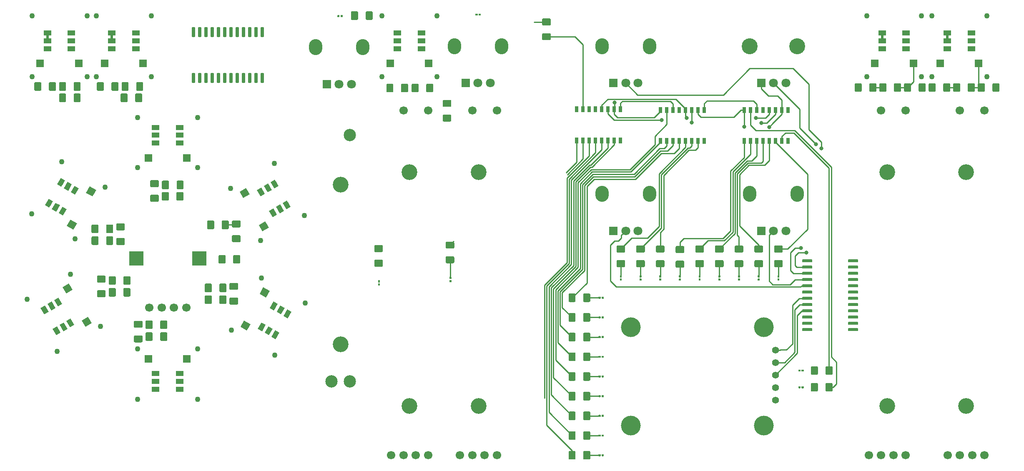
<source format=gbr>
G04 #@! TF.GenerationSoftware,KiCad,Pcbnew,(5.1.4-0-10_14)*
G04 #@! TF.CreationDate,2019-12-15T18:29:08+01:00*
G04 #@! TF.ProjectId,ProgrammerController,50726f67-7261-46d6-9d65-72436f6e7472,rev?*
G04 #@! TF.SameCoordinates,Original*
G04 #@! TF.FileFunction,Copper,L1,Top*
G04 #@! TF.FilePolarity,Positive*
%FSLAX46Y46*%
G04 Gerber Fmt 4.6, Leading zero omitted, Abs format (unit mm)*
G04 Created by KiCad (PCBNEW (5.1.4-0-10_14)) date 2019-12-15 18:29:08*
%MOMM*%
%LPD*%
G04 APERTURE LIST*
%ADD10O,2.720000X3.240000*%
%ADD11C,1.800000*%
%ADD12R,1.800000X1.800000*%
%ADD13C,1.100000*%
%ADD14C,1.000000*%
%ADD15C,0.100000*%
%ADD16C,1.500000*%
%ADD17R,1.500000X1.000000*%
%ADD18R,1.500000X1.500000*%
%ADD19C,1.425000*%
%ADD20C,0.400000*%
%ADD21C,2.500000*%
%ADD22C,3.200000*%
%ADD23R,3.000000X3.000000*%
%ADD24C,1.700000*%
%ADD25C,0.600000*%
%ADD26R,0.800000X1.300000*%
%ADD27C,1.400000*%
%ADD28C,4.000000*%
%ADD29C,3.240000*%
%ADD30C,0.800000*%
%ADD31C,0.250000*%
%ADD32C,0.500000*%
G04 APERTURE END LIST*
D10*
X107900000Y-55100000D03*
X117500000Y-55100000D03*
D11*
X115200000Y-62600000D03*
X112700000Y-62600000D03*
D12*
X110200000Y-62600000D03*
D13*
X56332309Y-78417245D03*
D14*
X59010641Y-84178238D03*
D15*
G36*
X59068654Y-85077757D02*
G01*
X58202628Y-84577757D01*
X58952628Y-83278719D01*
X59818654Y-83778719D01*
X59068654Y-85077757D01*
X59068654Y-85077757D01*
G37*
D14*
X55175000Y-87621762D03*
D15*
G36*
X55233013Y-88521281D02*
G01*
X54366987Y-88021281D01*
X55116987Y-86722243D01*
X55983013Y-87222243D01*
X55233013Y-88521281D01*
X55233013Y-88521281D01*
G37*
D14*
X56560641Y-88421762D03*
D15*
G36*
X56618654Y-89321281D02*
G01*
X55752628Y-88821281D01*
X56502628Y-87522243D01*
X57368654Y-88022243D01*
X56618654Y-89321281D01*
X56618654Y-89321281D01*
G37*
D13*
X65165768Y-83517245D03*
D14*
X53789359Y-86821762D03*
D15*
G36*
X53847372Y-87721281D02*
G01*
X52981346Y-87221281D01*
X53731346Y-85922243D01*
X54597372Y-86422243D01*
X53847372Y-87721281D01*
X53847372Y-87721281D01*
G37*
D16*
X58433717Y-91177499D03*
D15*
G36*
X58708236Y-92202018D02*
G01*
X57409198Y-91452018D01*
X58159198Y-90152980D01*
X59458236Y-90902980D01*
X58708236Y-92202018D01*
X58708236Y-92202018D01*
G37*
D16*
X62333717Y-84422501D03*
D15*
G36*
X62608236Y-85447020D02*
G01*
X61309198Y-84697020D01*
X62059198Y-83397982D01*
X63358236Y-84147982D01*
X62608236Y-85447020D01*
X62608236Y-85447020D01*
G37*
D13*
X50232309Y-88982755D03*
D14*
X56239359Y-82578238D03*
D15*
G36*
X56297372Y-83477757D02*
G01*
X55431346Y-82977757D01*
X56181346Y-81678719D01*
X57047372Y-82178719D01*
X56297372Y-83477757D01*
X56297372Y-83477757D01*
G37*
D14*
X57625000Y-83378238D03*
D15*
G36*
X57683013Y-84277757D02*
G01*
X56816987Y-83777757D01*
X57566987Y-82478719D01*
X58433013Y-82978719D01*
X57683013Y-84277757D01*
X57683013Y-84277757D01*
G37*
D13*
X59065768Y-94082755D03*
X99667691Y-117682755D03*
D14*
X96989359Y-111921762D03*
D15*
G36*
X96931346Y-111022243D02*
G01*
X97797372Y-111522243D01*
X97047372Y-112821281D01*
X96181346Y-112321281D01*
X96931346Y-111022243D01*
X96931346Y-111022243D01*
G37*
D14*
X100825000Y-108478238D03*
D15*
G36*
X100766987Y-107578719D02*
G01*
X101633013Y-108078719D01*
X100883013Y-109377757D01*
X100016987Y-108877757D01*
X100766987Y-107578719D01*
X100766987Y-107578719D01*
G37*
D14*
X99439359Y-107678238D03*
D15*
G36*
X99381346Y-106778719D02*
G01*
X100247372Y-107278719D01*
X99497372Y-108577757D01*
X98631346Y-108077757D01*
X99381346Y-106778719D01*
X99381346Y-106778719D01*
G37*
D13*
X90834232Y-112582755D03*
D14*
X102210641Y-109278238D03*
D15*
G36*
X102152628Y-108378719D02*
G01*
X103018654Y-108878719D01*
X102268654Y-110177757D01*
X101402628Y-109677757D01*
X102152628Y-108378719D01*
X102152628Y-108378719D01*
G37*
D16*
X97566283Y-104922501D03*
D15*
G36*
X97291764Y-103897982D02*
G01*
X98590802Y-104647982D01*
X97840802Y-105947020D01*
X96541764Y-105197020D01*
X97291764Y-103897982D01*
X97291764Y-103897982D01*
G37*
D16*
X93666283Y-111677499D03*
D15*
G36*
X93391764Y-110652980D02*
G01*
X94690802Y-111402980D01*
X93940802Y-112702018D01*
X92641764Y-111952018D01*
X93391764Y-110652980D01*
X93391764Y-110652980D01*
G37*
D13*
X105767691Y-107117245D03*
D14*
X99760641Y-113521762D03*
D15*
G36*
X99702628Y-112622243D02*
G01*
X100568654Y-113122243D01*
X99818654Y-114421281D01*
X98952628Y-113921281D01*
X99702628Y-112622243D01*
X99702628Y-112622243D01*
G37*
D14*
X98375000Y-112721762D03*
D15*
G36*
X98316987Y-111822243D02*
G01*
X99183013Y-112322243D01*
X98433013Y-113621281D01*
X97566987Y-113121281D01*
X98316987Y-111822243D01*
X98316987Y-111822243D01*
G37*
D13*
X96934232Y-102017245D03*
X49332309Y-106317245D03*
D14*
X55660641Y-106878238D03*
D15*
G36*
X56468654Y-107277757D02*
G01*
X55602628Y-107777757D01*
X54852628Y-106478719D01*
X55718654Y-105978719D01*
X56468654Y-107277757D01*
X56468654Y-107277757D01*
G37*
D14*
X56725000Y-111921762D03*
D15*
G36*
X57533013Y-112321281D02*
G01*
X56666987Y-112821281D01*
X55916987Y-111522243D01*
X56783013Y-111022243D01*
X57533013Y-112321281D01*
X57533013Y-112321281D01*
G37*
D14*
X58110641Y-111121762D03*
D15*
G36*
X58918654Y-111521281D02*
G01*
X58052628Y-112021281D01*
X57302628Y-110722243D01*
X58168654Y-110222243D01*
X58918654Y-111521281D01*
X58918654Y-111521281D01*
G37*
D13*
X58165768Y-101217245D03*
D14*
X55339359Y-112721762D03*
D15*
G36*
X56147372Y-113121281D02*
G01*
X55281346Y-113621281D01*
X54531346Y-112322243D01*
X55397372Y-111822243D01*
X56147372Y-113121281D01*
X56147372Y-113121281D01*
G37*
D16*
X61433717Y-110877499D03*
D15*
G36*
X62458236Y-111152018D02*
G01*
X61159198Y-111902018D01*
X60409198Y-110602980D01*
X61708236Y-109852980D01*
X62458236Y-111152018D01*
X62458236Y-111152018D01*
G37*
D16*
X57533717Y-104122501D03*
D15*
G36*
X58558236Y-104397020D02*
G01*
X57259198Y-105147020D01*
X56509198Y-103847982D01*
X57808236Y-103097982D01*
X58558236Y-104397020D01*
X58558236Y-104397020D01*
G37*
D13*
X55432309Y-116882755D03*
D14*
X52889359Y-108478238D03*
D15*
G36*
X53697372Y-108877757D02*
G01*
X52831346Y-109377757D01*
X52081346Y-108078719D01*
X52947372Y-107578719D01*
X53697372Y-108877757D01*
X53697372Y-108877757D01*
G37*
D14*
X54275000Y-107678238D03*
D15*
G36*
X55083013Y-108077757D02*
G01*
X54216987Y-108577757D01*
X53466987Y-107278719D01*
X54333013Y-106778719D01*
X55083013Y-108077757D01*
X55083013Y-108077757D01*
G37*
D13*
X64265768Y-111782755D03*
X105601408Y-89305256D03*
D14*
X99273076Y-88744263D03*
D15*
G36*
X98465063Y-88344744D02*
G01*
X99331089Y-87844744D01*
X100081089Y-89143782D01*
X99215063Y-89643782D01*
X98465063Y-88344744D01*
X98465063Y-88344744D01*
G37*
D14*
X98208717Y-83700739D03*
D15*
G36*
X97400704Y-83301220D02*
G01*
X98266730Y-82801220D01*
X99016730Y-84100258D01*
X98150704Y-84600258D01*
X97400704Y-83301220D01*
X97400704Y-83301220D01*
G37*
D14*
X96823076Y-84500739D03*
D15*
G36*
X96015063Y-84101220D02*
G01*
X96881089Y-83601220D01*
X97631089Y-84900258D01*
X96765063Y-85400258D01*
X96015063Y-84101220D01*
X96015063Y-84101220D01*
G37*
D13*
X96767949Y-94405256D03*
D14*
X99594358Y-82900739D03*
D15*
G36*
X98786345Y-82501220D02*
G01*
X99652371Y-82001220D01*
X100402371Y-83300258D01*
X99536345Y-83800258D01*
X98786345Y-82501220D01*
X98786345Y-82501220D01*
G37*
D16*
X93500000Y-84745002D03*
D15*
G36*
X92475481Y-84470483D02*
G01*
X93774519Y-83720483D01*
X94524519Y-85019521D01*
X93225481Y-85769521D01*
X92475481Y-84470483D01*
X92475481Y-84470483D01*
G37*
D16*
X97400000Y-91500000D03*
D15*
G36*
X96375481Y-91225481D02*
G01*
X97674519Y-90475481D01*
X98424519Y-91774519D01*
X97125481Y-92524519D01*
X96375481Y-91225481D01*
X96375481Y-91225481D01*
G37*
D13*
X99501408Y-78739746D03*
D14*
X102044358Y-87144263D03*
D15*
G36*
X101236345Y-86744744D02*
G01*
X102102371Y-86244744D01*
X102852371Y-87543782D01*
X101986345Y-88043782D01*
X101236345Y-86744744D01*
X101236345Y-86744744D01*
G37*
D14*
X100658717Y-87944263D03*
D15*
G36*
X99850704Y-87544744D02*
G01*
X100716730Y-87044744D01*
X101466730Y-88343782D01*
X100600704Y-88843782D01*
X99850704Y-87544744D01*
X99850704Y-87544744D01*
G37*
D13*
X90667949Y-83839746D03*
X71800000Y-126600000D03*
D17*
X75450000Y-121400000D03*
X80350000Y-123000000D03*
X80350000Y-121400000D03*
D13*
X71800000Y-116400000D03*
D17*
X80350000Y-124600000D03*
D18*
X81800000Y-118400000D03*
X74000000Y-118400000D03*
D13*
X84000000Y-126600000D03*
D17*
X75450000Y-124600000D03*
X75450000Y-123000000D03*
D13*
X84000000Y-116400000D03*
X84000000Y-69400000D03*
D17*
X80350000Y-74600000D03*
X75450000Y-73000000D03*
X75450000Y-74600000D03*
D13*
X84000000Y-79600000D03*
D17*
X75450000Y-71400000D03*
D18*
X74000000Y-77600000D03*
X81800000Y-77600000D03*
D13*
X71800000Y-69400000D03*
D17*
X80350000Y-71400000D03*
X80350000Y-73000000D03*
D13*
X71800000Y-79600000D03*
D15*
G36*
X63612004Y-93526204D02*
G01*
X63636273Y-93529804D01*
X63660071Y-93535765D01*
X63683171Y-93544030D01*
X63705349Y-93554520D01*
X63726393Y-93567133D01*
X63746098Y-93581747D01*
X63764277Y-93598223D01*
X63780753Y-93616402D01*
X63795367Y-93636107D01*
X63807980Y-93657151D01*
X63818470Y-93679329D01*
X63826735Y-93702429D01*
X63832696Y-93726227D01*
X63836296Y-93750496D01*
X63837500Y-93775000D01*
X63837500Y-95025000D01*
X63836296Y-95049504D01*
X63832696Y-95073773D01*
X63826735Y-95097571D01*
X63818470Y-95120671D01*
X63807980Y-95142849D01*
X63795367Y-95163893D01*
X63780753Y-95183598D01*
X63764277Y-95201777D01*
X63746098Y-95218253D01*
X63726393Y-95232867D01*
X63705349Y-95245480D01*
X63683171Y-95255970D01*
X63660071Y-95264235D01*
X63636273Y-95270196D01*
X63612004Y-95273796D01*
X63587500Y-95275000D01*
X62662500Y-95275000D01*
X62637996Y-95273796D01*
X62613727Y-95270196D01*
X62589929Y-95264235D01*
X62566829Y-95255970D01*
X62544651Y-95245480D01*
X62523607Y-95232867D01*
X62503902Y-95218253D01*
X62485723Y-95201777D01*
X62469247Y-95183598D01*
X62454633Y-95163893D01*
X62442020Y-95142849D01*
X62431530Y-95120671D01*
X62423265Y-95097571D01*
X62417304Y-95073773D01*
X62413704Y-95049504D01*
X62412500Y-95025000D01*
X62412500Y-93775000D01*
X62413704Y-93750496D01*
X62417304Y-93726227D01*
X62423265Y-93702429D01*
X62431530Y-93679329D01*
X62442020Y-93657151D01*
X62454633Y-93636107D01*
X62469247Y-93616402D01*
X62485723Y-93598223D01*
X62503902Y-93581747D01*
X62523607Y-93567133D01*
X62544651Y-93554520D01*
X62566829Y-93544030D01*
X62589929Y-93535765D01*
X62613727Y-93529804D01*
X62637996Y-93526204D01*
X62662500Y-93525000D01*
X63587500Y-93525000D01*
X63612004Y-93526204D01*
X63612004Y-93526204D01*
G37*
D19*
X63125000Y-94400000D03*
D15*
G36*
X66587004Y-93526204D02*
G01*
X66611273Y-93529804D01*
X66635071Y-93535765D01*
X66658171Y-93544030D01*
X66680349Y-93554520D01*
X66701393Y-93567133D01*
X66721098Y-93581747D01*
X66739277Y-93598223D01*
X66755753Y-93616402D01*
X66770367Y-93636107D01*
X66782980Y-93657151D01*
X66793470Y-93679329D01*
X66801735Y-93702429D01*
X66807696Y-93726227D01*
X66811296Y-93750496D01*
X66812500Y-93775000D01*
X66812500Y-95025000D01*
X66811296Y-95049504D01*
X66807696Y-95073773D01*
X66801735Y-95097571D01*
X66793470Y-95120671D01*
X66782980Y-95142849D01*
X66770367Y-95163893D01*
X66755753Y-95183598D01*
X66739277Y-95201777D01*
X66721098Y-95218253D01*
X66701393Y-95232867D01*
X66680349Y-95245480D01*
X66658171Y-95255970D01*
X66635071Y-95264235D01*
X66611273Y-95270196D01*
X66587004Y-95273796D01*
X66562500Y-95275000D01*
X65637500Y-95275000D01*
X65612996Y-95273796D01*
X65588727Y-95270196D01*
X65564929Y-95264235D01*
X65541829Y-95255970D01*
X65519651Y-95245480D01*
X65498607Y-95232867D01*
X65478902Y-95218253D01*
X65460723Y-95201777D01*
X65444247Y-95183598D01*
X65429633Y-95163893D01*
X65417020Y-95142849D01*
X65406530Y-95120671D01*
X65398265Y-95097571D01*
X65392304Y-95073773D01*
X65388704Y-95049504D01*
X65387500Y-95025000D01*
X65387500Y-93775000D01*
X65388704Y-93750496D01*
X65392304Y-93726227D01*
X65398265Y-93702429D01*
X65406530Y-93679329D01*
X65417020Y-93657151D01*
X65429633Y-93636107D01*
X65444247Y-93616402D01*
X65460723Y-93598223D01*
X65478902Y-93581747D01*
X65498607Y-93567133D01*
X65519651Y-93554520D01*
X65541829Y-93544030D01*
X65564929Y-93535765D01*
X65588727Y-93529804D01*
X65612996Y-93526204D01*
X65637500Y-93525000D01*
X66562500Y-93525000D01*
X66587004Y-93526204D01*
X66587004Y-93526204D01*
G37*
D19*
X66100000Y-94400000D03*
D15*
G36*
X89587004Y-105526204D02*
G01*
X89611273Y-105529804D01*
X89635071Y-105535765D01*
X89658171Y-105544030D01*
X89680349Y-105554520D01*
X89701393Y-105567133D01*
X89721098Y-105581747D01*
X89739277Y-105598223D01*
X89755753Y-105616402D01*
X89770367Y-105636107D01*
X89782980Y-105657151D01*
X89793470Y-105679329D01*
X89801735Y-105702429D01*
X89807696Y-105726227D01*
X89811296Y-105750496D01*
X89812500Y-105775000D01*
X89812500Y-107025000D01*
X89811296Y-107049504D01*
X89807696Y-107073773D01*
X89801735Y-107097571D01*
X89793470Y-107120671D01*
X89782980Y-107142849D01*
X89770367Y-107163893D01*
X89755753Y-107183598D01*
X89739277Y-107201777D01*
X89721098Y-107218253D01*
X89701393Y-107232867D01*
X89680349Y-107245480D01*
X89658171Y-107255970D01*
X89635071Y-107264235D01*
X89611273Y-107270196D01*
X89587004Y-107273796D01*
X89562500Y-107275000D01*
X88637500Y-107275000D01*
X88612996Y-107273796D01*
X88588727Y-107270196D01*
X88564929Y-107264235D01*
X88541829Y-107255970D01*
X88519651Y-107245480D01*
X88498607Y-107232867D01*
X88478902Y-107218253D01*
X88460723Y-107201777D01*
X88444247Y-107183598D01*
X88429633Y-107163893D01*
X88417020Y-107142849D01*
X88406530Y-107120671D01*
X88398265Y-107097571D01*
X88392304Y-107073773D01*
X88388704Y-107049504D01*
X88387500Y-107025000D01*
X88387500Y-105775000D01*
X88388704Y-105750496D01*
X88392304Y-105726227D01*
X88398265Y-105702429D01*
X88406530Y-105679329D01*
X88417020Y-105657151D01*
X88429633Y-105636107D01*
X88444247Y-105616402D01*
X88460723Y-105598223D01*
X88478902Y-105581747D01*
X88498607Y-105567133D01*
X88519651Y-105554520D01*
X88541829Y-105544030D01*
X88564929Y-105535765D01*
X88588727Y-105529804D01*
X88612996Y-105526204D01*
X88637500Y-105525000D01*
X89562500Y-105525000D01*
X89587004Y-105526204D01*
X89587004Y-105526204D01*
G37*
D19*
X89100000Y-106400000D03*
D15*
G36*
X86612004Y-105526204D02*
G01*
X86636273Y-105529804D01*
X86660071Y-105535765D01*
X86683171Y-105544030D01*
X86705349Y-105554520D01*
X86726393Y-105567133D01*
X86746098Y-105581747D01*
X86764277Y-105598223D01*
X86780753Y-105616402D01*
X86795367Y-105636107D01*
X86807980Y-105657151D01*
X86818470Y-105679329D01*
X86826735Y-105702429D01*
X86832696Y-105726227D01*
X86836296Y-105750496D01*
X86837500Y-105775000D01*
X86837500Y-107025000D01*
X86836296Y-107049504D01*
X86832696Y-107073773D01*
X86826735Y-107097571D01*
X86818470Y-107120671D01*
X86807980Y-107142849D01*
X86795367Y-107163893D01*
X86780753Y-107183598D01*
X86764277Y-107201777D01*
X86746098Y-107218253D01*
X86726393Y-107232867D01*
X86705349Y-107245480D01*
X86683171Y-107255970D01*
X86660071Y-107264235D01*
X86636273Y-107270196D01*
X86612004Y-107273796D01*
X86587500Y-107275000D01*
X85662500Y-107275000D01*
X85637996Y-107273796D01*
X85613727Y-107270196D01*
X85589929Y-107264235D01*
X85566829Y-107255970D01*
X85544651Y-107245480D01*
X85523607Y-107232867D01*
X85503902Y-107218253D01*
X85485723Y-107201777D01*
X85469247Y-107183598D01*
X85454633Y-107163893D01*
X85442020Y-107142849D01*
X85431530Y-107120671D01*
X85423265Y-107097571D01*
X85417304Y-107073773D01*
X85413704Y-107049504D01*
X85412500Y-107025000D01*
X85412500Y-105775000D01*
X85413704Y-105750496D01*
X85417304Y-105726227D01*
X85423265Y-105702429D01*
X85431530Y-105679329D01*
X85442020Y-105657151D01*
X85454633Y-105636107D01*
X85469247Y-105616402D01*
X85485723Y-105598223D01*
X85503902Y-105581747D01*
X85523607Y-105567133D01*
X85544651Y-105554520D01*
X85566829Y-105544030D01*
X85589929Y-105535765D01*
X85613727Y-105529804D01*
X85637996Y-105526204D01*
X85662500Y-105525000D01*
X86587500Y-105525000D01*
X86612004Y-105526204D01*
X86612004Y-105526204D01*
G37*
D19*
X86125000Y-106400000D03*
D15*
G36*
X66587004Y-91126204D02*
G01*
X66611273Y-91129804D01*
X66635071Y-91135765D01*
X66658171Y-91144030D01*
X66680349Y-91154520D01*
X66701393Y-91167133D01*
X66721098Y-91181747D01*
X66739277Y-91198223D01*
X66755753Y-91216402D01*
X66770367Y-91236107D01*
X66782980Y-91257151D01*
X66793470Y-91279329D01*
X66801735Y-91302429D01*
X66807696Y-91326227D01*
X66811296Y-91350496D01*
X66812500Y-91375000D01*
X66812500Y-92625000D01*
X66811296Y-92649504D01*
X66807696Y-92673773D01*
X66801735Y-92697571D01*
X66793470Y-92720671D01*
X66782980Y-92742849D01*
X66770367Y-92763893D01*
X66755753Y-92783598D01*
X66739277Y-92801777D01*
X66721098Y-92818253D01*
X66701393Y-92832867D01*
X66680349Y-92845480D01*
X66658171Y-92855970D01*
X66635071Y-92864235D01*
X66611273Y-92870196D01*
X66587004Y-92873796D01*
X66562500Y-92875000D01*
X65637500Y-92875000D01*
X65612996Y-92873796D01*
X65588727Y-92870196D01*
X65564929Y-92864235D01*
X65541829Y-92855970D01*
X65519651Y-92845480D01*
X65498607Y-92832867D01*
X65478902Y-92818253D01*
X65460723Y-92801777D01*
X65444247Y-92783598D01*
X65429633Y-92763893D01*
X65417020Y-92742849D01*
X65406530Y-92720671D01*
X65398265Y-92697571D01*
X65392304Y-92673773D01*
X65388704Y-92649504D01*
X65387500Y-92625000D01*
X65387500Y-91375000D01*
X65388704Y-91350496D01*
X65392304Y-91326227D01*
X65398265Y-91302429D01*
X65406530Y-91279329D01*
X65417020Y-91257151D01*
X65429633Y-91236107D01*
X65444247Y-91216402D01*
X65460723Y-91198223D01*
X65478902Y-91181747D01*
X65498607Y-91167133D01*
X65519651Y-91154520D01*
X65541829Y-91144030D01*
X65564929Y-91135765D01*
X65588727Y-91129804D01*
X65612996Y-91126204D01*
X65637500Y-91125000D01*
X66562500Y-91125000D01*
X66587004Y-91126204D01*
X66587004Y-91126204D01*
G37*
D19*
X66100000Y-92000000D03*
D15*
G36*
X63612004Y-91126204D02*
G01*
X63636273Y-91129804D01*
X63660071Y-91135765D01*
X63683171Y-91144030D01*
X63705349Y-91154520D01*
X63726393Y-91167133D01*
X63746098Y-91181747D01*
X63764277Y-91198223D01*
X63780753Y-91216402D01*
X63795367Y-91236107D01*
X63807980Y-91257151D01*
X63818470Y-91279329D01*
X63826735Y-91302429D01*
X63832696Y-91326227D01*
X63836296Y-91350496D01*
X63837500Y-91375000D01*
X63837500Y-92625000D01*
X63836296Y-92649504D01*
X63832696Y-92673773D01*
X63826735Y-92697571D01*
X63818470Y-92720671D01*
X63807980Y-92742849D01*
X63795367Y-92763893D01*
X63780753Y-92783598D01*
X63764277Y-92801777D01*
X63746098Y-92818253D01*
X63726393Y-92832867D01*
X63705349Y-92845480D01*
X63683171Y-92855970D01*
X63660071Y-92864235D01*
X63636273Y-92870196D01*
X63612004Y-92873796D01*
X63587500Y-92875000D01*
X62662500Y-92875000D01*
X62637996Y-92873796D01*
X62613727Y-92870196D01*
X62589929Y-92864235D01*
X62566829Y-92855970D01*
X62544651Y-92845480D01*
X62523607Y-92832867D01*
X62503902Y-92818253D01*
X62485723Y-92801777D01*
X62469247Y-92783598D01*
X62454633Y-92763893D01*
X62442020Y-92742849D01*
X62431530Y-92720671D01*
X62423265Y-92697571D01*
X62417304Y-92673773D01*
X62413704Y-92649504D01*
X62412500Y-92625000D01*
X62412500Y-91375000D01*
X62413704Y-91350496D01*
X62417304Y-91326227D01*
X62423265Y-91302429D01*
X62431530Y-91279329D01*
X62442020Y-91257151D01*
X62454633Y-91236107D01*
X62469247Y-91216402D01*
X62485723Y-91198223D01*
X62503902Y-91181747D01*
X62523607Y-91167133D01*
X62544651Y-91154520D01*
X62566829Y-91144030D01*
X62589929Y-91135765D01*
X62613727Y-91129804D01*
X62637996Y-91126204D01*
X62662500Y-91125000D01*
X63587500Y-91125000D01*
X63612004Y-91126204D01*
X63612004Y-91126204D01*
G37*
D19*
X63125000Y-92000000D03*
D15*
G36*
X65049504Y-101513704D02*
G01*
X65073773Y-101517304D01*
X65097571Y-101523265D01*
X65120671Y-101531530D01*
X65142849Y-101542020D01*
X65163893Y-101554633D01*
X65183598Y-101569247D01*
X65201777Y-101585723D01*
X65218253Y-101603902D01*
X65232867Y-101623607D01*
X65245480Y-101644651D01*
X65255970Y-101666829D01*
X65264235Y-101689929D01*
X65270196Y-101713727D01*
X65273796Y-101737996D01*
X65275000Y-101762500D01*
X65275000Y-102687500D01*
X65273796Y-102712004D01*
X65270196Y-102736273D01*
X65264235Y-102760071D01*
X65255970Y-102783171D01*
X65245480Y-102805349D01*
X65232867Y-102826393D01*
X65218253Y-102846098D01*
X65201777Y-102864277D01*
X65183598Y-102880753D01*
X65163893Y-102895367D01*
X65142849Y-102907980D01*
X65120671Y-102918470D01*
X65097571Y-102926735D01*
X65073773Y-102932696D01*
X65049504Y-102936296D01*
X65025000Y-102937500D01*
X63775000Y-102937500D01*
X63750496Y-102936296D01*
X63726227Y-102932696D01*
X63702429Y-102926735D01*
X63679329Y-102918470D01*
X63657151Y-102907980D01*
X63636107Y-102895367D01*
X63616402Y-102880753D01*
X63598223Y-102864277D01*
X63581747Y-102846098D01*
X63567133Y-102826393D01*
X63554520Y-102805349D01*
X63544030Y-102783171D01*
X63535765Y-102760071D01*
X63529804Y-102736273D01*
X63526204Y-102712004D01*
X63525000Y-102687500D01*
X63525000Y-101762500D01*
X63526204Y-101737996D01*
X63529804Y-101713727D01*
X63535765Y-101689929D01*
X63544030Y-101666829D01*
X63554520Y-101644651D01*
X63567133Y-101623607D01*
X63581747Y-101603902D01*
X63598223Y-101585723D01*
X63616402Y-101569247D01*
X63636107Y-101554633D01*
X63657151Y-101542020D01*
X63679329Y-101531530D01*
X63702429Y-101523265D01*
X63726227Y-101517304D01*
X63750496Y-101513704D01*
X63775000Y-101512500D01*
X65025000Y-101512500D01*
X65049504Y-101513704D01*
X65049504Y-101513704D01*
G37*
D19*
X64400000Y-102225000D03*
D15*
G36*
X65049504Y-104488704D02*
G01*
X65073773Y-104492304D01*
X65097571Y-104498265D01*
X65120671Y-104506530D01*
X65142849Y-104517020D01*
X65163893Y-104529633D01*
X65183598Y-104544247D01*
X65201777Y-104560723D01*
X65218253Y-104578902D01*
X65232867Y-104598607D01*
X65245480Y-104619651D01*
X65255970Y-104641829D01*
X65264235Y-104664929D01*
X65270196Y-104688727D01*
X65273796Y-104712996D01*
X65275000Y-104737500D01*
X65275000Y-105662500D01*
X65273796Y-105687004D01*
X65270196Y-105711273D01*
X65264235Y-105735071D01*
X65255970Y-105758171D01*
X65245480Y-105780349D01*
X65232867Y-105801393D01*
X65218253Y-105821098D01*
X65201777Y-105839277D01*
X65183598Y-105855753D01*
X65163893Y-105870367D01*
X65142849Y-105882980D01*
X65120671Y-105893470D01*
X65097571Y-105901735D01*
X65073773Y-105907696D01*
X65049504Y-105911296D01*
X65025000Y-105912500D01*
X63775000Y-105912500D01*
X63750496Y-105911296D01*
X63726227Y-105907696D01*
X63702429Y-105901735D01*
X63679329Y-105893470D01*
X63657151Y-105882980D01*
X63636107Y-105870367D01*
X63616402Y-105855753D01*
X63598223Y-105839277D01*
X63581747Y-105821098D01*
X63567133Y-105801393D01*
X63554520Y-105780349D01*
X63544030Y-105758171D01*
X63535765Y-105735071D01*
X63529804Y-105711273D01*
X63526204Y-105687004D01*
X63525000Y-105662500D01*
X63525000Y-104737500D01*
X63526204Y-104712996D01*
X63529804Y-104688727D01*
X63535765Y-104664929D01*
X63544030Y-104641829D01*
X63554520Y-104619651D01*
X63567133Y-104598607D01*
X63581747Y-104578902D01*
X63598223Y-104560723D01*
X63616402Y-104544247D01*
X63636107Y-104529633D01*
X63657151Y-104517020D01*
X63679329Y-104506530D01*
X63702429Y-104498265D01*
X63726227Y-104492304D01*
X63750496Y-104488704D01*
X63775000Y-104487500D01*
X65025000Y-104487500D01*
X65049504Y-104488704D01*
X65049504Y-104488704D01*
G37*
D19*
X64400000Y-105200000D03*
D15*
G36*
X90062004Y-90326204D02*
G01*
X90086273Y-90329804D01*
X90110071Y-90335765D01*
X90133171Y-90344030D01*
X90155349Y-90354520D01*
X90176393Y-90367133D01*
X90196098Y-90381747D01*
X90214277Y-90398223D01*
X90230753Y-90416402D01*
X90245367Y-90436107D01*
X90257980Y-90457151D01*
X90268470Y-90479329D01*
X90276735Y-90502429D01*
X90282696Y-90526227D01*
X90286296Y-90550496D01*
X90287500Y-90575000D01*
X90287500Y-91825000D01*
X90286296Y-91849504D01*
X90282696Y-91873773D01*
X90276735Y-91897571D01*
X90268470Y-91920671D01*
X90257980Y-91942849D01*
X90245367Y-91963893D01*
X90230753Y-91983598D01*
X90214277Y-92001777D01*
X90196098Y-92018253D01*
X90176393Y-92032867D01*
X90155349Y-92045480D01*
X90133171Y-92055970D01*
X90110071Y-92064235D01*
X90086273Y-92070196D01*
X90062004Y-92073796D01*
X90037500Y-92075000D01*
X89112500Y-92075000D01*
X89087996Y-92073796D01*
X89063727Y-92070196D01*
X89039929Y-92064235D01*
X89016829Y-92055970D01*
X88994651Y-92045480D01*
X88973607Y-92032867D01*
X88953902Y-92018253D01*
X88935723Y-92001777D01*
X88919247Y-91983598D01*
X88904633Y-91963893D01*
X88892020Y-91942849D01*
X88881530Y-91920671D01*
X88873265Y-91897571D01*
X88867304Y-91873773D01*
X88863704Y-91849504D01*
X88862500Y-91825000D01*
X88862500Y-90575000D01*
X88863704Y-90550496D01*
X88867304Y-90526227D01*
X88873265Y-90502429D01*
X88881530Y-90479329D01*
X88892020Y-90457151D01*
X88904633Y-90436107D01*
X88919247Y-90416402D01*
X88935723Y-90398223D01*
X88953902Y-90381747D01*
X88973607Y-90367133D01*
X88994651Y-90354520D01*
X89016829Y-90344030D01*
X89039929Y-90335765D01*
X89063727Y-90329804D01*
X89087996Y-90326204D01*
X89112500Y-90325000D01*
X90037500Y-90325000D01*
X90062004Y-90326204D01*
X90062004Y-90326204D01*
G37*
D19*
X89575000Y-91200000D03*
D15*
G36*
X87087004Y-90326204D02*
G01*
X87111273Y-90329804D01*
X87135071Y-90335765D01*
X87158171Y-90344030D01*
X87180349Y-90354520D01*
X87201393Y-90367133D01*
X87221098Y-90381747D01*
X87239277Y-90398223D01*
X87255753Y-90416402D01*
X87270367Y-90436107D01*
X87282980Y-90457151D01*
X87293470Y-90479329D01*
X87301735Y-90502429D01*
X87307696Y-90526227D01*
X87311296Y-90550496D01*
X87312500Y-90575000D01*
X87312500Y-91825000D01*
X87311296Y-91849504D01*
X87307696Y-91873773D01*
X87301735Y-91897571D01*
X87293470Y-91920671D01*
X87282980Y-91942849D01*
X87270367Y-91963893D01*
X87255753Y-91983598D01*
X87239277Y-92001777D01*
X87221098Y-92018253D01*
X87201393Y-92032867D01*
X87180349Y-92045480D01*
X87158171Y-92055970D01*
X87135071Y-92064235D01*
X87111273Y-92070196D01*
X87087004Y-92073796D01*
X87062500Y-92075000D01*
X86137500Y-92075000D01*
X86112996Y-92073796D01*
X86088727Y-92070196D01*
X86064929Y-92064235D01*
X86041829Y-92055970D01*
X86019651Y-92045480D01*
X85998607Y-92032867D01*
X85978902Y-92018253D01*
X85960723Y-92001777D01*
X85944247Y-91983598D01*
X85929633Y-91963893D01*
X85917020Y-91942849D01*
X85906530Y-91920671D01*
X85898265Y-91897571D01*
X85892304Y-91873773D01*
X85888704Y-91849504D01*
X85887500Y-91825000D01*
X85887500Y-90575000D01*
X85888704Y-90550496D01*
X85892304Y-90526227D01*
X85898265Y-90502429D01*
X85906530Y-90479329D01*
X85917020Y-90457151D01*
X85929633Y-90436107D01*
X85944247Y-90416402D01*
X85960723Y-90398223D01*
X85978902Y-90381747D01*
X85998607Y-90367133D01*
X86019651Y-90354520D01*
X86041829Y-90344030D01*
X86064929Y-90335765D01*
X86088727Y-90329804D01*
X86112996Y-90326204D01*
X86137500Y-90325000D01*
X87062500Y-90325000D01*
X87087004Y-90326204D01*
X87087004Y-90326204D01*
G37*
D19*
X86600000Y-91200000D03*
D15*
G36*
X70087004Y-101626204D02*
G01*
X70111273Y-101629804D01*
X70135071Y-101635765D01*
X70158171Y-101644030D01*
X70180349Y-101654520D01*
X70201393Y-101667133D01*
X70221098Y-101681747D01*
X70239277Y-101698223D01*
X70255753Y-101716402D01*
X70270367Y-101736107D01*
X70282980Y-101757151D01*
X70293470Y-101779329D01*
X70301735Y-101802429D01*
X70307696Y-101826227D01*
X70311296Y-101850496D01*
X70312500Y-101875000D01*
X70312500Y-103125000D01*
X70311296Y-103149504D01*
X70307696Y-103173773D01*
X70301735Y-103197571D01*
X70293470Y-103220671D01*
X70282980Y-103242849D01*
X70270367Y-103263893D01*
X70255753Y-103283598D01*
X70239277Y-103301777D01*
X70221098Y-103318253D01*
X70201393Y-103332867D01*
X70180349Y-103345480D01*
X70158171Y-103355970D01*
X70135071Y-103364235D01*
X70111273Y-103370196D01*
X70087004Y-103373796D01*
X70062500Y-103375000D01*
X69137500Y-103375000D01*
X69112996Y-103373796D01*
X69088727Y-103370196D01*
X69064929Y-103364235D01*
X69041829Y-103355970D01*
X69019651Y-103345480D01*
X68998607Y-103332867D01*
X68978902Y-103318253D01*
X68960723Y-103301777D01*
X68944247Y-103283598D01*
X68929633Y-103263893D01*
X68917020Y-103242849D01*
X68906530Y-103220671D01*
X68898265Y-103197571D01*
X68892304Y-103173773D01*
X68888704Y-103149504D01*
X68887500Y-103125000D01*
X68887500Y-101875000D01*
X68888704Y-101850496D01*
X68892304Y-101826227D01*
X68898265Y-101802429D01*
X68906530Y-101779329D01*
X68917020Y-101757151D01*
X68929633Y-101736107D01*
X68944247Y-101716402D01*
X68960723Y-101698223D01*
X68978902Y-101681747D01*
X68998607Y-101667133D01*
X69019651Y-101654520D01*
X69041829Y-101644030D01*
X69064929Y-101635765D01*
X69088727Y-101629804D01*
X69112996Y-101626204D01*
X69137500Y-101625000D01*
X70062500Y-101625000D01*
X70087004Y-101626204D01*
X70087004Y-101626204D01*
G37*
D19*
X69600000Y-102500000D03*
D15*
G36*
X67112004Y-101626204D02*
G01*
X67136273Y-101629804D01*
X67160071Y-101635765D01*
X67183171Y-101644030D01*
X67205349Y-101654520D01*
X67226393Y-101667133D01*
X67246098Y-101681747D01*
X67264277Y-101698223D01*
X67280753Y-101716402D01*
X67295367Y-101736107D01*
X67307980Y-101757151D01*
X67318470Y-101779329D01*
X67326735Y-101802429D01*
X67332696Y-101826227D01*
X67336296Y-101850496D01*
X67337500Y-101875000D01*
X67337500Y-103125000D01*
X67336296Y-103149504D01*
X67332696Y-103173773D01*
X67326735Y-103197571D01*
X67318470Y-103220671D01*
X67307980Y-103242849D01*
X67295367Y-103263893D01*
X67280753Y-103283598D01*
X67264277Y-103301777D01*
X67246098Y-103318253D01*
X67226393Y-103332867D01*
X67205349Y-103345480D01*
X67183171Y-103355970D01*
X67160071Y-103364235D01*
X67136273Y-103370196D01*
X67112004Y-103373796D01*
X67087500Y-103375000D01*
X66162500Y-103375000D01*
X66137996Y-103373796D01*
X66113727Y-103370196D01*
X66089929Y-103364235D01*
X66066829Y-103355970D01*
X66044651Y-103345480D01*
X66023607Y-103332867D01*
X66003902Y-103318253D01*
X65985723Y-103301777D01*
X65969247Y-103283598D01*
X65954633Y-103263893D01*
X65942020Y-103242849D01*
X65931530Y-103220671D01*
X65923265Y-103197571D01*
X65917304Y-103173773D01*
X65913704Y-103149504D01*
X65912500Y-103125000D01*
X65912500Y-101875000D01*
X65913704Y-101850496D01*
X65917304Y-101826227D01*
X65923265Y-101802429D01*
X65931530Y-101779329D01*
X65942020Y-101757151D01*
X65954633Y-101736107D01*
X65969247Y-101716402D01*
X65985723Y-101698223D01*
X66003902Y-101681747D01*
X66023607Y-101667133D01*
X66044651Y-101654520D01*
X66066829Y-101644030D01*
X66089929Y-101635765D01*
X66113727Y-101629804D01*
X66137996Y-101626204D01*
X66162500Y-101625000D01*
X67087500Y-101625000D01*
X67112004Y-101626204D01*
X67112004Y-101626204D01*
G37*
D19*
X66625000Y-102500000D03*
D15*
G36*
X72549504Y-113663704D02*
G01*
X72573773Y-113667304D01*
X72597571Y-113673265D01*
X72620671Y-113681530D01*
X72642849Y-113692020D01*
X72663893Y-113704633D01*
X72683598Y-113719247D01*
X72701777Y-113735723D01*
X72718253Y-113753902D01*
X72732867Y-113773607D01*
X72745480Y-113794651D01*
X72755970Y-113816829D01*
X72764235Y-113839929D01*
X72770196Y-113863727D01*
X72773796Y-113887996D01*
X72775000Y-113912500D01*
X72775000Y-114837500D01*
X72773796Y-114862004D01*
X72770196Y-114886273D01*
X72764235Y-114910071D01*
X72755970Y-114933171D01*
X72745480Y-114955349D01*
X72732867Y-114976393D01*
X72718253Y-114996098D01*
X72701777Y-115014277D01*
X72683598Y-115030753D01*
X72663893Y-115045367D01*
X72642849Y-115057980D01*
X72620671Y-115068470D01*
X72597571Y-115076735D01*
X72573773Y-115082696D01*
X72549504Y-115086296D01*
X72525000Y-115087500D01*
X71275000Y-115087500D01*
X71250496Y-115086296D01*
X71226227Y-115082696D01*
X71202429Y-115076735D01*
X71179329Y-115068470D01*
X71157151Y-115057980D01*
X71136107Y-115045367D01*
X71116402Y-115030753D01*
X71098223Y-115014277D01*
X71081747Y-114996098D01*
X71067133Y-114976393D01*
X71054520Y-114955349D01*
X71044030Y-114933171D01*
X71035765Y-114910071D01*
X71029804Y-114886273D01*
X71026204Y-114862004D01*
X71025000Y-114837500D01*
X71025000Y-113912500D01*
X71026204Y-113887996D01*
X71029804Y-113863727D01*
X71035765Y-113839929D01*
X71044030Y-113816829D01*
X71054520Y-113794651D01*
X71067133Y-113773607D01*
X71081747Y-113753902D01*
X71098223Y-113735723D01*
X71116402Y-113719247D01*
X71136107Y-113704633D01*
X71157151Y-113692020D01*
X71179329Y-113681530D01*
X71202429Y-113673265D01*
X71226227Y-113667304D01*
X71250496Y-113663704D01*
X71275000Y-113662500D01*
X72525000Y-113662500D01*
X72549504Y-113663704D01*
X72549504Y-113663704D01*
G37*
D19*
X71900000Y-114375000D03*
D15*
G36*
X72549504Y-110688704D02*
G01*
X72573773Y-110692304D01*
X72597571Y-110698265D01*
X72620671Y-110706530D01*
X72642849Y-110717020D01*
X72663893Y-110729633D01*
X72683598Y-110744247D01*
X72701777Y-110760723D01*
X72718253Y-110778902D01*
X72732867Y-110798607D01*
X72745480Y-110819651D01*
X72755970Y-110841829D01*
X72764235Y-110864929D01*
X72770196Y-110888727D01*
X72773796Y-110912996D01*
X72775000Y-110937500D01*
X72775000Y-111862500D01*
X72773796Y-111887004D01*
X72770196Y-111911273D01*
X72764235Y-111935071D01*
X72755970Y-111958171D01*
X72745480Y-111980349D01*
X72732867Y-112001393D01*
X72718253Y-112021098D01*
X72701777Y-112039277D01*
X72683598Y-112055753D01*
X72663893Y-112070367D01*
X72642849Y-112082980D01*
X72620671Y-112093470D01*
X72597571Y-112101735D01*
X72573773Y-112107696D01*
X72549504Y-112111296D01*
X72525000Y-112112500D01*
X71275000Y-112112500D01*
X71250496Y-112111296D01*
X71226227Y-112107696D01*
X71202429Y-112101735D01*
X71179329Y-112093470D01*
X71157151Y-112082980D01*
X71136107Y-112070367D01*
X71116402Y-112055753D01*
X71098223Y-112039277D01*
X71081747Y-112021098D01*
X71067133Y-112001393D01*
X71054520Y-111980349D01*
X71044030Y-111958171D01*
X71035765Y-111935071D01*
X71029804Y-111911273D01*
X71026204Y-111887004D01*
X71025000Y-111862500D01*
X71025000Y-110937500D01*
X71026204Y-110912996D01*
X71029804Y-110888727D01*
X71035765Y-110864929D01*
X71044030Y-110841829D01*
X71054520Y-110819651D01*
X71067133Y-110798607D01*
X71081747Y-110778902D01*
X71098223Y-110760723D01*
X71116402Y-110744247D01*
X71136107Y-110729633D01*
X71157151Y-110717020D01*
X71179329Y-110706530D01*
X71202429Y-110698265D01*
X71226227Y-110692304D01*
X71250496Y-110688704D01*
X71275000Y-110687500D01*
X72525000Y-110687500D01*
X72549504Y-110688704D01*
X72549504Y-110688704D01*
G37*
D19*
X71900000Y-111400000D03*
D15*
G36*
X80887004Y-82226204D02*
G01*
X80911273Y-82229804D01*
X80935071Y-82235765D01*
X80958171Y-82244030D01*
X80980349Y-82254520D01*
X81001393Y-82267133D01*
X81021098Y-82281747D01*
X81039277Y-82298223D01*
X81055753Y-82316402D01*
X81070367Y-82336107D01*
X81082980Y-82357151D01*
X81093470Y-82379329D01*
X81101735Y-82402429D01*
X81107696Y-82426227D01*
X81111296Y-82450496D01*
X81112500Y-82475000D01*
X81112500Y-83725000D01*
X81111296Y-83749504D01*
X81107696Y-83773773D01*
X81101735Y-83797571D01*
X81093470Y-83820671D01*
X81082980Y-83842849D01*
X81070367Y-83863893D01*
X81055753Y-83883598D01*
X81039277Y-83901777D01*
X81021098Y-83918253D01*
X81001393Y-83932867D01*
X80980349Y-83945480D01*
X80958171Y-83955970D01*
X80935071Y-83964235D01*
X80911273Y-83970196D01*
X80887004Y-83973796D01*
X80862500Y-83975000D01*
X79937500Y-83975000D01*
X79912996Y-83973796D01*
X79888727Y-83970196D01*
X79864929Y-83964235D01*
X79841829Y-83955970D01*
X79819651Y-83945480D01*
X79798607Y-83932867D01*
X79778902Y-83918253D01*
X79760723Y-83901777D01*
X79744247Y-83883598D01*
X79729633Y-83863893D01*
X79717020Y-83842849D01*
X79706530Y-83820671D01*
X79698265Y-83797571D01*
X79692304Y-83773773D01*
X79688704Y-83749504D01*
X79687500Y-83725000D01*
X79687500Y-82475000D01*
X79688704Y-82450496D01*
X79692304Y-82426227D01*
X79698265Y-82402429D01*
X79706530Y-82379329D01*
X79717020Y-82357151D01*
X79729633Y-82336107D01*
X79744247Y-82316402D01*
X79760723Y-82298223D01*
X79778902Y-82281747D01*
X79798607Y-82267133D01*
X79819651Y-82254520D01*
X79841829Y-82244030D01*
X79864929Y-82235765D01*
X79888727Y-82229804D01*
X79912996Y-82226204D01*
X79937500Y-82225000D01*
X80862500Y-82225000D01*
X80887004Y-82226204D01*
X80887004Y-82226204D01*
G37*
D19*
X80400000Y-83100000D03*
D15*
G36*
X77912004Y-82226204D02*
G01*
X77936273Y-82229804D01*
X77960071Y-82235765D01*
X77983171Y-82244030D01*
X78005349Y-82254520D01*
X78026393Y-82267133D01*
X78046098Y-82281747D01*
X78064277Y-82298223D01*
X78080753Y-82316402D01*
X78095367Y-82336107D01*
X78107980Y-82357151D01*
X78118470Y-82379329D01*
X78126735Y-82402429D01*
X78132696Y-82426227D01*
X78136296Y-82450496D01*
X78137500Y-82475000D01*
X78137500Y-83725000D01*
X78136296Y-83749504D01*
X78132696Y-83773773D01*
X78126735Y-83797571D01*
X78118470Y-83820671D01*
X78107980Y-83842849D01*
X78095367Y-83863893D01*
X78080753Y-83883598D01*
X78064277Y-83901777D01*
X78046098Y-83918253D01*
X78026393Y-83932867D01*
X78005349Y-83945480D01*
X77983171Y-83955970D01*
X77960071Y-83964235D01*
X77936273Y-83970196D01*
X77912004Y-83973796D01*
X77887500Y-83975000D01*
X76962500Y-83975000D01*
X76937996Y-83973796D01*
X76913727Y-83970196D01*
X76889929Y-83964235D01*
X76866829Y-83955970D01*
X76844651Y-83945480D01*
X76823607Y-83932867D01*
X76803902Y-83918253D01*
X76785723Y-83901777D01*
X76769247Y-83883598D01*
X76754633Y-83863893D01*
X76742020Y-83842849D01*
X76731530Y-83820671D01*
X76723265Y-83797571D01*
X76717304Y-83773773D01*
X76713704Y-83749504D01*
X76712500Y-83725000D01*
X76712500Y-82475000D01*
X76713704Y-82450496D01*
X76717304Y-82426227D01*
X76723265Y-82402429D01*
X76731530Y-82379329D01*
X76742020Y-82357151D01*
X76754633Y-82336107D01*
X76769247Y-82316402D01*
X76785723Y-82298223D01*
X76803902Y-82281747D01*
X76823607Y-82267133D01*
X76844651Y-82254520D01*
X76866829Y-82244030D01*
X76889929Y-82235765D01*
X76913727Y-82229804D01*
X76937996Y-82226204D01*
X76962500Y-82225000D01*
X77887500Y-82225000D01*
X77912004Y-82226204D01*
X77912004Y-82226204D01*
G37*
D19*
X77425000Y-83100000D03*
D15*
G36*
X119287004Y-47826204D02*
G01*
X119311273Y-47829804D01*
X119335071Y-47835765D01*
X119358171Y-47844030D01*
X119380349Y-47854520D01*
X119401393Y-47867133D01*
X119421098Y-47881747D01*
X119439277Y-47898223D01*
X119455753Y-47916402D01*
X119470367Y-47936107D01*
X119482980Y-47957151D01*
X119493470Y-47979329D01*
X119501735Y-48002429D01*
X119507696Y-48026227D01*
X119511296Y-48050496D01*
X119512500Y-48075000D01*
X119512500Y-49325000D01*
X119511296Y-49349504D01*
X119507696Y-49373773D01*
X119501735Y-49397571D01*
X119493470Y-49420671D01*
X119482980Y-49442849D01*
X119470367Y-49463893D01*
X119455753Y-49483598D01*
X119439277Y-49501777D01*
X119421098Y-49518253D01*
X119401393Y-49532867D01*
X119380349Y-49545480D01*
X119358171Y-49555970D01*
X119335071Y-49564235D01*
X119311273Y-49570196D01*
X119287004Y-49573796D01*
X119262500Y-49575000D01*
X118337500Y-49575000D01*
X118312996Y-49573796D01*
X118288727Y-49570196D01*
X118264929Y-49564235D01*
X118241829Y-49555970D01*
X118219651Y-49545480D01*
X118198607Y-49532867D01*
X118178902Y-49518253D01*
X118160723Y-49501777D01*
X118144247Y-49483598D01*
X118129633Y-49463893D01*
X118117020Y-49442849D01*
X118106530Y-49420671D01*
X118098265Y-49397571D01*
X118092304Y-49373773D01*
X118088704Y-49349504D01*
X118087500Y-49325000D01*
X118087500Y-48075000D01*
X118088704Y-48050496D01*
X118092304Y-48026227D01*
X118098265Y-48002429D01*
X118106530Y-47979329D01*
X118117020Y-47957151D01*
X118129633Y-47936107D01*
X118144247Y-47916402D01*
X118160723Y-47898223D01*
X118178902Y-47881747D01*
X118198607Y-47867133D01*
X118219651Y-47854520D01*
X118241829Y-47844030D01*
X118264929Y-47835765D01*
X118288727Y-47829804D01*
X118312996Y-47826204D01*
X118337500Y-47825000D01*
X119262500Y-47825000D01*
X119287004Y-47826204D01*
X119287004Y-47826204D01*
G37*
D19*
X118800000Y-48700000D03*
D15*
G36*
X116312004Y-47826204D02*
G01*
X116336273Y-47829804D01*
X116360071Y-47835765D01*
X116383171Y-47844030D01*
X116405349Y-47854520D01*
X116426393Y-47867133D01*
X116446098Y-47881747D01*
X116464277Y-47898223D01*
X116480753Y-47916402D01*
X116495367Y-47936107D01*
X116507980Y-47957151D01*
X116518470Y-47979329D01*
X116526735Y-48002429D01*
X116532696Y-48026227D01*
X116536296Y-48050496D01*
X116537500Y-48075000D01*
X116537500Y-49325000D01*
X116536296Y-49349504D01*
X116532696Y-49373773D01*
X116526735Y-49397571D01*
X116518470Y-49420671D01*
X116507980Y-49442849D01*
X116495367Y-49463893D01*
X116480753Y-49483598D01*
X116464277Y-49501777D01*
X116446098Y-49518253D01*
X116426393Y-49532867D01*
X116405349Y-49545480D01*
X116383171Y-49555970D01*
X116360071Y-49564235D01*
X116336273Y-49570196D01*
X116312004Y-49573796D01*
X116287500Y-49575000D01*
X115362500Y-49575000D01*
X115337996Y-49573796D01*
X115313727Y-49570196D01*
X115289929Y-49564235D01*
X115266829Y-49555970D01*
X115244651Y-49545480D01*
X115223607Y-49532867D01*
X115203902Y-49518253D01*
X115185723Y-49501777D01*
X115169247Y-49483598D01*
X115154633Y-49463893D01*
X115142020Y-49442849D01*
X115131530Y-49420671D01*
X115123265Y-49397571D01*
X115117304Y-49373773D01*
X115113704Y-49349504D01*
X115112500Y-49325000D01*
X115112500Y-48075000D01*
X115113704Y-48050496D01*
X115117304Y-48026227D01*
X115123265Y-48002429D01*
X115131530Y-47979329D01*
X115142020Y-47957151D01*
X115154633Y-47936107D01*
X115169247Y-47916402D01*
X115185723Y-47898223D01*
X115203902Y-47881747D01*
X115223607Y-47867133D01*
X115244651Y-47854520D01*
X115266829Y-47844030D01*
X115289929Y-47835765D01*
X115313727Y-47829804D01*
X115337996Y-47826204D01*
X115362500Y-47825000D01*
X116287500Y-47825000D01*
X116312004Y-47826204D01*
X116312004Y-47826204D01*
G37*
D19*
X115825000Y-48700000D03*
D15*
G36*
X77562004Y-113026204D02*
G01*
X77586273Y-113029804D01*
X77610071Y-113035765D01*
X77633171Y-113044030D01*
X77655349Y-113054520D01*
X77676393Y-113067133D01*
X77696098Y-113081747D01*
X77714277Y-113098223D01*
X77730753Y-113116402D01*
X77745367Y-113136107D01*
X77757980Y-113157151D01*
X77768470Y-113179329D01*
X77776735Y-113202429D01*
X77782696Y-113226227D01*
X77786296Y-113250496D01*
X77787500Y-113275000D01*
X77787500Y-114525000D01*
X77786296Y-114549504D01*
X77782696Y-114573773D01*
X77776735Y-114597571D01*
X77768470Y-114620671D01*
X77757980Y-114642849D01*
X77745367Y-114663893D01*
X77730753Y-114683598D01*
X77714277Y-114701777D01*
X77696098Y-114718253D01*
X77676393Y-114732867D01*
X77655349Y-114745480D01*
X77633171Y-114755970D01*
X77610071Y-114764235D01*
X77586273Y-114770196D01*
X77562004Y-114773796D01*
X77537500Y-114775000D01*
X76612500Y-114775000D01*
X76587996Y-114773796D01*
X76563727Y-114770196D01*
X76539929Y-114764235D01*
X76516829Y-114755970D01*
X76494651Y-114745480D01*
X76473607Y-114732867D01*
X76453902Y-114718253D01*
X76435723Y-114701777D01*
X76419247Y-114683598D01*
X76404633Y-114663893D01*
X76392020Y-114642849D01*
X76381530Y-114620671D01*
X76373265Y-114597571D01*
X76367304Y-114573773D01*
X76363704Y-114549504D01*
X76362500Y-114525000D01*
X76362500Y-113275000D01*
X76363704Y-113250496D01*
X76367304Y-113226227D01*
X76373265Y-113202429D01*
X76381530Y-113179329D01*
X76392020Y-113157151D01*
X76404633Y-113136107D01*
X76419247Y-113116402D01*
X76435723Y-113098223D01*
X76453902Y-113081747D01*
X76473607Y-113067133D01*
X76494651Y-113054520D01*
X76516829Y-113044030D01*
X76539929Y-113035765D01*
X76563727Y-113029804D01*
X76587996Y-113026204D01*
X76612500Y-113025000D01*
X77537500Y-113025000D01*
X77562004Y-113026204D01*
X77562004Y-113026204D01*
G37*
D19*
X77075000Y-113900000D03*
D15*
G36*
X74587004Y-113026204D02*
G01*
X74611273Y-113029804D01*
X74635071Y-113035765D01*
X74658171Y-113044030D01*
X74680349Y-113054520D01*
X74701393Y-113067133D01*
X74721098Y-113081747D01*
X74739277Y-113098223D01*
X74755753Y-113116402D01*
X74770367Y-113136107D01*
X74782980Y-113157151D01*
X74793470Y-113179329D01*
X74801735Y-113202429D01*
X74807696Y-113226227D01*
X74811296Y-113250496D01*
X74812500Y-113275000D01*
X74812500Y-114525000D01*
X74811296Y-114549504D01*
X74807696Y-114573773D01*
X74801735Y-114597571D01*
X74793470Y-114620671D01*
X74782980Y-114642849D01*
X74770367Y-114663893D01*
X74755753Y-114683598D01*
X74739277Y-114701777D01*
X74721098Y-114718253D01*
X74701393Y-114732867D01*
X74680349Y-114745480D01*
X74658171Y-114755970D01*
X74635071Y-114764235D01*
X74611273Y-114770196D01*
X74587004Y-114773796D01*
X74562500Y-114775000D01*
X73637500Y-114775000D01*
X73612996Y-114773796D01*
X73588727Y-114770196D01*
X73564929Y-114764235D01*
X73541829Y-114755970D01*
X73519651Y-114745480D01*
X73498607Y-114732867D01*
X73478902Y-114718253D01*
X73460723Y-114701777D01*
X73444247Y-114683598D01*
X73429633Y-114663893D01*
X73417020Y-114642849D01*
X73406530Y-114620671D01*
X73398265Y-114597571D01*
X73392304Y-114573773D01*
X73388704Y-114549504D01*
X73387500Y-114525000D01*
X73387500Y-113275000D01*
X73388704Y-113250496D01*
X73392304Y-113226227D01*
X73398265Y-113202429D01*
X73406530Y-113179329D01*
X73417020Y-113157151D01*
X73429633Y-113136107D01*
X73444247Y-113116402D01*
X73460723Y-113098223D01*
X73478902Y-113081747D01*
X73498607Y-113067133D01*
X73519651Y-113054520D01*
X73541829Y-113044030D01*
X73564929Y-113035765D01*
X73588727Y-113029804D01*
X73612996Y-113026204D01*
X73637500Y-113025000D01*
X74562500Y-113025000D01*
X74587004Y-113026204D01*
X74587004Y-113026204D01*
G37*
D19*
X74100000Y-113900000D03*
D15*
G36*
X77887004Y-84526204D02*
G01*
X77911273Y-84529804D01*
X77935071Y-84535765D01*
X77958171Y-84544030D01*
X77980349Y-84554520D01*
X78001393Y-84567133D01*
X78021098Y-84581747D01*
X78039277Y-84598223D01*
X78055753Y-84616402D01*
X78070367Y-84636107D01*
X78082980Y-84657151D01*
X78093470Y-84679329D01*
X78101735Y-84702429D01*
X78107696Y-84726227D01*
X78111296Y-84750496D01*
X78112500Y-84775000D01*
X78112500Y-86025000D01*
X78111296Y-86049504D01*
X78107696Y-86073773D01*
X78101735Y-86097571D01*
X78093470Y-86120671D01*
X78082980Y-86142849D01*
X78070367Y-86163893D01*
X78055753Y-86183598D01*
X78039277Y-86201777D01*
X78021098Y-86218253D01*
X78001393Y-86232867D01*
X77980349Y-86245480D01*
X77958171Y-86255970D01*
X77935071Y-86264235D01*
X77911273Y-86270196D01*
X77887004Y-86273796D01*
X77862500Y-86275000D01*
X76937500Y-86275000D01*
X76912996Y-86273796D01*
X76888727Y-86270196D01*
X76864929Y-86264235D01*
X76841829Y-86255970D01*
X76819651Y-86245480D01*
X76798607Y-86232867D01*
X76778902Y-86218253D01*
X76760723Y-86201777D01*
X76744247Y-86183598D01*
X76729633Y-86163893D01*
X76717020Y-86142849D01*
X76706530Y-86120671D01*
X76698265Y-86097571D01*
X76692304Y-86073773D01*
X76688704Y-86049504D01*
X76687500Y-86025000D01*
X76687500Y-84775000D01*
X76688704Y-84750496D01*
X76692304Y-84726227D01*
X76698265Y-84702429D01*
X76706530Y-84679329D01*
X76717020Y-84657151D01*
X76729633Y-84636107D01*
X76744247Y-84616402D01*
X76760723Y-84598223D01*
X76778902Y-84581747D01*
X76798607Y-84567133D01*
X76819651Y-84554520D01*
X76841829Y-84544030D01*
X76864929Y-84535765D01*
X76888727Y-84529804D01*
X76912996Y-84526204D01*
X76937500Y-84525000D01*
X77862500Y-84525000D01*
X77887004Y-84526204D01*
X77887004Y-84526204D01*
G37*
D19*
X77400000Y-85400000D03*
D15*
G36*
X80862004Y-84526204D02*
G01*
X80886273Y-84529804D01*
X80910071Y-84535765D01*
X80933171Y-84544030D01*
X80955349Y-84554520D01*
X80976393Y-84567133D01*
X80996098Y-84581747D01*
X81014277Y-84598223D01*
X81030753Y-84616402D01*
X81045367Y-84636107D01*
X81057980Y-84657151D01*
X81068470Y-84679329D01*
X81076735Y-84702429D01*
X81082696Y-84726227D01*
X81086296Y-84750496D01*
X81087500Y-84775000D01*
X81087500Y-86025000D01*
X81086296Y-86049504D01*
X81082696Y-86073773D01*
X81076735Y-86097571D01*
X81068470Y-86120671D01*
X81057980Y-86142849D01*
X81045367Y-86163893D01*
X81030753Y-86183598D01*
X81014277Y-86201777D01*
X80996098Y-86218253D01*
X80976393Y-86232867D01*
X80955349Y-86245480D01*
X80933171Y-86255970D01*
X80910071Y-86264235D01*
X80886273Y-86270196D01*
X80862004Y-86273796D01*
X80837500Y-86275000D01*
X79912500Y-86275000D01*
X79887996Y-86273796D01*
X79863727Y-86270196D01*
X79839929Y-86264235D01*
X79816829Y-86255970D01*
X79794651Y-86245480D01*
X79773607Y-86232867D01*
X79753902Y-86218253D01*
X79735723Y-86201777D01*
X79719247Y-86183598D01*
X79704633Y-86163893D01*
X79692020Y-86142849D01*
X79681530Y-86120671D01*
X79673265Y-86097571D01*
X79667304Y-86073773D01*
X79663704Y-86049504D01*
X79662500Y-86025000D01*
X79662500Y-84775000D01*
X79663704Y-84750496D01*
X79667304Y-84726227D01*
X79673265Y-84702429D01*
X79681530Y-84679329D01*
X79692020Y-84657151D01*
X79704633Y-84636107D01*
X79719247Y-84616402D01*
X79735723Y-84598223D01*
X79753902Y-84581747D01*
X79773607Y-84567133D01*
X79794651Y-84554520D01*
X79816829Y-84544030D01*
X79839929Y-84535765D01*
X79863727Y-84529804D01*
X79887996Y-84526204D01*
X79912500Y-84525000D01*
X80837500Y-84525000D01*
X80862004Y-84526204D01*
X80862004Y-84526204D01*
G37*
D19*
X80375000Y-85400000D03*
D15*
G36*
X113339802Y-48600482D02*
G01*
X113349509Y-48601921D01*
X113359028Y-48604306D01*
X113368268Y-48607612D01*
X113377140Y-48611808D01*
X113385557Y-48616853D01*
X113393439Y-48622699D01*
X113400711Y-48629289D01*
X113407301Y-48636561D01*
X113413147Y-48644443D01*
X113418192Y-48652860D01*
X113422388Y-48661732D01*
X113425694Y-48670972D01*
X113428079Y-48680491D01*
X113429518Y-48690198D01*
X113430000Y-48700000D01*
X113430000Y-48900000D01*
X113429518Y-48909802D01*
X113428079Y-48919509D01*
X113425694Y-48929028D01*
X113422388Y-48938268D01*
X113418192Y-48947140D01*
X113413147Y-48955557D01*
X113407301Y-48963439D01*
X113400711Y-48970711D01*
X113393439Y-48977301D01*
X113385557Y-48983147D01*
X113377140Y-48988192D01*
X113368268Y-48992388D01*
X113359028Y-48995694D01*
X113349509Y-48998079D01*
X113339802Y-48999518D01*
X113330000Y-49000000D01*
X113070000Y-49000000D01*
X113060198Y-48999518D01*
X113050491Y-48998079D01*
X113040972Y-48995694D01*
X113031732Y-48992388D01*
X113022860Y-48988192D01*
X113014443Y-48983147D01*
X113006561Y-48977301D01*
X112999289Y-48970711D01*
X112992699Y-48963439D01*
X112986853Y-48955557D01*
X112981808Y-48947140D01*
X112977612Y-48938268D01*
X112974306Y-48929028D01*
X112971921Y-48919509D01*
X112970482Y-48909802D01*
X112970000Y-48900000D01*
X112970000Y-48700000D01*
X112970482Y-48690198D01*
X112971921Y-48680491D01*
X112974306Y-48670972D01*
X112977612Y-48661732D01*
X112981808Y-48652860D01*
X112986853Y-48644443D01*
X112992699Y-48636561D01*
X112999289Y-48629289D01*
X113006561Y-48622699D01*
X113014443Y-48616853D01*
X113022860Y-48611808D01*
X113031732Y-48607612D01*
X113040972Y-48604306D01*
X113050491Y-48601921D01*
X113060198Y-48600482D01*
X113070000Y-48600000D01*
X113330000Y-48600000D01*
X113339802Y-48600482D01*
X113339802Y-48600482D01*
G37*
D20*
X113200000Y-48800000D03*
D15*
G36*
X112699802Y-48600482D02*
G01*
X112709509Y-48601921D01*
X112719028Y-48604306D01*
X112728268Y-48607612D01*
X112737140Y-48611808D01*
X112745557Y-48616853D01*
X112753439Y-48622699D01*
X112760711Y-48629289D01*
X112767301Y-48636561D01*
X112773147Y-48644443D01*
X112778192Y-48652860D01*
X112782388Y-48661732D01*
X112785694Y-48670972D01*
X112788079Y-48680491D01*
X112789518Y-48690198D01*
X112790000Y-48700000D01*
X112790000Y-48900000D01*
X112789518Y-48909802D01*
X112788079Y-48919509D01*
X112785694Y-48929028D01*
X112782388Y-48938268D01*
X112778192Y-48947140D01*
X112773147Y-48955557D01*
X112767301Y-48963439D01*
X112760711Y-48970711D01*
X112753439Y-48977301D01*
X112745557Y-48983147D01*
X112737140Y-48988192D01*
X112728268Y-48992388D01*
X112719028Y-48995694D01*
X112709509Y-48998079D01*
X112699802Y-48999518D01*
X112690000Y-49000000D01*
X112430000Y-49000000D01*
X112420198Y-48999518D01*
X112410491Y-48998079D01*
X112400972Y-48995694D01*
X112391732Y-48992388D01*
X112382860Y-48988192D01*
X112374443Y-48983147D01*
X112366561Y-48977301D01*
X112359289Y-48970711D01*
X112352699Y-48963439D01*
X112346853Y-48955557D01*
X112341808Y-48947140D01*
X112337612Y-48938268D01*
X112334306Y-48929028D01*
X112331921Y-48919509D01*
X112330482Y-48909802D01*
X112330000Y-48900000D01*
X112330000Y-48700000D01*
X112330482Y-48690198D01*
X112331921Y-48680491D01*
X112334306Y-48670972D01*
X112337612Y-48661732D01*
X112341808Y-48652860D01*
X112346853Y-48644443D01*
X112352699Y-48636561D01*
X112359289Y-48629289D01*
X112366561Y-48622699D01*
X112374443Y-48616853D01*
X112382860Y-48611808D01*
X112391732Y-48607612D01*
X112400972Y-48604306D01*
X112410491Y-48601921D01*
X112420198Y-48600482D01*
X112430000Y-48600000D01*
X112690000Y-48600000D01*
X112699802Y-48600482D01*
X112699802Y-48600482D01*
G37*
D20*
X112560000Y-48800000D03*
D15*
G36*
X68949504Y-90888704D02*
G01*
X68973773Y-90892304D01*
X68997571Y-90898265D01*
X69020671Y-90906530D01*
X69042849Y-90917020D01*
X69063893Y-90929633D01*
X69083598Y-90944247D01*
X69101777Y-90960723D01*
X69118253Y-90978902D01*
X69132867Y-90998607D01*
X69145480Y-91019651D01*
X69155970Y-91041829D01*
X69164235Y-91064929D01*
X69170196Y-91088727D01*
X69173796Y-91112996D01*
X69175000Y-91137500D01*
X69175000Y-92062500D01*
X69173796Y-92087004D01*
X69170196Y-92111273D01*
X69164235Y-92135071D01*
X69155970Y-92158171D01*
X69145480Y-92180349D01*
X69132867Y-92201393D01*
X69118253Y-92221098D01*
X69101777Y-92239277D01*
X69083598Y-92255753D01*
X69063893Y-92270367D01*
X69042849Y-92282980D01*
X69020671Y-92293470D01*
X68997571Y-92301735D01*
X68973773Y-92307696D01*
X68949504Y-92311296D01*
X68925000Y-92312500D01*
X67675000Y-92312500D01*
X67650496Y-92311296D01*
X67626227Y-92307696D01*
X67602429Y-92301735D01*
X67579329Y-92293470D01*
X67557151Y-92282980D01*
X67536107Y-92270367D01*
X67516402Y-92255753D01*
X67498223Y-92239277D01*
X67481747Y-92221098D01*
X67467133Y-92201393D01*
X67454520Y-92180349D01*
X67444030Y-92158171D01*
X67435765Y-92135071D01*
X67429804Y-92111273D01*
X67426204Y-92087004D01*
X67425000Y-92062500D01*
X67425000Y-91137500D01*
X67426204Y-91112996D01*
X67429804Y-91088727D01*
X67435765Y-91064929D01*
X67444030Y-91041829D01*
X67454520Y-91019651D01*
X67467133Y-90998607D01*
X67481747Y-90978902D01*
X67498223Y-90960723D01*
X67516402Y-90944247D01*
X67536107Y-90929633D01*
X67557151Y-90917020D01*
X67579329Y-90906530D01*
X67602429Y-90898265D01*
X67626227Y-90892304D01*
X67650496Y-90888704D01*
X67675000Y-90887500D01*
X68925000Y-90887500D01*
X68949504Y-90888704D01*
X68949504Y-90888704D01*
G37*
D19*
X68300000Y-91600000D03*
D15*
G36*
X68949504Y-93863704D02*
G01*
X68973773Y-93867304D01*
X68997571Y-93873265D01*
X69020671Y-93881530D01*
X69042849Y-93892020D01*
X69063893Y-93904633D01*
X69083598Y-93919247D01*
X69101777Y-93935723D01*
X69118253Y-93953902D01*
X69132867Y-93973607D01*
X69145480Y-93994651D01*
X69155970Y-94016829D01*
X69164235Y-94039929D01*
X69170196Y-94063727D01*
X69173796Y-94087996D01*
X69175000Y-94112500D01*
X69175000Y-95037500D01*
X69173796Y-95062004D01*
X69170196Y-95086273D01*
X69164235Y-95110071D01*
X69155970Y-95133171D01*
X69145480Y-95155349D01*
X69132867Y-95176393D01*
X69118253Y-95196098D01*
X69101777Y-95214277D01*
X69083598Y-95230753D01*
X69063893Y-95245367D01*
X69042849Y-95257980D01*
X69020671Y-95268470D01*
X68997571Y-95276735D01*
X68973773Y-95282696D01*
X68949504Y-95286296D01*
X68925000Y-95287500D01*
X67675000Y-95287500D01*
X67650496Y-95286296D01*
X67626227Y-95282696D01*
X67602429Y-95276735D01*
X67579329Y-95268470D01*
X67557151Y-95257980D01*
X67536107Y-95245367D01*
X67516402Y-95230753D01*
X67498223Y-95214277D01*
X67481747Y-95196098D01*
X67467133Y-95176393D01*
X67454520Y-95155349D01*
X67444030Y-95133171D01*
X67435765Y-95110071D01*
X67429804Y-95086273D01*
X67426204Y-95062004D01*
X67425000Y-95037500D01*
X67425000Y-94112500D01*
X67426204Y-94087996D01*
X67429804Y-94063727D01*
X67435765Y-94039929D01*
X67444030Y-94016829D01*
X67454520Y-93994651D01*
X67467133Y-93973607D01*
X67481747Y-93953902D01*
X67498223Y-93935723D01*
X67516402Y-93919247D01*
X67536107Y-93904633D01*
X67557151Y-93892020D01*
X67579329Y-93881530D01*
X67602429Y-93873265D01*
X67626227Y-93867304D01*
X67650496Y-93863704D01*
X67675000Y-93862500D01*
X68925000Y-93862500D01*
X68949504Y-93863704D01*
X68949504Y-93863704D01*
G37*
D19*
X68300000Y-94575000D03*
D15*
G36*
X70087004Y-104026204D02*
G01*
X70111273Y-104029804D01*
X70135071Y-104035765D01*
X70158171Y-104044030D01*
X70180349Y-104054520D01*
X70201393Y-104067133D01*
X70221098Y-104081747D01*
X70239277Y-104098223D01*
X70255753Y-104116402D01*
X70270367Y-104136107D01*
X70282980Y-104157151D01*
X70293470Y-104179329D01*
X70301735Y-104202429D01*
X70307696Y-104226227D01*
X70311296Y-104250496D01*
X70312500Y-104275000D01*
X70312500Y-105525000D01*
X70311296Y-105549504D01*
X70307696Y-105573773D01*
X70301735Y-105597571D01*
X70293470Y-105620671D01*
X70282980Y-105642849D01*
X70270367Y-105663893D01*
X70255753Y-105683598D01*
X70239277Y-105701777D01*
X70221098Y-105718253D01*
X70201393Y-105732867D01*
X70180349Y-105745480D01*
X70158171Y-105755970D01*
X70135071Y-105764235D01*
X70111273Y-105770196D01*
X70087004Y-105773796D01*
X70062500Y-105775000D01*
X69137500Y-105775000D01*
X69112996Y-105773796D01*
X69088727Y-105770196D01*
X69064929Y-105764235D01*
X69041829Y-105755970D01*
X69019651Y-105745480D01*
X68998607Y-105732867D01*
X68978902Y-105718253D01*
X68960723Y-105701777D01*
X68944247Y-105683598D01*
X68929633Y-105663893D01*
X68917020Y-105642849D01*
X68906530Y-105620671D01*
X68898265Y-105597571D01*
X68892304Y-105573773D01*
X68888704Y-105549504D01*
X68887500Y-105525000D01*
X68887500Y-104275000D01*
X68888704Y-104250496D01*
X68892304Y-104226227D01*
X68898265Y-104202429D01*
X68906530Y-104179329D01*
X68917020Y-104157151D01*
X68929633Y-104136107D01*
X68944247Y-104116402D01*
X68960723Y-104098223D01*
X68978902Y-104081747D01*
X68998607Y-104067133D01*
X69019651Y-104054520D01*
X69041829Y-104044030D01*
X69064929Y-104035765D01*
X69088727Y-104029804D01*
X69112996Y-104026204D01*
X69137500Y-104025000D01*
X70062500Y-104025000D01*
X70087004Y-104026204D01*
X70087004Y-104026204D01*
G37*
D19*
X69600000Y-104900000D03*
D15*
G36*
X67112004Y-104026204D02*
G01*
X67136273Y-104029804D01*
X67160071Y-104035765D01*
X67183171Y-104044030D01*
X67205349Y-104054520D01*
X67226393Y-104067133D01*
X67246098Y-104081747D01*
X67264277Y-104098223D01*
X67280753Y-104116402D01*
X67295367Y-104136107D01*
X67307980Y-104157151D01*
X67318470Y-104179329D01*
X67326735Y-104202429D01*
X67332696Y-104226227D01*
X67336296Y-104250496D01*
X67337500Y-104275000D01*
X67337500Y-105525000D01*
X67336296Y-105549504D01*
X67332696Y-105573773D01*
X67326735Y-105597571D01*
X67318470Y-105620671D01*
X67307980Y-105642849D01*
X67295367Y-105663893D01*
X67280753Y-105683598D01*
X67264277Y-105701777D01*
X67246098Y-105718253D01*
X67226393Y-105732867D01*
X67205349Y-105745480D01*
X67183171Y-105755970D01*
X67160071Y-105764235D01*
X67136273Y-105770196D01*
X67112004Y-105773796D01*
X67087500Y-105775000D01*
X66162500Y-105775000D01*
X66137996Y-105773796D01*
X66113727Y-105770196D01*
X66089929Y-105764235D01*
X66066829Y-105755970D01*
X66044651Y-105745480D01*
X66023607Y-105732867D01*
X66003902Y-105718253D01*
X65985723Y-105701777D01*
X65969247Y-105683598D01*
X65954633Y-105663893D01*
X65942020Y-105642849D01*
X65931530Y-105620671D01*
X65923265Y-105597571D01*
X65917304Y-105573773D01*
X65913704Y-105549504D01*
X65912500Y-105525000D01*
X65912500Y-104275000D01*
X65913704Y-104250496D01*
X65917304Y-104226227D01*
X65923265Y-104202429D01*
X65931530Y-104179329D01*
X65942020Y-104157151D01*
X65954633Y-104136107D01*
X65969247Y-104116402D01*
X65985723Y-104098223D01*
X66003902Y-104081747D01*
X66023607Y-104067133D01*
X66044651Y-104054520D01*
X66066829Y-104044030D01*
X66089929Y-104035765D01*
X66113727Y-104029804D01*
X66137996Y-104026204D01*
X66162500Y-104025000D01*
X67087500Y-104025000D01*
X67112004Y-104026204D01*
X67112004Y-104026204D01*
G37*
D19*
X66625000Y-104900000D03*
D15*
G36*
X92387004Y-97326204D02*
G01*
X92411273Y-97329804D01*
X92435071Y-97335765D01*
X92458171Y-97344030D01*
X92480349Y-97354520D01*
X92501393Y-97367133D01*
X92521098Y-97381747D01*
X92539277Y-97398223D01*
X92555753Y-97416402D01*
X92570367Y-97436107D01*
X92582980Y-97457151D01*
X92593470Y-97479329D01*
X92601735Y-97502429D01*
X92607696Y-97526227D01*
X92611296Y-97550496D01*
X92612500Y-97575000D01*
X92612500Y-98825000D01*
X92611296Y-98849504D01*
X92607696Y-98873773D01*
X92601735Y-98897571D01*
X92593470Y-98920671D01*
X92582980Y-98942849D01*
X92570367Y-98963893D01*
X92555753Y-98983598D01*
X92539277Y-99001777D01*
X92521098Y-99018253D01*
X92501393Y-99032867D01*
X92480349Y-99045480D01*
X92458171Y-99055970D01*
X92435071Y-99064235D01*
X92411273Y-99070196D01*
X92387004Y-99073796D01*
X92362500Y-99075000D01*
X91437500Y-99075000D01*
X91412996Y-99073796D01*
X91388727Y-99070196D01*
X91364929Y-99064235D01*
X91341829Y-99055970D01*
X91319651Y-99045480D01*
X91298607Y-99032867D01*
X91278902Y-99018253D01*
X91260723Y-99001777D01*
X91244247Y-98983598D01*
X91229633Y-98963893D01*
X91217020Y-98942849D01*
X91206530Y-98920671D01*
X91198265Y-98897571D01*
X91192304Y-98873773D01*
X91188704Y-98849504D01*
X91187500Y-98825000D01*
X91187500Y-97575000D01*
X91188704Y-97550496D01*
X91192304Y-97526227D01*
X91198265Y-97502429D01*
X91206530Y-97479329D01*
X91217020Y-97457151D01*
X91229633Y-97436107D01*
X91244247Y-97416402D01*
X91260723Y-97398223D01*
X91278902Y-97381747D01*
X91298607Y-97367133D01*
X91319651Y-97354520D01*
X91341829Y-97344030D01*
X91364929Y-97335765D01*
X91388727Y-97329804D01*
X91412996Y-97326204D01*
X91437500Y-97325000D01*
X92362500Y-97325000D01*
X92387004Y-97326204D01*
X92387004Y-97326204D01*
G37*
D19*
X91900000Y-98200000D03*
D15*
G36*
X89412004Y-97326204D02*
G01*
X89436273Y-97329804D01*
X89460071Y-97335765D01*
X89483171Y-97344030D01*
X89505349Y-97354520D01*
X89526393Y-97367133D01*
X89546098Y-97381747D01*
X89564277Y-97398223D01*
X89580753Y-97416402D01*
X89595367Y-97436107D01*
X89607980Y-97457151D01*
X89618470Y-97479329D01*
X89626735Y-97502429D01*
X89632696Y-97526227D01*
X89636296Y-97550496D01*
X89637500Y-97575000D01*
X89637500Y-98825000D01*
X89636296Y-98849504D01*
X89632696Y-98873773D01*
X89626735Y-98897571D01*
X89618470Y-98920671D01*
X89607980Y-98942849D01*
X89595367Y-98963893D01*
X89580753Y-98983598D01*
X89564277Y-99001777D01*
X89546098Y-99018253D01*
X89526393Y-99032867D01*
X89505349Y-99045480D01*
X89483171Y-99055970D01*
X89460071Y-99064235D01*
X89436273Y-99070196D01*
X89412004Y-99073796D01*
X89387500Y-99075000D01*
X88462500Y-99075000D01*
X88437996Y-99073796D01*
X88413727Y-99070196D01*
X88389929Y-99064235D01*
X88366829Y-99055970D01*
X88344651Y-99045480D01*
X88323607Y-99032867D01*
X88303902Y-99018253D01*
X88285723Y-99001777D01*
X88269247Y-98983598D01*
X88254633Y-98963893D01*
X88242020Y-98942849D01*
X88231530Y-98920671D01*
X88223265Y-98897571D01*
X88217304Y-98873773D01*
X88213704Y-98849504D01*
X88212500Y-98825000D01*
X88212500Y-97575000D01*
X88213704Y-97550496D01*
X88217304Y-97526227D01*
X88223265Y-97502429D01*
X88231530Y-97479329D01*
X88242020Y-97457151D01*
X88254633Y-97436107D01*
X88269247Y-97416402D01*
X88285723Y-97398223D01*
X88303902Y-97381747D01*
X88323607Y-97367133D01*
X88344651Y-97354520D01*
X88366829Y-97344030D01*
X88389929Y-97335765D01*
X88413727Y-97329804D01*
X88437996Y-97326204D01*
X88462500Y-97325000D01*
X89387500Y-97325000D01*
X89412004Y-97326204D01*
X89412004Y-97326204D01*
G37*
D19*
X88925000Y-98200000D03*
D15*
G36*
X77562004Y-110626204D02*
G01*
X77586273Y-110629804D01*
X77610071Y-110635765D01*
X77633171Y-110644030D01*
X77655349Y-110654520D01*
X77676393Y-110667133D01*
X77696098Y-110681747D01*
X77714277Y-110698223D01*
X77730753Y-110716402D01*
X77745367Y-110736107D01*
X77757980Y-110757151D01*
X77768470Y-110779329D01*
X77776735Y-110802429D01*
X77782696Y-110826227D01*
X77786296Y-110850496D01*
X77787500Y-110875000D01*
X77787500Y-112125000D01*
X77786296Y-112149504D01*
X77782696Y-112173773D01*
X77776735Y-112197571D01*
X77768470Y-112220671D01*
X77757980Y-112242849D01*
X77745367Y-112263893D01*
X77730753Y-112283598D01*
X77714277Y-112301777D01*
X77696098Y-112318253D01*
X77676393Y-112332867D01*
X77655349Y-112345480D01*
X77633171Y-112355970D01*
X77610071Y-112364235D01*
X77586273Y-112370196D01*
X77562004Y-112373796D01*
X77537500Y-112375000D01*
X76612500Y-112375000D01*
X76587996Y-112373796D01*
X76563727Y-112370196D01*
X76539929Y-112364235D01*
X76516829Y-112355970D01*
X76494651Y-112345480D01*
X76473607Y-112332867D01*
X76453902Y-112318253D01*
X76435723Y-112301777D01*
X76419247Y-112283598D01*
X76404633Y-112263893D01*
X76392020Y-112242849D01*
X76381530Y-112220671D01*
X76373265Y-112197571D01*
X76367304Y-112173773D01*
X76363704Y-112149504D01*
X76362500Y-112125000D01*
X76362500Y-110875000D01*
X76363704Y-110850496D01*
X76367304Y-110826227D01*
X76373265Y-110802429D01*
X76381530Y-110779329D01*
X76392020Y-110757151D01*
X76404633Y-110736107D01*
X76419247Y-110716402D01*
X76435723Y-110698223D01*
X76453902Y-110681747D01*
X76473607Y-110667133D01*
X76494651Y-110654520D01*
X76516829Y-110644030D01*
X76539929Y-110635765D01*
X76563727Y-110629804D01*
X76587996Y-110626204D01*
X76612500Y-110625000D01*
X77537500Y-110625000D01*
X77562004Y-110626204D01*
X77562004Y-110626204D01*
G37*
D19*
X77075000Y-111500000D03*
D15*
G36*
X74587004Y-110626204D02*
G01*
X74611273Y-110629804D01*
X74635071Y-110635765D01*
X74658171Y-110644030D01*
X74680349Y-110654520D01*
X74701393Y-110667133D01*
X74721098Y-110681747D01*
X74739277Y-110698223D01*
X74755753Y-110716402D01*
X74770367Y-110736107D01*
X74782980Y-110757151D01*
X74793470Y-110779329D01*
X74801735Y-110802429D01*
X74807696Y-110826227D01*
X74811296Y-110850496D01*
X74812500Y-110875000D01*
X74812500Y-112125000D01*
X74811296Y-112149504D01*
X74807696Y-112173773D01*
X74801735Y-112197571D01*
X74793470Y-112220671D01*
X74782980Y-112242849D01*
X74770367Y-112263893D01*
X74755753Y-112283598D01*
X74739277Y-112301777D01*
X74721098Y-112318253D01*
X74701393Y-112332867D01*
X74680349Y-112345480D01*
X74658171Y-112355970D01*
X74635071Y-112364235D01*
X74611273Y-112370196D01*
X74587004Y-112373796D01*
X74562500Y-112375000D01*
X73637500Y-112375000D01*
X73612996Y-112373796D01*
X73588727Y-112370196D01*
X73564929Y-112364235D01*
X73541829Y-112355970D01*
X73519651Y-112345480D01*
X73498607Y-112332867D01*
X73478902Y-112318253D01*
X73460723Y-112301777D01*
X73444247Y-112283598D01*
X73429633Y-112263893D01*
X73417020Y-112242849D01*
X73406530Y-112220671D01*
X73398265Y-112197571D01*
X73392304Y-112173773D01*
X73388704Y-112149504D01*
X73387500Y-112125000D01*
X73387500Y-110875000D01*
X73388704Y-110850496D01*
X73392304Y-110826227D01*
X73398265Y-110802429D01*
X73406530Y-110779329D01*
X73417020Y-110757151D01*
X73429633Y-110736107D01*
X73444247Y-110716402D01*
X73460723Y-110698223D01*
X73478902Y-110681747D01*
X73498607Y-110667133D01*
X73519651Y-110654520D01*
X73541829Y-110644030D01*
X73564929Y-110635765D01*
X73588727Y-110629804D01*
X73612996Y-110626204D01*
X73637500Y-110625000D01*
X74562500Y-110625000D01*
X74587004Y-110626204D01*
X74587004Y-110626204D01*
G37*
D19*
X74100000Y-111500000D03*
D15*
G36*
X75849504Y-85088704D02*
G01*
X75873773Y-85092304D01*
X75897571Y-85098265D01*
X75920671Y-85106530D01*
X75942849Y-85117020D01*
X75963893Y-85129633D01*
X75983598Y-85144247D01*
X76001777Y-85160723D01*
X76018253Y-85178902D01*
X76032867Y-85198607D01*
X76045480Y-85219651D01*
X76055970Y-85241829D01*
X76064235Y-85264929D01*
X76070196Y-85288727D01*
X76073796Y-85312996D01*
X76075000Y-85337500D01*
X76075000Y-86262500D01*
X76073796Y-86287004D01*
X76070196Y-86311273D01*
X76064235Y-86335071D01*
X76055970Y-86358171D01*
X76045480Y-86380349D01*
X76032867Y-86401393D01*
X76018253Y-86421098D01*
X76001777Y-86439277D01*
X75983598Y-86455753D01*
X75963893Y-86470367D01*
X75942849Y-86482980D01*
X75920671Y-86493470D01*
X75897571Y-86501735D01*
X75873773Y-86507696D01*
X75849504Y-86511296D01*
X75825000Y-86512500D01*
X74575000Y-86512500D01*
X74550496Y-86511296D01*
X74526227Y-86507696D01*
X74502429Y-86501735D01*
X74479329Y-86493470D01*
X74457151Y-86482980D01*
X74436107Y-86470367D01*
X74416402Y-86455753D01*
X74398223Y-86439277D01*
X74381747Y-86421098D01*
X74367133Y-86401393D01*
X74354520Y-86380349D01*
X74344030Y-86358171D01*
X74335765Y-86335071D01*
X74329804Y-86311273D01*
X74326204Y-86287004D01*
X74325000Y-86262500D01*
X74325000Y-85337500D01*
X74326204Y-85312996D01*
X74329804Y-85288727D01*
X74335765Y-85264929D01*
X74344030Y-85241829D01*
X74354520Y-85219651D01*
X74367133Y-85198607D01*
X74381747Y-85178902D01*
X74398223Y-85160723D01*
X74416402Y-85144247D01*
X74436107Y-85129633D01*
X74457151Y-85117020D01*
X74479329Y-85106530D01*
X74502429Y-85098265D01*
X74526227Y-85092304D01*
X74550496Y-85088704D01*
X74575000Y-85087500D01*
X75825000Y-85087500D01*
X75849504Y-85088704D01*
X75849504Y-85088704D01*
G37*
D19*
X75200000Y-85800000D03*
D15*
G36*
X75849504Y-82113704D02*
G01*
X75873773Y-82117304D01*
X75897571Y-82123265D01*
X75920671Y-82131530D01*
X75942849Y-82142020D01*
X75963893Y-82154633D01*
X75983598Y-82169247D01*
X76001777Y-82185723D01*
X76018253Y-82203902D01*
X76032867Y-82223607D01*
X76045480Y-82244651D01*
X76055970Y-82266829D01*
X76064235Y-82289929D01*
X76070196Y-82313727D01*
X76073796Y-82337996D01*
X76075000Y-82362500D01*
X76075000Y-83287500D01*
X76073796Y-83312004D01*
X76070196Y-83336273D01*
X76064235Y-83360071D01*
X76055970Y-83383171D01*
X76045480Y-83405349D01*
X76032867Y-83426393D01*
X76018253Y-83446098D01*
X76001777Y-83464277D01*
X75983598Y-83480753D01*
X75963893Y-83495367D01*
X75942849Y-83507980D01*
X75920671Y-83518470D01*
X75897571Y-83526735D01*
X75873773Y-83532696D01*
X75849504Y-83536296D01*
X75825000Y-83537500D01*
X74575000Y-83537500D01*
X74550496Y-83536296D01*
X74526227Y-83532696D01*
X74502429Y-83526735D01*
X74479329Y-83518470D01*
X74457151Y-83507980D01*
X74436107Y-83495367D01*
X74416402Y-83480753D01*
X74398223Y-83464277D01*
X74381747Y-83446098D01*
X74367133Y-83426393D01*
X74354520Y-83405349D01*
X74344030Y-83383171D01*
X74335765Y-83360071D01*
X74329804Y-83336273D01*
X74326204Y-83312004D01*
X74325000Y-83287500D01*
X74325000Y-82362500D01*
X74326204Y-82337996D01*
X74329804Y-82313727D01*
X74335765Y-82289929D01*
X74344030Y-82266829D01*
X74354520Y-82244651D01*
X74367133Y-82223607D01*
X74381747Y-82203902D01*
X74398223Y-82185723D01*
X74416402Y-82169247D01*
X74436107Y-82154633D01*
X74457151Y-82142020D01*
X74479329Y-82131530D01*
X74502429Y-82123265D01*
X74526227Y-82117304D01*
X74550496Y-82113704D01*
X74575000Y-82112500D01*
X75825000Y-82112500D01*
X75849504Y-82113704D01*
X75849504Y-82113704D01*
G37*
D19*
X75200000Y-82825000D03*
D21*
X114875000Y-73000000D03*
X114875000Y-123000000D03*
X111125000Y-123000000D03*
D22*
X113000000Y-83000000D03*
X113000000Y-115500000D03*
D23*
X84300000Y-98000000D03*
X71500000Y-98000000D03*
D24*
X81650000Y-108000000D03*
X79150000Y-108000000D03*
X76650000Y-108000000D03*
X74150000Y-108000000D03*
D15*
G36*
X91949504Y-102988704D02*
G01*
X91973773Y-102992304D01*
X91997571Y-102998265D01*
X92020671Y-103006530D01*
X92042849Y-103017020D01*
X92063893Y-103029633D01*
X92083598Y-103044247D01*
X92101777Y-103060723D01*
X92118253Y-103078902D01*
X92132867Y-103098607D01*
X92145480Y-103119651D01*
X92155970Y-103141829D01*
X92164235Y-103164929D01*
X92170196Y-103188727D01*
X92173796Y-103212996D01*
X92175000Y-103237500D01*
X92175000Y-104162500D01*
X92173796Y-104187004D01*
X92170196Y-104211273D01*
X92164235Y-104235071D01*
X92155970Y-104258171D01*
X92145480Y-104280349D01*
X92132867Y-104301393D01*
X92118253Y-104321098D01*
X92101777Y-104339277D01*
X92083598Y-104355753D01*
X92063893Y-104370367D01*
X92042849Y-104382980D01*
X92020671Y-104393470D01*
X91997571Y-104401735D01*
X91973773Y-104407696D01*
X91949504Y-104411296D01*
X91925000Y-104412500D01*
X90675000Y-104412500D01*
X90650496Y-104411296D01*
X90626227Y-104407696D01*
X90602429Y-104401735D01*
X90579329Y-104393470D01*
X90557151Y-104382980D01*
X90536107Y-104370367D01*
X90516402Y-104355753D01*
X90498223Y-104339277D01*
X90481747Y-104321098D01*
X90467133Y-104301393D01*
X90454520Y-104280349D01*
X90444030Y-104258171D01*
X90435765Y-104235071D01*
X90429804Y-104211273D01*
X90426204Y-104187004D01*
X90425000Y-104162500D01*
X90425000Y-103237500D01*
X90426204Y-103212996D01*
X90429804Y-103188727D01*
X90435765Y-103164929D01*
X90444030Y-103141829D01*
X90454520Y-103119651D01*
X90467133Y-103098607D01*
X90481747Y-103078902D01*
X90498223Y-103060723D01*
X90516402Y-103044247D01*
X90536107Y-103029633D01*
X90557151Y-103017020D01*
X90579329Y-103006530D01*
X90602429Y-102998265D01*
X90626227Y-102992304D01*
X90650496Y-102988704D01*
X90675000Y-102987500D01*
X91925000Y-102987500D01*
X91949504Y-102988704D01*
X91949504Y-102988704D01*
G37*
D19*
X91300000Y-103700000D03*
D15*
G36*
X91949504Y-105963704D02*
G01*
X91973773Y-105967304D01*
X91997571Y-105973265D01*
X92020671Y-105981530D01*
X92042849Y-105992020D01*
X92063893Y-106004633D01*
X92083598Y-106019247D01*
X92101777Y-106035723D01*
X92118253Y-106053902D01*
X92132867Y-106073607D01*
X92145480Y-106094651D01*
X92155970Y-106116829D01*
X92164235Y-106139929D01*
X92170196Y-106163727D01*
X92173796Y-106187996D01*
X92175000Y-106212500D01*
X92175000Y-107137500D01*
X92173796Y-107162004D01*
X92170196Y-107186273D01*
X92164235Y-107210071D01*
X92155970Y-107233171D01*
X92145480Y-107255349D01*
X92132867Y-107276393D01*
X92118253Y-107296098D01*
X92101777Y-107314277D01*
X92083598Y-107330753D01*
X92063893Y-107345367D01*
X92042849Y-107357980D01*
X92020671Y-107368470D01*
X91997571Y-107376735D01*
X91973773Y-107382696D01*
X91949504Y-107386296D01*
X91925000Y-107387500D01*
X90675000Y-107387500D01*
X90650496Y-107386296D01*
X90626227Y-107382696D01*
X90602429Y-107376735D01*
X90579329Y-107368470D01*
X90557151Y-107357980D01*
X90536107Y-107345367D01*
X90516402Y-107330753D01*
X90498223Y-107314277D01*
X90481747Y-107296098D01*
X90467133Y-107276393D01*
X90454520Y-107255349D01*
X90444030Y-107233171D01*
X90435765Y-107210071D01*
X90429804Y-107186273D01*
X90426204Y-107162004D01*
X90425000Y-107137500D01*
X90425000Y-106212500D01*
X90426204Y-106187996D01*
X90429804Y-106163727D01*
X90435765Y-106139929D01*
X90444030Y-106116829D01*
X90454520Y-106094651D01*
X90467133Y-106073607D01*
X90481747Y-106053902D01*
X90498223Y-106035723D01*
X90516402Y-106019247D01*
X90536107Y-106004633D01*
X90557151Y-105992020D01*
X90579329Y-105981530D01*
X90602429Y-105973265D01*
X90626227Y-105967304D01*
X90650496Y-105963704D01*
X90675000Y-105962500D01*
X91925000Y-105962500D01*
X91949504Y-105963704D01*
X91949504Y-105963704D01*
G37*
D19*
X91300000Y-106675000D03*
D15*
G36*
X92449504Y-93288704D02*
G01*
X92473773Y-93292304D01*
X92497571Y-93298265D01*
X92520671Y-93306530D01*
X92542849Y-93317020D01*
X92563893Y-93329633D01*
X92583598Y-93344247D01*
X92601777Y-93360723D01*
X92618253Y-93378902D01*
X92632867Y-93398607D01*
X92645480Y-93419651D01*
X92655970Y-93441829D01*
X92664235Y-93464929D01*
X92670196Y-93488727D01*
X92673796Y-93512996D01*
X92675000Y-93537500D01*
X92675000Y-94462500D01*
X92673796Y-94487004D01*
X92670196Y-94511273D01*
X92664235Y-94535071D01*
X92655970Y-94558171D01*
X92645480Y-94580349D01*
X92632867Y-94601393D01*
X92618253Y-94621098D01*
X92601777Y-94639277D01*
X92583598Y-94655753D01*
X92563893Y-94670367D01*
X92542849Y-94682980D01*
X92520671Y-94693470D01*
X92497571Y-94701735D01*
X92473773Y-94707696D01*
X92449504Y-94711296D01*
X92425000Y-94712500D01*
X91175000Y-94712500D01*
X91150496Y-94711296D01*
X91126227Y-94707696D01*
X91102429Y-94701735D01*
X91079329Y-94693470D01*
X91057151Y-94682980D01*
X91036107Y-94670367D01*
X91016402Y-94655753D01*
X90998223Y-94639277D01*
X90981747Y-94621098D01*
X90967133Y-94601393D01*
X90954520Y-94580349D01*
X90944030Y-94558171D01*
X90935765Y-94535071D01*
X90929804Y-94511273D01*
X90926204Y-94487004D01*
X90925000Y-94462500D01*
X90925000Y-93537500D01*
X90926204Y-93512996D01*
X90929804Y-93488727D01*
X90935765Y-93464929D01*
X90944030Y-93441829D01*
X90954520Y-93419651D01*
X90967133Y-93398607D01*
X90981747Y-93378902D01*
X90998223Y-93360723D01*
X91016402Y-93344247D01*
X91036107Y-93329633D01*
X91057151Y-93317020D01*
X91079329Y-93306530D01*
X91102429Y-93298265D01*
X91126227Y-93292304D01*
X91150496Y-93288704D01*
X91175000Y-93287500D01*
X92425000Y-93287500D01*
X92449504Y-93288704D01*
X92449504Y-93288704D01*
G37*
D19*
X91800000Y-94000000D03*
D15*
G36*
X92449504Y-90313704D02*
G01*
X92473773Y-90317304D01*
X92497571Y-90323265D01*
X92520671Y-90331530D01*
X92542849Y-90342020D01*
X92563893Y-90354633D01*
X92583598Y-90369247D01*
X92601777Y-90385723D01*
X92618253Y-90403902D01*
X92632867Y-90423607D01*
X92645480Y-90444651D01*
X92655970Y-90466829D01*
X92664235Y-90489929D01*
X92670196Y-90513727D01*
X92673796Y-90537996D01*
X92675000Y-90562500D01*
X92675000Y-91487500D01*
X92673796Y-91512004D01*
X92670196Y-91536273D01*
X92664235Y-91560071D01*
X92655970Y-91583171D01*
X92645480Y-91605349D01*
X92632867Y-91626393D01*
X92618253Y-91646098D01*
X92601777Y-91664277D01*
X92583598Y-91680753D01*
X92563893Y-91695367D01*
X92542849Y-91707980D01*
X92520671Y-91718470D01*
X92497571Y-91726735D01*
X92473773Y-91732696D01*
X92449504Y-91736296D01*
X92425000Y-91737500D01*
X91175000Y-91737500D01*
X91150496Y-91736296D01*
X91126227Y-91732696D01*
X91102429Y-91726735D01*
X91079329Y-91718470D01*
X91057151Y-91707980D01*
X91036107Y-91695367D01*
X91016402Y-91680753D01*
X90998223Y-91664277D01*
X90981747Y-91646098D01*
X90967133Y-91626393D01*
X90954520Y-91605349D01*
X90944030Y-91583171D01*
X90935765Y-91560071D01*
X90929804Y-91536273D01*
X90926204Y-91512004D01*
X90925000Y-91487500D01*
X90925000Y-90562500D01*
X90926204Y-90537996D01*
X90929804Y-90513727D01*
X90935765Y-90489929D01*
X90944030Y-90466829D01*
X90954520Y-90444651D01*
X90967133Y-90423607D01*
X90981747Y-90403902D01*
X90998223Y-90385723D01*
X91016402Y-90369247D01*
X91036107Y-90354633D01*
X91057151Y-90342020D01*
X91079329Y-90331530D01*
X91102429Y-90323265D01*
X91126227Y-90317304D01*
X91150496Y-90313704D01*
X91175000Y-90312500D01*
X92425000Y-90312500D01*
X92449504Y-90313704D01*
X92449504Y-90313704D01*
G37*
D19*
X91800000Y-91025000D03*
D15*
G36*
X89587004Y-103126204D02*
G01*
X89611273Y-103129804D01*
X89635071Y-103135765D01*
X89658171Y-103144030D01*
X89680349Y-103154520D01*
X89701393Y-103167133D01*
X89721098Y-103181747D01*
X89739277Y-103198223D01*
X89755753Y-103216402D01*
X89770367Y-103236107D01*
X89782980Y-103257151D01*
X89793470Y-103279329D01*
X89801735Y-103302429D01*
X89807696Y-103326227D01*
X89811296Y-103350496D01*
X89812500Y-103375000D01*
X89812500Y-104625000D01*
X89811296Y-104649504D01*
X89807696Y-104673773D01*
X89801735Y-104697571D01*
X89793470Y-104720671D01*
X89782980Y-104742849D01*
X89770367Y-104763893D01*
X89755753Y-104783598D01*
X89739277Y-104801777D01*
X89721098Y-104818253D01*
X89701393Y-104832867D01*
X89680349Y-104845480D01*
X89658171Y-104855970D01*
X89635071Y-104864235D01*
X89611273Y-104870196D01*
X89587004Y-104873796D01*
X89562500Y-104875000D01*
X88637500Y-104875000D01*
X88612996Y-104873796D01*
X88588727Y-104870196D01*
X88564929Y-104864235D01*
X88541829Y-104855970D01*
X88519651Y-104845480D01*
X88498607Y-104832867D01*
X88478902Y-104818253D01*
X88460723Y-104801777D01*
X88444247Y-104783598D01*
X88429633Y-104763893D01*
X88417020Y-104742849D01*
X88406530Y-104720671D01*
X88398265Y-104697571D01*
X88392304Y-104673773D01*
X88388704Y-104649504D01*
X88387500Y-104625000D01*
X88387500Y-103375000D01*
X88388704Y-103350496D01*
X88392304Y-103326227D01*
X88398265Y-103302429D01*
X88406530Y-103279329D01*
X88417020Y-103257151D01*
X88429633Y-103236107D01*
X88444247Y-103216402D01*
X88460723Y-103198223D01*
X88478902Y-103181747D01*
X88498607Y-103167133D01*
X88519651Y-103154520D01*
X88541829Y-103144030D01*
X88564929Y-103135765D01*
X88588727Y-103129804D01*
X88612996Y-103126204D01*
X88637500Y-103125000D01*
X89562500Y-103125000D01*
X89587004Y-103126204D01*
X89587004Y-103126204D01*
G37*
D19*
X89100000Y-104000000D03*
D15*
G36*
X86612004Y-103126204D02*
G01*
X86636273Y-103129804D01*
X86660071Y-103135765D01*
X86683171Y-103144030D01*
X86705349Y-103154520D01*
X86726393Y-103167133D01*
X86746098Y-103181747D01*
X86764277Y-103198223D01*
X86780753Y-103216402D01*
X86795367Y-103236107D01*
X86807980Y-103257151D01*
X86818470Y-103279329D01*
X86826735Y-103302429D01*
X86832696Y-103326227D01*
X86836296Y-103350496D01*
X86837500Y-103375000D01*
X86837500Y-104625000D01*
X86836296Y-104649504D01*
X86832696Y-104673773D01*
X86826735Y-104697571D01*
X86818470Y-104720671D01*
X86807980Y-104742849D01*
X86795367Y-104763893D01*
X86780753Y-104783598D01*
X86764277Y-104801777D01*
X86746098Y-104818253D01*
X86726393Y-104832867D01*
X86705349Y-104845480D01*
X86683171Y-104855970D01*
X86660071Y-104864235D01*
X86636273Y-104870196D01*
X86612004Y-104873796D01*
X86587500Y-104875000D01*
X85662500Y-104875000D01*
X85637996Y-104873796D01*
X85613727Y-104870196D01*
X85589929Y-104864235D01*
X85566829Y-104855970D01*
X85544651Y-104845480D01*
X85523607Y-104832867D01*
X85503902Y-104818253D01*
X85485723Y-104801777D01*
X85469247Y-104783598D01*
X85454633Y-104763893D01*
X85442020Y-104742849D01*
X85431530Y-104720671D01*
X85423265Y-104697571D01*
X85417304Y-104673773D01*
X85413704Y-104649504D01*
X85412500Y-104625000D01*
X85412500Y-103375000D01*
X85413704Y-103350496D01*
X85417304Y-103326227D01*
X85423265Y-103302429D01*
X85431530Y-103279329D01*
X85442020Y-103257151D01*
X85454633Y-103236107D01*
X85469247Y-103216402D01*
X85485723Y-103198223D01*
X85503902Y-103181747D01*
X85523607Y-103167133D01*
X85544651Y-103154520D01*
X85566829Y-103144030D01*
X85589929Y-103135765D01*
X85613727Y-103129804D01*
X85637996Y-103126204D01*
X85662500Y-103125000D01*
X86587500Y-103125000D01*
X86612004Y-103126204D01*
X86612004Y-103126204D01*
G37*
D19*
X86125000Y-104000000D03*
D18*
X130900000Y-58400000D03*
X123100000Y-58400000D03*
D17*
X124550000Y-52200000D03*
X124550000Y-55400000D03*
X124550000Y-53800000D03*
X129450000Y-52200000D03*
X129450000Y-55400000D03*
X129450000Y-53800000D03*
D13*
X132585000Y-61080000D03*
X121415000Y-61080000D03*
X132585000Y-48710000D03*
X121415000Y-48710000D03*
D18*
X229300000Y-58400000D03*
X221500000Y-58400000D03*
D17*
X222950000Y-52200000D03*
X222950000Y-55400000D03*
X222950000Y-53800000D03*
X227850000Y-52200000D03*
X227850000Y-55400000D03*
X227850000Y-53800000D03*
D13*
X230985000Y-61080000D03*
X219815000Y-61080000D03*
X230985000Y-48710000D03*
X219815000Y-48710000D03*
D18*
X242520000Y-58400000D03*
X234720000Y-58400000D03*
D17*
X236170000Y-52200000D03*
X236170000Y-55400000D03*
X236170000Y-53800000D03*
X241070000Y-52200000D03*
X241070000Y-55400000D03*
X241070000Y-53800000D03*
D13*
X244205000Y-61080000D03*
X233035000Y-61080000D03*
X244205000Y-48710000D03*
X233035000Y-48710000D03*
D18*
X59800000Y-58400000D03*
X52000000Y-58400000D03*
D17*
X53450000Y-52200000D03*
X53450000Y-55400000D03*
X53450000Y-53800000D03*
X58350000Y-52200000D03*
X58350000Y-55400000D03*
X58350000Y-53800000D03*
D13*
X61485000Y-61080000D03*
X50315000Y-61080000D03*
X61485000Y-48710000D03*
X50315000Y-48710000D03*
D18*
X72900000Y-58400000D03*
X65100000Y-58400000D03*
D17*
X66550000Y-52200000D03*
X66550000Y-55400000D03*
X66550000Y-53800000D03*
X71450000Y-52200000D03*
X71450000Y-55400000D03*
X71450000Y-53800000D03*
D13*
X74585000Y-61080000D03*
X63415000Y-61080000D03*
X74585000Y-48710000D03*
X63415000Y-48710000D03*
D15*
G36*
X83279703Y-51025722D02*
G01*
X83294264Y-51027882D01*
X83308543Y-51031459D01*
X83322403Y-51036418D01*
X83335710Y-51042712D01*
X83348336Y-51050280D01*
X83360159Y-51059048D01*
X83371066Y-51068934D01*
X83380952Y-51079841D01*
X83389720Y-51091664D01*
X83397288Y-51104290D01*
X83403582Y-51117597D01*
X83408541Y-51131457D01*
X83412118Y-51145736D01*
X83414278Y-51160297D01*
X83415000Y-51175000D01*
X83415000Y-52925000D01*
X83414278Y-52939703D01*
X83412118Y-52954264D01*
X83408541Y-52968543D01*
X83403582Y-52982403D01*
X83397288Y-52995710D01*
X83389720Y-53008336D01*
X83380952Y-53020159D01*
X83371066Y-53031066D01*
X83360159Y-53040952D01*
X83348336Y-53049720D01*
X83335710Y-53057288D01*
X83322403Y-53063582D01*
X83308543Y-53068541D01*
X83294264Y-53072118D01*
X83279703Y-53074278D01*
X83265000Y-53075000D01*
X82965000Y-53075000D01*
X82950297Y-53074278D01*
X82935736Y-53072118D01*
X82921457Y-53068541D01*
X82907597Y-53063582D01*
X82894290Y-53057288D01*
X82881664Y-53049720D01*
X82869841Y-53040952D01*
X82858934Y-53031066D01*
X82849048Y-53020159D01*
X82840280Y-53008336D01*
X82832712Y-52995710D01*
X82826418Y-52982403D01*
X82821459Y-52968543D01*
X82817882Y-52954264D01*
X82815722Y-52939703D01*
X82815000Y-52925000D01*
X82815000Y-51175000D01*
X82815722Y-51160297D01*
X82817882Y-51145736D01*
X82821459Y-51131457D01*
X82826418Y-51117597D01*
X82832712Y-51104290D01*
X82840280Y-51091664D01*
X82849048Y-51079841D01*
X82858934Y-51068934D01*
X82869841Y-51059048D01*
X82881664Y-51050280D01*
X82894290Y-51042712D01*
X82907597Y-51036418D01*
X82921457Y-51031459D01*
X82935736Y-51027882D01*
X82950297Y-51025722D01*
X82965000Y-51025000D01*
X83265000Y-51025000D01*
X83279703Y-51025722D01*
X83279703Y-51025722D01*
G37*
D25*
X83115000Y-52050000D03*
D15*
G36*
X84549703Y-51025722D02*
G01*
X84564264Y-51027882D01*
X84578543Y-51031459D01*
X84592403Y-51036418D01*
X84605710Y-51042712D01*
X84618336Y-51050280D01*
X84630159Y-51059048D01*
X84641066Y-51068934D01*
X84650952Y-51079841D01*
X84659720Y-51091664D01*
X84667288Y-51104290D01*
X84673582Y-51117597D01*
X84678541Y-51131457D01*
X84682118Y-51145736D01*
X84684278Y-51160297D01*
X84685000Y-51175000D01*
X84685000Y-52925000D01*
X84684278Y-52939703D01*
X84682118Y-52954264D01*
X84678541Y-52968543D01*
X84673582Y-52982403D01*
X84667288Y-52995710D01*
X84659720Y-53008336D01*
X84650952Y-53020159D01*
X84641066Y-53031066D01*
X84630159Y-53040952D01*
X84618336Y-53049720D01*
X84605710Y-53057288D01*
X84592403Y-53063582D01*
X84578543Y-53068541D01*
X84564264Y-53072118D01*
X84549703Y-53074278D01*
X84535000Y-53075000D01*
X84235000Y-53075000D01*
X84220297Y-53074278D01*
X84205736Y-53072118D01*
X84191457Y-53068541D01*
X84177597Y-53063582D01*
X84164290Y-53057288D01*
X84151664Y-53049720D01*
X84139841Y-53040952D01*
X84128934Y-53031066D01*
X84119048Y-53020159D01*
X84110280Y-53008336D01*
X84102712Y-52995710D01*
X84096418Y-52982403D01*
X84091459Y-52968543D01*
X84087882Y-52954264D01*
X84085722Y-52939703D01*
X84085000Y-52925000D01*
X84085000Y-51175000D01*
X84085722Y-51160297D01*
X84087882Y-51145736D01*
X84091459Y-51131457D01*
X84096418Y-51117597D01*
X84102712Y-51104290D01*
X84110280Y-51091664D01*
X84119048Y-51079841D01*
X84128934Y-51068934D01*
X84139841Y-51059048D01*
X84151664Y-51050280D01*
X84164290Y-51042712D01*
X84177597Y-51036418D01*
X84191457Y-51031459D01*
X84205736Y-51027882D01*
X84220297Y-51025722D01*
X84235000Y-51025000D01*
X84535000Y-51025000D01*
X84549703Y-51025722D01*
X84549703Y-51025722D01*
G37*
D25*
X84385000Y-52050000D03*
D15*
G36*
X85819703Y-51025722D02*
G01*
X85834264Y-51027882D01*
X85848543Y-51031459D01*
X85862403Y-51036418D01*
X85875710Y-51042712D01*
X85888336Y-51050280D01*
X85900159Y-51059048D01*
X85911066Y-51068934D01*
X85920952Y-51079841D01*
X85929720Y-51091664D01*
X85937288Y-51104290D01*
X85943582Y-51117597D01*
X85948541Y-51131457D01*
X85952118Y-51145736D01*
X85954278Y-51160297D01*
X85955000Y-51175000D01*
X85955000Y-52925000D01*
X85954278Y-52939703D01*
X85952118Y-52954264D01*
X85948541Y-52968543D01*
X85943582Y-52982403D01*
X85937288Y-52995710D01*
X85929720Y-53008336D01*
X85920952Y-53020159D01*
X85911066Y-53031066D01*
X85900159Y-53040952D01*
X85888336Y-53049720D01*
X85875710Y-53057288D01*
X85862403Y-53063582D01*
X85848543Y-53068541D01*
X85834264Y-53072118D01*
X85819703Y-53074278D01*
X85805000Y-53075000D01*
X85505000Y-53075000D01*
X85490297Y-53074278D01*
X85475736Y-53072118D01*
X85461457Y-53068541D01*
X85447597Y-53063582D01*
X85434290Y-53057288D01*
X85421664Y-53049720D01*
X85409841Y-53040952D01*
X85398934Y-53031066D01*
X85389048Y-53020159D01*
X85380280Y-53008336D01*
X85372712Y-52995710D01*
X85366418Y-52982403D01*
X85361459Y-52968543D01*
X85357882Y-52954264D01*
X85355722Y-52939703D01*
X85355000Y-52925000D01*
X85355000Y-51175000D01*
X85355722Y-51160297D01*
X85357882Y-51145736D01*
X85361459Y-51131457D01*
X85366418Y-51117597D01*
X85372712Y-51104290D01*
X85380280Y-51091664D01*
X85389048Y-51079841D01*
X85398934Y-51068934D01*
X85409841Y-51059048D01*
X85421664Y-51050280D01*
X85434290Y-51042712D01*
X85447597Y-51036418D01*
X85461457Y-51031459D01*
X85475736Y-51027882D01*
X85490297Y-51025722D01*
X85505000Y-51025000D01*
X85805000Y-51025000D01*
X85819703Y-51025722D01*
X85819703Y-51025722D01*
G37*
D25*
X85655000Y-52050000D03*
D15*
G36*
X87089703Y-51025722D02*
G01*
X87104264Y-51027882D01*
X87118543Y-51031459D01*
X87132403Y-51036418D01*
X87145710Y-51042712D01*
X87158336Y-51050280D01*
X87170159Y-51059048D01*
X87181066Y-51068934D01*
X87190952Y-51079841D01*
X87199720Y-51091664D01*
X87207288Y-51104290D01*
X87213582Y-51117597D01*
X87218541Y-51131457D01*
X87222118Y-51145736D01*
X87224278Y-51160297D01*
X87225000Y-51175000D01*
X87225000Y-52925000D01*
X87224278Y-52939703D01*
X87222118Y-52954264D01*
X87218541Y-52968543D01*
X87213582Y-52982403D01*
X87207288Y-52995710D01*
X87199720Y-53008336D01*
X87190952Y-53020159D01*
X87181066Y-53031066D01*
X87170159Y-53040952D01*
X87158336Y-53049720D01*
X87145710Y-53057288D01*
X87132403Y-53063582D01*
X87118543Y-53068541D01*
X87104264Y-53072118D01*
X87089703Y-53074278D01*
X87075000Y-53075000D01*
X86775000Y-53075000D01*
X86760297Y-53074278D01*
X86745736Y-53072118D01*
X86731457Y-53068541D01*
X86717597Y-53063582D01*
X86704290Y-53057288D01*
X86691664Y-53049720D01*
X86679841Y-53040952D01*
X86668934Y-53031066D01*
X86659048Y-53020159D01*
X86650280Y-53008336D01*
X86642712Y-52995710D01*
X86636418Y-52982403D01*
X86631459Y-52968543D01*
X86627882Y-52954264D01*
X86625722Y-52939703D01*
X86625000Y-52925000D01*
X86625000Y-51175000D01*
X86625722Y-51160297D01*
X86627882Y-51145736D01*
X86631459Y-51131457D01*
X86636418Y-51117597D01*
X86642712Y-51104290D01*
X86650280Y-51091664D01*
X86659048Y-51079841D01*
X86668934Y-51068934D01*
X86679841Y-51059048D01*
X86691664Y-51050280D01*
X86704290Y-51042712D01*
X86717597Y-51036418D01*
X86731457Y-51031459D01*
X86745736Y-51027882D01*
X86760297Y-51025722D01*
X86775000Y-51025000D01*
X87075000Y-51025000D01*
X87089703Y-51025722D01*
X87089703Y-51025722D01*
G37*
D25*
X86925000Y-52050000D03*
D15*
G36*
X88359703Y-51025722D02*
G01*
X88374264Y-51027882D01*
X88388543Y-51031459D01*
X88402403Y-51036418D01*
X88415710Y-51042712D01*
X88428336Y-51050280D01*
X88440159Y-51059048D01*
X88451066Y-51068934D01*
X88460952Y-51079841D01*
X88469720Y-51091664D01*
X88477288Y-51104290D01*
X88483582Y-51117597D01*
X88488541Y-51131457D01*
X88492118Y-51145736D01*
X88494278Y-51160297D01*
X88495000Y-51175000D01*
X88495000Y-52925000D01*
X88494278Y-52939703D01*
X88492118Y-52954264D01*
X88488541Y-52968543D01*
X88483582Y-52982403D01*
X88477288Y-52995710D01*
X88469720Y-53008336D01*
X88460952Y-53020159D01*
X88451066Y-53031066D01*
X88440159Y-53040952D01*
X88428336Y-53049720D01*
X88415710Y-53057288D01*
X88402403Y-53063582D01*
X88388543Y-53068541D01*
X88374264Y-53072118D01*
X88359703Y-53074278D01*
X88345000Y-53075000D01*
X88045000Y-53075000D01*
X88030297Y-53074278D01*
X88015736Y-53072118D01*
X88001457Y-53068541D01*
X87987597Y-53063582D01*
X87974290Y-53057288D01*
X87961664Y-53049720D01*
X87949841Y-53040952D01*
X87938934Y-53031066D01*
X87929048Y-53020159D01*
X87920280Y-53008336D01*
X87912712Y-52995710D01*
X87906418Y-52982403D01*
X87901459Y-52968543D01*
X87897882Y-52954264D01*
X87895722Y-52939703D01*
X87895000Y-52925000D01*
X87895000Y-51175000D01*
X87895722Y-51160297D01*
X87897882Y-51145736D01*
X87901459Y-51131457D01*
X87906418Y-51117597D01*
X87912712Y-51104290D01*
X87920280Y-51091664D01*
X87929048Y-51079841D01*
X87938934Y-51068934D01*
X87949841Y-51059048D01*
X87961664Y-51050280D01*
X87974290Y-51042712D01*
X87987597Y-51036418D01*
X88001457Y-51031459D01*
X88015736Y-51027882D01*
X88030297Y-51025722D01*
X88045000Y-51025000D01*
X88345000Y-51025000D01*
X88359703Y-51025722D01*
X88359703Y-51025722D01*
G37*
D25*
X88195000Y-52050000D03*
D15*
G36*
X89629703Y-51025722D02*
G01*
X89644264Y-51027882D01*
X89658543Y-51031459D01*
X89672403Y-51036418D01*
X89685710Y-51042712D01*
X89698336Y-51050280D01*
X89710159Y-51059048D01*
X89721066Y-51068934D01*
X89730952Y-51079841D01*
X89739720Y-51091664D01*
X89747288Y-51104290D01*
X89753582Y-51117597D01*
X89758541Y-51131457D01*
X89762118Y-51145736D01*
X89764278Y-51160297D01*
X89765000Y-51175000D01*
X89765000Y-52925000D01*
X89764278Y-52939703D01*
X89762118Y-52954264D01*
X89758541Y-52968543D01*
X89753582Y-52982403D01*
X89747288Y-52995710D01*
X89739720Y-53008336D01*
X89730952Y-53020159D01*
X89721066Y-53031066D01*
X89710159Y-53040952D01*
X89698336Y-53049720D01*
X89685710Y-53057288D01*
X89672403Y-53063582D01*
X89658543Y-53068541D01*
X89644264Y-53072118D01*
X89629703Y-53074278D01*
X89615000Y-53075000D01*
X89315000Y-53075000D01*
X89300297Y-53074278D01*
X89285736Y-53072118D01*
X89271457Y-53068541D01*
X89257597Y-53063582D01*
X89244290Y-53057288D01*
X89231664Y-53049720D01*
X89219841Y-53040952D01*
X89208934Y-53031066D01*
X89199048Y-53020159D01*
X89190280Y-53008336D01*
X89182712Y-52995710D01*
X89176418Y-52982403D01*
X89171459Y-52968543D01*
X89167882Y-52954264D01*
X89165722Y-52939703D01*
X89165000Y-52925000D01*
X89165000Y-51175000D01*
X89165722Y-51160297D01*
X89167882Y-51145736D01*
X89171459Y-51131457D01*
X89176418Y-51117597D01*
X89182712Y-51104290D01*
X89190280Y-51091664D01*
X89199048Y-51079841D01*
X89208934Y-51068934D01*
X89219841Y-51059048D01*
X89231664Y-51050280D01*
X89244290Y-51042712D01*
X89257597Y-51036418D01*
X89271457Y-51031459D01*
X89285736Y-51027882D01*
X89300297Y-51025722D01*
X89315000Y-51025000D01*
X89615000Y-51025000D01*
X89629703Y-51025722D01*
X89629703Y-51025722D01*
G37*
D25*
X89465000Y-52050000D03*
D15*
G36*
X90899703Y-51025722D02*
G01*
X90914264Y-51027882D01*
X90928543Y-51031459D01*
X90942403Y-51036418D01*
X90955710Y-51042712D01*
X90968336Y-51050280D01*
X90980159Y-51059048D01*
X90991066Y-51068934D01*
X91000952Y-51079841D01*
X91009720Y-51091664D01*
X91017288Y-51104290D01*
X91023582Y-51117597D01*
X91028541Y-51131457D01*
X91032118Y-51145736D01*
X91034278Y-51160297D01*
X91035000Y-51175000D01*
X91035000Y-52925000D01*
X91034278Y-52939703D01*
X91032118Y-52954264D01*
X91028541Y-52968543D01*
X91023582Y-52982403D01*
X91017288Y-52995710D01*
X91009720Y-53008336D01*
X91000952Y-53020159D01*
X90991066Y-53031066D01*
X90980159Y-53040952D01*
X90968336Y-53049720D01*
X90955710Y-53057288D01*
X90942403Y-53063582D01*
X90928543Y-53068541D01*
X90914264Y-53072118D01*
X90899703Y-53074278D01*
X90885000Y-53075000D01*
X90585000Y-53075000D01*
X90570297Y-53074278D01*
X90555736Y-53072118D01*
X90541457Y-53068541D01*
X90527597Y-53063582D01*
X90514290Y-53057288D01*
X90501664Y-53049720D01*
X90489841Y-53040952D01*
X90478934Y-53031066D01*
X90469048Y-53020159D01*
X90460280Y-53008336D01*
X90452712Y-52995710D01*
X90446418Y-52982403D01*
X90441459Y-52968543D01*
X90437882Y-52954264D01*
X90435722Y-52939703D01*
X90435000Y-52925000D01*
X90435000Y-51175000D01*
X90435722Y-51160297D01*
X90437882Y-51145736D01*
X90441459Y-51131457D01*
X90446418Y-51117597D01*
X90452712Y-51104290D01*
X90460280Y-51091664D01*
X90469048Y-51079841D01*
X90478934Y-51068934D01*
X90489841Y-51059048D01*
X90501664Y-51050280D01*
X90514290Y-51042712D01*
X90527597Y-51036418D01*
X90541457Y-51031459D01*
X90555736Y-51027882D01*
X90570297Y-51025722D01*
X90585000Y-51025000D01*
X90885000Y-51025000D01*
X90899703Y-51025722D01*
X90899703Y-51025722D01*
G37*
D25*
X90735000Y-52050000D03*
D15*
G36*
X92169703Y-51025722D02*
G01*
X92184264Y-51027882D01*
X92198543Y-51031459D01*
X92212403Y-51036418D01*
X92225710Y-51042712D01*
X92238336Y-51050280D01*
X92250159Y-51059048D01*
X92261066Y-51068934D01*
X92270952Y-51079841D01*
X92279720Y-51091664D01*
X92287288Y-51104290D01*
X92293582Y-51117597D01*
X92298541Y-51131457D01*
X92302118Y-51145736D01*
X92304278Y-51160297D01*
X92305000Y-51175000D01*
X92305000Y-52925000D01*
X92304278Y-52939703D01*
X92302118Y-52954264D01*
X92298541Y-52968543D01*
X92293582Y-52982403D01*
X92287288Y-52995710D01*
X92279720Y-53008336D01*
X92270952Y-53020159D01*
X92261066Y-53031066D01*
X92250159Y-53040952D01*
X92238336Y-53049720D01*
X92225710Y-53057288D01*
X92212403Y-53063582D01*
X92198543Y-53068541D01*
X92184264Y-53072118D01*
X92169703Y-53074278D01*
X92155000Y-53075000D01*
X91855000Y-53075000D01*
X91840297Y-53074278D01*
X91825736Y-53072118D01*
X91811457Y-53068541D01*
X91797597Y-53063582D01*
X91784290Y-53057288D01*
X91771664Y-53049720D01*
X91759841Y-53040952D01*
X91748934Y-53031066D01*
X91739048Y-53020159D01*
X91730280Y-53008336D01*
X91722712Y-52995710D01*
X91716418Y-52982403D01*
X91711459Y-52968543D01*
X91707882Y-52954264D01*
X91705722Y-52939703D01*
X91705000Y-52925000D01*
X91705000Y-51175000D01*
X91705722Y-51160297D01*
X91707882Y-51145736D01*
X91711459Y-51131457D01*
X91716418Y-51117597D01*
X91722712Y-51104290D01*
X91730280Y-51091664D01*
X91739048Y-51079841D01*
X91748934Y-51068934D01*
X91759841Y-51059048D01*
X91771664Y-51050280D01*
X91784290Y-51042712D01*
X91797597Y-51036418D01*
X91811457Y-51031459D01*
X91825736Y-51027882D01*
X91840297Y-51025722D01*
X91855000Y-51025000D01*
X92155000Y-51025000D01*
X92169703Y-51025722D01*
X92169703Y-51025722D01*
G37*
D25*
X92005000Y-52050000D03*
D15*
G36*
X93439703Y-51025722D02*
G01*
X93454264Y-51027882D01*
X93468543Y-51031459D01*
X93482403Y-51036418D01*
X93495710Y-51042712D01*
X93508336Y-51050280D01*
X93520159Y-51059048D01*
X93531066Y-51068934D01*
X93540952Y-51079841D01*
X93549720Y-51091664D01*
X93557288Y-51104290D01*
X93563582Y-51117597D01*
X93568541Y-51131457D01*
X93572118Y-51145736D01*
X93574278Y-51160297D01*
X93575000Y-51175000D01*
X93575000Y-52925000D01*
X93574278Y-52939703D01*
X93572118Y-52954264D01*
X93568541Y-52968543D01*
X93563582Y-52982403D01*
X93557288Y-52995710D01*
X93549720Y-53008336D01*
X93540952Y-53020159D01*
X93531066Y-53031066D01*
X93520159Y-53040952D01*
X93508336Y-53049720D01*
X93495710Y-53057288D01*
X93482403Y-53063582D01*
X93468543Y-53068541D01*
X93454264Y-53072118D01*
X93439703Y-53074278D01*
X93425000Y-53075000D01*
X93125000Y-53075000D01*
X93110297Y-53074278D01*
X93095736Y-53072118D01*
X93081457Y-53068541D01*
X93067597Y-53063582D01*
X93054290Y-53057288D01*
X93041664Y-53049720D01*
X93029841Y-53040952D01*
X93018934Y-53031066D01*
X93009048Y-53020159D01*
X93000280Y-53008336D01*
X92992712Y-52995710D01*
X92986418Y-52982403D01*
X92981459Y-52968543D01*
X92977882Y-52954264D01*
X92975722Y-52939703D01*
X92975000Y-52925000D01*
X92975000Y-51175000D01*
X92975722Y-51160297D01*
X92977882Y-51145736D01*
X92981459Y-51131457D01*
X92986418Y-51117597D01*
X92992712Y-51104290D01*
X93000280Y-51091664D01*
X93009048Y-51079841D01*
X93018934Y-51068934D01*
X93029841Y-51059048D01*
X93041664Y-51050280D01*
X93054290Y-51042712D01*
X93067597Y-51036418D01*
X93081457Y-51031459D01*
X93095736Y-51027882D01*
X93110297Y-51025722D01*
X93125000Y-51025000D01*
X93425000Y-51025000D01*
X93439703Y-51025722D01*
X93439703Y-51025722D01*
G37*
D25*
X93275000Y-52050000D03*
D15*
G36*
X94709703Y-51025722D02*
G01*
X94724264Y-51027882D01*
X94738543Y-51031459D01*
X94752403Y-51036418D01*
X94765710Y-51042712D01*
X94778336Y-51050280D01*
X94790159Y-51059048D01*
X94801066Y-51068934D01*
X94810952Y-51079841D01*
X94819720Y-51091664D01*
X94827288Y-51104290D01*
X94833582Y-51117597D01*
X94838541Y-51131457D01*
X94842118Y-51145736D01*
X94844278Y-51160297D01*
X94845000Y-51175000D01*
X94845000Y-52925000D01*
X94844278Y-52939703D01*
X94842118Y-52954264D01*
X94838541Y-52968543D01*
X94833582Y-52982403D01*
X94827288Y-52995710D01*
X94819720Y-53008336D01*
X94810952Y-53020159D01*
X94801066Y-53031066D01*
X94790159Y-53040952D01*
X94778336Y-53049720D01*
X94765710Y-53057288D01*
X94752403Y-53063582D01*
X94738543Y-53068541D01*
X94724264Y-53072118D01*
X94709703Y-53074278D01*
X94695000Y-53075000D01*
X94395000Y-53075000D01*
X94380297Y-53074278D01*
X94365736Y-53072118D01*
X94351457Y-53068541D01*
X94337597Y-53063582D01*
X94324290Y-53057288D01*
X94311664Y-53049720D01*
X94299841Y-53040952D01*
X94288934Y-53031066D01*
X94279048Y-53020159D01*
X94270280Y-53008336D01*
X94262712Y-52995710D01*
X94256418Y-52982403D01*
X94251459Y-52968543D01*
X94247882Y-52954264D01*
X94245722Y-52939703D01*
X94245000Y-52925000D01*
X94245000Y-51175000D01*
X94245722Y-51160297D01*
X94247882Y-51145736D01*
X94251459Y-51131457D01*
X94256418Y-51117597D01*
X94262712Y-51104290D01*
X94270280Y-51091664D01*
X94279048Y-51079841D01*
X94288934Y-51068934D01*
X94299841Y-51059048D01*
X94311664Y-51050280D01*
X94324290Y-51042712D01*
X94337597Y-51036418D01*
X94351457Y-51031459D01*
X94365736Y-51027882D01*
X94380297Y-51025722D01*
X94395000Y-51025000D01*
X94695000Y-51025000D01*
X94709703Y-51025722D01*
X94709703Y-51025722D01*
G37*
D25*
X94545000Y-52050000D03*
D15*
G36*
X95979703Y-51025722D02*
G01*
X95994264Y-51027882D01*
X96008543Y-51031459D01*
X96022403Y-51036418D01*
X96035710Y-51042712D01*
X96048336Y-51050280D01*
X96060159Y-51059048D01*
X96071066Y-51068934D01*
X96080952Y-51079841D01*
X96089720Y-51091664D01*
X96097288Y-51104290D01*
X96103582Y-51117597D01*
X96108541Y-51131457D01*
X96112118Y-51145736D01*
X96114278Y-51160297D01*
X96115000Y-51175000D01*
X96115000Y-52925000D01*
X96114278Y-52939703D01*
X96112118Y-52954264D01*
X96108541Y-52968543D01*
X96103582Y-52982403D01*
X96097288Y-52995710D01*
X96089720Y-53008336D01*
X96080952Y-53020159D01*
X96071066Y-53031066D01*
X96060159Y-53040952D01*
X96048336Y-53049720D01*
X96035710Y-53057288D01*
X96022403Y-53063582D01*
X96008543Y-53068541D01*
X95994264Y-53072118D01*
X95979703Y-53074278D01*
X95965000Y-53075000D01*
X95665000Y-53075000D01*
X95650297Y-53074278D01*
X95635736Y-53072118D01*
X95621457Y-53068541D01*
X95607597Y-53063582D01*
X95594290Y-53057288D01*
X95581664Y-53049720D01*
X95569841Y-53040952D01*
X95558934Y-53031066D01*
X95549048Y-53020159D01*
X95540280Y-53008336D01*
X95532712Y-52995710D01*
X95526418Y-52982403D01*
X95521459Y-52968543D01*
X95517882Y-52954264D01*
X95515722Y-52939703D01*
X95515000Y-52925000D01*
X95515000Y-51175000D01*
X95515722Y-51160297D01*
X95517882Y-51145736D01*
X95521459Y-51131457D01*
X95526418Y-51117597D01*
X95532712Y-51104290D01*
X95540280Y-51091664D01*
X95549048Y-51079841D01*
X95558934Y-51068934D01*
X95569841Y-51059048D01*
X95581664Y-51050280D01*
X95594290Y-51042712D01*
X95607597Y-51036418D01*
X95621457Y-51031459D01*
X95635736Y-51027882D01*
X95650297Y-51025722D01*
X95665000Y-51025000D01*
X95965000Y-51025000D01*
X95979703Y-51025722D01*
X95979703Y-51025722D01*
G37*
D25*
X95815000Y-52050000D03*
D15*
G36*
X97249703Y-51025722D02*
G01*
X97264264Y-51027882D01*
X97278543Y-51031459D01*
X97292403Y-51036418D01*
X97305710Y-51042712D01*
X97318336Y-51050280D01*
X97330159Y-51059048D01*
X97341066Y-51068934D01*
X97350952Y-51079841D01*
X97359720Y-51091664D01*
X97367288Y-51104290D01*
X97373582Y-51117597D01*
X97378541Y-51131457D01*
X97382118Y-51145736D01*
X97384278Y-51160297D01*
X97385000Y-51175000D01*
X97385000Y-52925000D01*
X97384278Y-52939703D01*
X97382118Y-52954264D01*
X97378541Y-52968543D01*
X97373582Y-52982403D01*
X97367288Y-52995710D01*
X97359720Y-53008336D01*
X97350952Y-53020159D01*
X97341066Y-53031066D01*
X97330159Y-53040952D01*
X97318336Y-53049720D01*
X97305710Y-53057288D01*
X97292403Y-53063582D01*
X97278543Y-53068541D01*
X97264264Y-53072118D01*
X97249703Y-53074278D01*
X97235000Y-53075000D01*
X96935000Y-53075000D01*
X96920297Y-53074278D01*
X96905736Y-53072118D01*
X96891457Y-53068541D01*
X96877597Y-53063582D01*
X96864290Y-53057288D01*
X96851664Y-53049720D01*
X96839841Y-53040952D01*
X96828934Y-53031066D01*
X96819048Y-53020159D01*
X96810280Y-53008336D01*
X96802712Y-52995710D01*
X96796418Y-52982403D01*
X96791459Y-52968543D01*
X96787882Y-52954264D01*
X96785722Y-52939703D01*
X96785000Y-52925000D01*
X96785000Y-51175000D01*
X96785722Y-51160297D01*
X96787882Y-51145736D01*
X96791459Y-51131457D01*
X96796418Y-51117597D01*
X96802712Y-51104290D01*
X96810280Y-51091664D01*
X96819048Y-51079841D01*
X96828934Y-51068934D01*
X96839841Y-51059048D01*
X96851664Y-51050280D01*
X96864290Y-51042712D01*
X96877597Y-51036418D01*
X96891457Y-51031459D01*
X96905736Y-51027882D01*
X96920297Y-51025722D01*
X96935000Y-51025000D01*
X97235000Y-51025000D01*
X97249703Y-51025722D01*
X97249703Y-51025722D01*
G37*
D25*
X97085000Y-52050000D03*
D15*
G36*
X97249703Y-60325722D02*
G01*
X97264264Y-60327882D01*
X97278543Y-60331459D01*
X97292403Y-60336418D01*
X97305710Y-60342712D01*
X97318336Y-60350280D01*
X97330159Y-60359048D01*
X97341066Y-60368934D01*
X97350952Y-60379841D01*
X97359720Y-60391664D01*
X97367288Y-60404290D01*
X97373582Y-60417597D01*
X97378541Y-60431457D01*
X97382118Y-60445736D01*
X97384278Y-60460297D01*
X97385000Y-60475000D01*
X97385000Y-62225000D01*
X97384278Y-62239703D01*
X97382118Y-62254264D01*
X97378541Y-62268543D01*
X97373582Y-62282403D01*
X97367288Y-62295710D01*
X97359720Y-62308336D01*
X97350952Y-62320159D01*
X97341066Y-62331066D01*
X97330159Y-62340952D01*
X97318336Y-62349720D01*
X97305710Y-62357288D01*
X97292403Y-62363582D01*
X97278543Y-62368541D01*
X97264264Y-62372118D01*
X97249703Y-62374278D01*
X97235000Y-62375000D01*
X96935000Y-62375000D01*
X96920297Y-62374278D01*
X96905736Y-62372118D01*
X96891457Y-62368541D01*
X96877597Y-62363582D01*
X96864290Y-62357288D01*
X96851664Y-62349720D01*
X96839841Y-62340952D01*
X96828934Y-62331066D01*
X96819048Y-62320159D01*
X96810280Y-62308336D01*
X96802712Y-62295710D01*
X96796418Y-62282403D01*
X96791459Y-62268543D01*
X96787882Y-62254264D01*
X96785722Y-62239703D01*
X96785000Y-62225000D01*
X96785000Y-60475000D01*
X96785722Y-60460297D01*
X96787882Y-60445736D01*
X96791459Y-60431457D01*
X96796418Y-60417597D01*
X96802712Y-60404290D01*
X96810280Y-60391664D01*
X96819048Y-60379841D01*
X96828934Y-60368934D01*
X96839841Y-60359048D01*
X96851664Y-60350280D01*
X96864290Y-60342712D01*
X96877597Y-60336418D01*
X96891457Y-60331459D01*
X96905736Y-60327882D01*
X96920297Y-60325722D01*
X96935000Y-60325000D01*
X97235000Y-60325000D01*
X97249703Y-60325722D01*
X97249703Y-60325722D01*
G37*
D25*
X97085000Y-61350000D03*
D15*
G36*
X95979703Y-60325722D02*
G01*
X95994264Y-60327882D01*
X96008543Y-60331459D01*
X96022403Y-60336418D01*
X96035710Y-60342712D01*
X96048336Y-60350280D01*
X96060159Y-60359048D01*
X96071066Y-60368934D01*
X96080952Y-60379841D01*
X96089720Y-60391664D01*
X96097288Y-60404290D01*
X96103582Y-60417597D01*
X96108541Y-60431457D01*
X96112118Y-60445736D01*
X96114278Y-60460297D01*
X96115000Y-60475000D01*
X96115000Y-62225000D01*
X96114278Y-62239703D01*
X96112118Y-62254264D01*
X96108541Y-62268543D01*
X96103582Y-62282403D01*
X96097288Y-62295710D01*
X96089720Y-62308336D01*
X96080952Y-62320159D01*
X96071066Y-62331066D01*
X96060159Y-62340952D01*
X96048336Y-62349720D01*
X96035710Y-62357288D01*
X96022403Y-62363582D01*
X96008543Y-62368541D01*
X95994264Y-62372118D01*
X95979703Y-62374278D01*
X95965000Y-62375000D01*
X95665000Y-62375000D01*
X95650297Y-62374278D01*
X95635736Y-62372118D01*
X95621457Y-62368541D01*
X95607597Y-62363582D01*
X95594290Y-62357288D01*
X95581664Y-62349720D01*
X95569841Y-62340952D01*
X95558934Y-62331066D01*
X95549048Y-62320159D01*
X95540280Y-62308336D01*
X95532712Y-62295710D01*
X95526418Y-62282403D01*
X95521459Y-62268543D01*
X95517882Y-62254264D01*
X95515722Y-62239703D01*
X95515000Y-62225000D01*
X95515000Y-60475000D01*
X95515722Y-60460297D01*
X95517882Y-60445736D01*
X95521459Y-60431457D01*
X95526418Y-60417597D01*
X95532712Y-60404290D01*
X95540280Y-60391664D01*
X95549048Y-60379841D01*
X95558934Y-60368934D01*
X95569841Y-60359048D01*
X95581664Y-60350280D01*
X95594290Y-60342712D01*
X95607597Y-60336418D01*
X95621457Y-60331459D01*
X95635736Y-60327882D01*
X95650297Y-60325722D01*
X95665000Y-60325000D01*
X95965000Y-60325000D01*
X95979703Y-60325722D01*
X95979703Y-60325722D01*
G37*
D25*
X95815000Y-61350000D03*
D15*
G36*
X94709703Y-60325722D02*
G01*
X94724264Y-60327882D01*
X94738543Y-60331459D01*
X94752403Y-60336418D01*
X94765710Y-60342712D01*
X94778336Y-60350280D01*
X94790159Y-60359048D01*
X94801066Y-60368934D01*
X94810952Y-60379841D01*
X94819720Y-60391664D01*
X94827288Y-60404290D01*
X94833582Y-60417597D01*
X94838541Y-60431457D01*
X94842118Y-60445736D01*
X94844278Y-60460297D01*
X94845000Y-60475000D01*
X94845000Y-62225000D01*
X94844278Y-62239703D01*
X94842118Y-62254264D01*
X94838541Y-62268543D01*
X94833582Y-62282403D01*
X94827288Y-62295710D01*
X94819720Y-62308336D01*
X94810952Y-62320159D01*
X94801066Y-62331066D01*
X94790159Y-62340952D01*
X94778336Y-62349720D01*
X94765710Y-62357288D01*
X94752403Y-62363582D01*
X94738543Y-62368541D01*
X94724264Y-62372118D01*
X94709703Y-62374278D01*
X94695000Y-62375000D01*
X94395000Y-62375000D01*
X94380297Y-62374278D01*
X94365736Y-62372118D01*
X94351457Y-62368541D01*
X94337597Y-62363582D01*
X94324290Y-62357288D01*
X94311664Y-62349720D01*
X94299841Y-62340952D01*
X94288934Y-62331066D01*
X94279048Y-62320159D01*
X94270280Y-62308336D01*
X94262712Y-62295710D01*
X94256418Y-62282403D01*
X94251459Y-62268543D01*
X94247882Y-62254264D01*
X94245722Y-62239703D01*
X94245000Y-62225000D01*
X94245000Y-60475000D01*
X94245722Y-60460297D01*
X94247882Y-60445736D01*
X94251459Y-60431457D01*
X94256418Y-60417597D01*
X94262712Y-60404290D01*
X94270280Y-60391664D01*
X94279048Y-60379841D01*
X94288934Y-60368934D01*
X94299841Y-60359048D01*
X94311664Y-60350280D01*
X94324290Y-60342712D01*
X94337597Y-60336418D01*
X94351457Y-60331459D01*
X94365736Y-60327882D01*
X94380297Y-60325722D01*
X94395000Y-60325000D01*
X94695000Y-60325000D01*
X94709703Y-60325722D01*
X94709703Y-60325722D01*
G37*
D25*
X94545000Y-61350000D03*
D15*
G36*
X93439703Y-60325722D02*
G01*
X93454264Y-60327882D01*
X93468543Y-60331459D01*
X93482403Y-60336418D01*
X93495710Y-60342712D01*
X93508336Y-60350280D01*
X93520159Y-60359048D01*
X93531066Y-60368934D01*
X93540952Y-60379841D01*
X93549720Y-60391664D01*
X93557288Y-60404290D01*
X93563582Y-60417597D01*
X93568541Y-60431457D01*
X93572118Y-60445736D01*
X93574278Y-60460297D01*
X93575000Y-60475000D01*
X93575000Y-62225000D01*
X93574278Y-62239703D01*
X93572118Y-62254264D01*
X93568541Y-62268543D01*
X93563582Y-62282403D01*
X93557288Y-62295710D01*
X93549720Y-62308336D01*
X93540952Y-62320159D01*
X93531066Y-62331066D01*
X93520159Y-62340952D01*
X93508336Y-62349720D01*
X93495710Y-62357288D01*
X93482403Y-62363582D01*
X93468543Y-62368541D01*
X93454264Y-62372118D01*
X93439703Y-62374278D01*
X93425000Y-62375000D01*
X93125000Y-62375000D01*
X93110297Y-62374278D01*
X93095736Y-62372118D01*
X93081457Y-62368541D01*
X93067597Y-62363582D01*
X93054290Y-62357288D01*
X93041664Y-62349720D01*
X93029841Y-62340952D01*
X93018934Y-62331066D01*
X93009048Y-62320159D01*
X93000280Y-62308336D01*
X92992712Y-62295710D01*
X92986418Y-62282403D01*
X92981459Y-62268543D01*
X92977882Y-62254264D01*
X92975722Y-62239703D01*
X92975000Y-62225000D01*
X92975000Y-60475000D01*
X92975722Y-60460297D01*
X92977882Y-60445736D01*
X92981459Y-60431457D01*
X92986418Y-60417597D01*
X92992712Y-60404290D01*
X93000280Y-60391664D01*
X93009048Y-60379841D01*
X93018934Y-60368934D01*
X93029841Y-60359048D01*
X93041664Y-60350280D01*
X93054290Y-60342712D01*
X93067597Y-60336418D01*
X93081457Y-60331459D01*
X93095736Y-60327882D01*
X93110297Y-60325722D01*
X93125000Y-60325000D01*
X93425000Y-60325000D01*
X93439703Y-60325722D01*
X93439703Y-60325722D01*
G37*
D25*
X93275000Y-61350000D03*
D15*
G36*
X92169703Y-60325722D02*
G01*
X92184264Y-60327882D01*
X92198543Y-60331459D01*
X92212403Y-60336418D01*
X92225710Y-60342712D01*
X92238336Y-60350280D01*
X92250159Y-60359048D01*
X92261066Y-60368934D01*
X92270952Y-60379841D01*
X92279720Y-60391664D01*
X92287288Y-60404290D01*
X92293582Y-60417597D01*
X92298541Y-60431457D01*
X92302118Y-60445736D01*
X92304278Y-60460297D01*
X92305000Y-60475000D01*
X92305000Y-62225000D01*
X92304278Y-62239703D01*
X92302118Y-62254264D01*
X92298541Y-62268543D01*
X92293582Y-62282403D01*
X92287288Y-62295710D01*
X92279720Y-62308336D01*
X92270952Y-62320159D01*
X92261066Y-62331066D01*
X92250159Y-62340952D01*
X92238336Y-62349720D01*
X92225710Y-62357288D01*
X92212403Y-62363582D01*
X92198543Y-62368541D01*
X92184264Y-62372118D01*
X92169703Y-62374278D01*
X92155000Y-62375000D01*
X91855000Y-62375000D01*
X91840297Y-62374278D01*
X91825736Y-62372118D01*
X91811457Y-62368541D01*
X91797597Y-62363582D01*
X91784290Y-62357288D01*
X91771664Y-62349720D01*
X91759841Y-62340952D01*
X91748934Y-62331066D01*
X91739048Y-62320159D01*
X91730280Y-62308336D01*
X91722712Y-62295710D01*
X91716418Y-62282403D01*
X91711459Y-62268543D01*
X91707882Y-62254264D01*
X91705722Y-62239703D01*
X91705000Y-62225000D01*
X91705000Y-60475000D01*
X91705722Y-60460297D01*
X91707882Y-60445736D01*
X91711459Y-60431457D01*
X91716418Y-60417597D01*
X91722712Y-60404290D01*
X91730280Y-60391664D01*
X91739048Y-60379841D01*
X91748934Y-60368934D01*
X91759841Y-60359048D01*
X91771664Y-60350280D01*
X91784290Y-60342712D01*
X91797597Y-60336418D01*
X91811457Y-60331459D01*
X91825736Y-60327882D01*
X91840297Y-60325722D01*
X91855000Y-60325000D01*
X92155000Y-60325000D01*
X92169703Y-60325722D01*
X92169703Y-60325722D01*
G37*
D25*
X92005000Y-61350000D03*
D15*
G36*
X90899703Y-60325722D02*
G01*
X90914264Y-60327882D01*
X90928543Y-60331459D01*
X90942403Y-60336418D01*
X90955710Y-60342712D01*
X90968336Y-60350280D01*
X90980159Y-60359048D01*
X90991066Y-60368934D01*
X91000952Y-60379841D01*
X91009720Y-60391664D01*
X91017288Y-60404290D01*
X91023582Y-60417597D01*
X91028541Y-60431457D01*
X91032118Y-60445736D01*
X91034278Y-60460297D01*
X91035000Y-60475000D01*
X91035000Y-62225000D01*
X91034278Y-62239703D01*
X91032118Y-62254264D01*
X91028541Y-62268543D01*
X91023582Y-62282403D01*
X91017288Y-62295710D01*
X91009720Y-62308336D01*
X91000952Y-62320159D01*
X90991066Y-62331066D01*
X90980159Y-62340952D01*
X90968336Y-62349720D01*
X90955710Y-62357288D01*
X90942403Y-62363582D01*
X90928543Y-62368541D01*
X90914264Y-62372118D01*
X90899703Y-62374278D01*
X90885000Y-62375000D01*
X90585000Y-62375000D01*
X90570297Y-62374278D01*
X90555736Y-62372118D01*
X90541457Y-62368541D01*
X90527597Y-62363582D01*
X90514290Y-62357288D01*
X90501664Y-62349720D01*
X90489841Y-62340952D01*
X90478934Y-62331066D01*
X90469048Y-62320159D01*
X90460280Y-62308336D01*
X90452712Y-62295710D01*
X90446418Y-62282403D01*
X90441459Y-62268543D01*
X90437882Y-62254264D01*
X90435722Y-62239703D01*
X90435000Y-62225000D01*
X90435000Y-60475000D01*
X90435722Y-60460297D01*
X90437882Y-60445736D01*
X90441459Y-60431457D01*
X90446418Y-60417597D01*
X90452712Y-60404290D01*
X90460280Y-60391664D01*
X90469048Y-60379841D01*
X90478934Y-60368934D01*
X90489841Y-60359048D01*
X90501664Y-60350280D01*
X90514290Y-60342712D01*
X90527597Y-60336418D01*
X90541457Y-60331459D01*
X90555736Y-60327882D01*
X90570297Y-60325722D01*
X90585000Y-60325000D01*
X90885000Y-60325000D01*
X90899703Y-60325722D01*
X90899703Y-60325722D01*
G37*
D25*
X90735000Y-61350000D03*
D15*
G36*
X89629703Y-60325722D02*
G01*
X89644264Y-60327882D01*
X89658543Y-60331459D01*
X89672403Y-60336418D01*
X89685710Y-60342712D01*
X89698336Y-60350280D01*
X89710159Y-60359048D01*
X89721066Y-60368934D01*
X89730952Y-60379841D01*
X89739720Y-60391664D01*
X89747288Y-60404290D01*
X89753582Y-60417597D01*
X89758541Y-60431457D01*
X89762118Y-60445736D01*
X89764278Y-60460297D01*
X89765000Y-60475000D01*
X89765000Y-62225000D01*
X89764278Y-62239703D01*
X89762118Y-62254264D01*
X89758541Y-62268543D01*
X89753582Y-62282403D01*
X89747288Y-62295710D01*
X89739720Y-62308336D01*
X89730952Y-62320159D01*
X89721066Y-62331066D01*
X89710159Y-62340952D01*
X89698336Y-62349720D01*
X89685710Y-62357288D01*
X89672403Y-62363582D01*
X89658543Y-62368541D01*
X89644264Y-62372118D01*
X89629703Y-62374278D01*
X89615000Y-62375000D01*
X89315000Y-62375000D01*
X89300297Y-62374278D01*
X89285736Y-62372118D01*
X89271457Y-62368541D01*
X89257597Y-62363582D01*
X89244290Y-62357288D01*
X89231664Y-62349720D01*
X89219841Y-62340952D01*
X89208934Y-62331066D01*
X89199048Y-62320159D01*
X89190280Y-62308336D01*
X89182712Y-62295710D01*
X89176418Y-62282403D01*
X89171459Y-62268543D01*
X89167882Y-62254264D01*
X89165722Y-62239703D01*
X89165000Y-62225000D01*
X89165000Y-60475000D01*
X89165722Y-60460297D01*
X89167882Y-60445736D01*
X89171459Y-60431457D01*
X89176418Y-60417597D01*
X89182712Y-60404290D01*
X89190280Y-60391664D01*
X89199048Y-60379841D01*
X89208934Y-60368934D01*
X89219841Y-60359048D01*
X89231664Y-60350280D01*
X89244290Y-60342712D01*
X89257597Y-60336418D01*
X89271457Y-60331459D01*
X89285736Y-60327882D01*
X89300297Y-60325722D01*
X89315000Y-60325000D01*
X89615000Y-60325000D01*
X89629703Y-60325722D01*
X89629703Y-60325722D01*
G37*
D25*
X89465000Y-61350000D03*
D15*
G36*
X88359703Y-60325722D02*
G01*
X88374264Y-60327882D01*
X88388543Y-60331459D01*
X88402403Y-60336418D01*
X88415710Y-60342712D01*
X88428336Y-60350280D01*
X88440159Y-60359048D01*
X88451066Y-60368934D01*
X88460952Y-60379841D01*
X88469720Y-60391664D01*
X88477288Y-60404290D01*
X88483582Y-60417597D01*
X88488541Y-60431457D01*
X88492118Y-60445736D01*
X88494278Y-60460297D01*
X88495000Y-60475000D01*
X88495000Y-62225000D01*
X88494278Y-62239703D01*
X88492118Y-62254264D01*
X88488541Y-62268543D01*
X88483582Y-62282403D01*
X88477288Y-62295710D01*
X88469720Y-62308336D01*
X88460952Y-62320159D01*
X88451066Y-62331066D01*
X88440159Y-62340952D01*
X88428336Y-62349720D01*
X88415710Y-62357288D01*
X88402403Y-62363582D01*
X88388543Y-62368541D01*
X88374264Y-62372118D01*
X88359703Y-62374278D01*
X88345000Y-62375000D01*
X88045000Y-62375000D01*
X88030297Y-62374278D01*
X88015736Y-62372118D01*
X88001457Y-62368541D01*
X87987597Y-62363582D01*
X87974290Y-62357288D01*
X87961664Y-62349720D01*
X87949841Y-62340952D01*
X87938934Y-62331066D01*
X87929048Y-62320159D01*
X87920280Y-62308336D01*
X87912712Y-62295710D01*
X87906418Y-62282403D01*
X87901459Y-62268543D01*
X87897882Y-62254264D01*
X87895722Y-62239703D01*
X87895000Y-62225000D01*
X87895000Y-60475000D01*
X87895722Y-60460297D01*
X87897882Y-60445736D01*
X87901459Y-60431457D01*
X87906418Y-60417597D01*
X87912712Y-60404290D01*
X87920280Y-60391664D01*
X87929048Y-60379841D01*
X87938934Y-60368934D01*
X87949841Y-60359048D01*
X87961664Y-60350280D01*
X87974290Y-60342712D01*
X87987597Y-60336418D01*
X88001457Y-60331459D01*
X88015736Y-60327882D01*
X88030297Y-60325722D01*
X88045000Y-60325000D01*
X88345000Y-60325000D01*
X88359703Y-60325722D01*
X88359703Y-60325722D01*
G37*
D25*
X88195000Y-61350000D03*
D15*
G36*
X87089703Y-60325722D02*
G01*
X87104264Y-60327882D01*
X87118543Y-60331459D01*
X87132403Y-60336418D01*
X87145710Y-60342712D01*
X87158336Y-60350280D01*
X87170159Y-60359048D01*
X87181066Y-60368934D01*
X87190952Y-60379841D01*
X87199720Y-60391664D01*
X87207288Y-60404290D01*
X87213582Y-60417597D01*
X87218541Y-60431457D01*
X87222118Y-60445736D01*
X87224278Y-60460297D01*
X87225000Y-60475000D01*
X87225000Y-62225000D01*
X87224278Y-62239703D01*
X87222118Y-62254264D01*
X87218541Y-62268543D01*
X87213582Y-62282403D01*
X87207288Y-62295710D01*
X87199720Y-62308336D01*
X87190952Y-62320159D01*
X87181066Y-62331066D01*
X87170159Y-62340952D01*
X87158336Y-62349720D01*
X87145710Y-62357288D01*
X87132403Y-62363582D01*
X87118543Y-62368541D01*
X87104264Y-62372118D01*
X87089703Y-62374278D01*
X87075000Y-62375000D01*
X86775000Y-62375000D01*
X86760297Y-62374278D01*
X86745736Y-62372118D01*
X86731457Y-62368541D01*
X86717597Y-62363582D01*
X86704290Y-62357288D01*
X86691664Y-62349720D01*
X86679841Y-62340952D01*
X86668934Y-62331066D01*
X86659048Y-62320159D01*
X86650280Y-62308336D01*
X86642712Y-62295710D01*
X86636418Y-62282403D01*
X86631459Y-62268543D01*
X86627882Y-62254264D01*
X86625722Y-62239703D01*
X86625000Y-62225000D01*
X86625000Y-60475000D01*
X86625722Y-60460297D01*
X86627882Y-60445736D01*
X86631459Y-60431457D01*
X86636418Y-60417597D01*
X86642712Y-60404290D01*
X86650280Y-60391664D01*
X86659048Y-60379841D01*
X86668934Y-60368934D01*
X86679841Y-60359048D01*
X86691664Y-60350280D01*
X86704290Y-60342712D01*
X86717597Y-60336418D01*
X86731457Y-60331459D01*
X86745736Y-60327882D01*
X86760297Y-60325722D01*
X86775000Y-60325000D01*
X87075000Y-60325000D01*
X87089703Y-60325722D01*
X87089703Y-60325722D01*
G37*
D25*
X86925000Y-61350000D03*
D15*
G36*
X85819703Y-60325722D02*
G01*
X85834264Y-60327882D01*
X85848543Y-60331459D01*
X85862403Y-60336418D01*
X85875710Y-60342712D01*
X85888336Y-60350280D01*
X85900159Y-60359048D01*
X85911066Y-60368934D01*
X85920952Y-60379841D01*
X85929720Y-60391664D01*
X85937288Y-60404290D01*
X85943582Y-60417597D01*
X85948541Y-60431457D01*
X85952118Y-60445736D01*
X85954278Y-60460297D01*
X85955000Y-60475000D01*
X85955000Y-62225000D01*
X85954278Y-62239703D01*
X85952118Y-62254264D01*
X85948541Y-62268543D01*
X85943582Y-62282403D01*
X85937288Y-62295710D01*
X85929720Y-62308336D01*
X85920952Y-62320159D01*
X85911066Y-62331066D01*
X85900159Y-62340952D01*
X85888336Y-62349720D01*
X85875710Y-62357288D01*
X85862403Y-62363582D01*
X85848543Y-62368541D01*
X85834264Y-62372118D01*
X85819703Y-62374278D01*
X85805000Y-62375000D01*
X85505000Y-62375000D01*
X85490297Y-62374278D01*
X85475736Y-62372118D01*
X85461457Y-62368541D01*
X85447597Y-62363582D01*
X85434290Y-62357288D01*
X85421664Y-62349720D01*
X85409841Y-62340952D01*
X85398934Y-62331066D01*
X85389048Y-62320159D01*
X85380280Y-62308336D01*
X85372712Y-62295710D01*
X85366418Y-62282403D01*
X85361459Y-62268543D01*
X85357882Y-62254264D01*
X85355722Y-62239703D01*
X85355000Y-62225000D01*
X85355000Y-60475000D01*
X85355722Y-60460297D01*
X85357882Y-60445736D01*
X85361459Y-60431457D01*
X85366418Y-60417597D01*
X85372712Y-60404290D01*
X85380280Y-60391664D01*
X85389048Y-60379841D01*
X85398934Y-60368934D01*
X85409841Y-60359048D01*
X85421664Y-60350280D01*
X85434290Y-60342712D01*
X85447597Y-60336418D01*
X85461457Y-60331459D01*
X85475736Y-60327882D01*
X85490297Y-60325722D01*
X85505000Y-60325000D01*
X85805000Y-60325000D01*
X85819703Y-60325722D01*
X85819703Y-60325722D01*
G37*
D25*
X85655000Y-61350000D03*
D15*
G36*
X84549703Y-60325722D02*
G01*
X84564264Y-60327882D01*
X84578543Y-60331459D01*
X84592403Y-60336418D01*
X84605710Y-60342712D01*
X84618336Y-60350280D01*
X84630159Y-60359048D01*
X84641066Y-60368934D01*
X84650952Y-60379841D01*
X84659720Y-60391664D01*
X84667288Y-60404290D01*
X84673582Y-60417597D01*
X84678541Y-60431457D01*
X84682118Y-60445736D01*
X84684278Y-60460297D01*
X84685000Y-60475000D01*
X84685000Y-62225000D01*
X84684278Y-62239703D01*
X84682118Y-62254264D01*
X84678541Y-62268543D01*
X84673582Y-62282403D01*
X84667288Y-62295710D01*
X84659720Y-62308336D01*
X84650952Y-62320159D01*
X84641066Y-62331066D01*
X84630159Y-62340952D01*
X84618336Y-62349720D01*
X84605710Y-62357288D01*
X84592403Y-62363582D01*
X84578543Y-62368541D01*
X84564264Y-62372118D01*
X84549703Y-62374278D01*
X84535000Y-62375000D01*
X84235000Y-62375000D01*
X84220297Y-62374278D01*
X84205736Y-62372118D01*
X84191457Y-62368541D01*
X84177597Y-62363582D01*
X84164290Y-62357288D01*
X84151664Y-62349720D01*
X84139841Y-62340952D01*
X84128934Y-62331066D01*
X84119048Y-62320159D01*
X84110280Y-62308336D01*
X84102712Y-62295710D01*
X84096418Y-62282403D01*
X84091459Y-62268543D01*
X84087882Y-62254264D01*
X84085722Y-62239703D01*
X84085000Y-62225000D01*
X84085000Y-60475000D01*
X84085722Y-60460297D01*
X84087882Y-60445736D01*
X84091459Y-60431457D01*
X84096418Y-60417597D01*
X84102712Y-60404290D01*
X84110280Y-60391664D01*
X84119048Y-60379841D01*
X84128934Y-60368934D01*
X84139841Y-60359048D01*
X84151664Y-60350280D01*
X84164290Y-60342712D01*
X84177597Y-60336418D01*
X84191457Y-60331459D01*
X84205736Y-60327882D01*
X84220297Y-60325722D01*
X84235000Y-60325000D01*
X84535000Y-60325000D01*
X84549703Y-60325722D01*
X84549703Y-60325722D01*
G37*
D25*
X84385000Y-61350000D03*
D15*
G36*
X83279703Y-60325722D02*
G01*
X83294264Y-60327882D01*
X83308543Y-60331459D01*
X83322403Y-60336418D01*
X83335710Y-60342712D01*
X83348336Y-60350280D01*
X83360159Y-60359048D01*
X83371066Y-60368934D01*
X83380952Y-60379841D01*
X83389720Y-60391664D01*
X83397288Y-60404290D01*
X83403582Y-60417597D01*
X83408541Y-60431457D01*
X83412118Y-60445736D01*
X83414278Y-60460297D01*
X83415000Y-60475000D01*
X83415000Y-62225000D01*
X83414278Y-62239703D01*
X83412118Y-62254264D01*
X83408541Y-62268543D01*
X83403582Y-62282403D01*
X83397288Y-62295710D01*
X83389720Y-62308336D01*
X83380952Y-62320159D01*
X83371066Y-62331066D01*
X83360159Y-62340952D01*
X83348336Y-62349720D01*
X83335710Y-62357288D01*
X83322403Y-62363582D01*
X83308543Y-62368541D01*
X83294264Y-62372118D01*
X83279703Y-62374278D01*
X83265000Y-62375000D01*
X82965000Y-62375000D01*
X82950297Y-62374278D01*
X82935736Y-62372118D01*
X82921457Y-62368541D01*
X82907597Y-62363582D01*
X82894290Y-62357288D01*
X82881664Y-62349720D01*
X82869841Y-62340952D01*
X82858934Y-62331066D01*
X82849048Y-62320159D01*
X82840280Y-62308336D01*
X82832712Y-62295710D01*
X82826418Y-62282403D01*
X82821459Y-62268543D01*
X82817882Y-62254264D01*
X82815722Y-62239703D01*
X82815000Y-62225000D01*
X82815000Y-60475000D01*
X82815722Y-60460297D01*
X82817882Y-60445736D01*
X82821459Y-60431457D01*
X82826418Y-60417597D01*
X82832712Y-60404290D01*
X82840280Y-60391664D01*
X82849048Y-60379841D01*
X82858934Y-60368934D01*
X82869841Y-60359048D01*
X82881664Y-60350280D01*
X82894290Y-60342712D01*
X82907597Y-60336418D01*
X82921457Y-60331459D01*
X82935736Y-60327882D01*
X82950297Y-60325722D01*
X82965000Y-60325000D01*
X83265000Y-60325000D01*
X83279703Y-60325722D01*
X83279703Y-60325722D01*
G37*
D25*
X83115000Y-61350000D03*
D15*
G36*
X155449504Y-49288704D02*
G01*
X155473773Y-49292304D01*
X155497571Y-49298265D01*
X155520671Y-49306530D01*
X155542849Y-49317020D01*
X155563893Y-49329633D01*
X155583598Y-49344247D01*
X155601777Y-49360723D01*
X155618253Y-49378902D01*
X155632867Y-49398607D01*
X155645480Y-49419651D01*
X155655970Y-49441829D01*
X155664235Y-49464929D01*
X155670196Y-49488727D01*
X155673796Y-49512996D01*
X155675000Y-49537500D01*
X155675000Y-50462500D01*
X155673796Y-50487004D01*
X155670196Y-50511273D01*
X155664235Y-50535071D01*
X155655970Y-50558171D01*
X155645480Y-50580349D01*
X155632867Y-50601393D01*
X155618253Y-50621098D01*
X155601777Y-50639277D01*
X155583598Y-50655753D01*
X155563893Y-50670367D01*
X155542849Y-50682980D01*
X155520671Y-50693470D01*
X155497571Y-50701735D01*
X155473773Y-50707696D01*
X155449504Y-50711296D01*
X155425000Y-50712500D01*
X154175000Y-50712500D01*
X154150496Y-50711296D01*
X154126227Y-50707696D01*
X154102429Y-50701735D01*
X154079329Y-50693470D01*
X154057151Y-50682980D01*
X154036107Y-50670367D01*
X154016402Y-50655753D01*
X153998223Y-50639277D01*
X153981747Y-50621098D01*
X153967133Y-50601393D01*
X153954520Y-50580349D01*
X153944030Y-50558171D01*
X153935765Y-50535071D01*
X153929804Y-50511273D01*
X153926204Y-50487004D01*
X153925000Y-50462500D01*
X153925000Y-49537500D01*
X153926204Y-49512996D01*
X153929804Y-49488727D01*
X153935765Y-49464929D01*
X153944030Y-49441829D01*
X153954520Y-49419651D01*
X153967133Y-49398607D01*
X153981747Y-49378902D01*
X153998223Y-49360723D01*
X154016402Y-49344247D01*
X154036107Y-49329633D01*
X154057151Y-49317020D01*
X154079329Y-49306530D01*
X154102429Y-49298265D01*
X154126227Y-49292304D01*
X154150496Y-49288704D01*
X154175000Y-49287500D01*
X155425000Y-49287500D01*
X155449504Y-49288704D01*
X155449504Y-49288704D01*
G37*
D19*
X154800000Y-50000000D03*
D15*
G36*
X155449504Y-52263704D02*
G01*
X155473773Y-52267304D01*
X155497571Y-52273265D01*
X155520671Y-52281530D01*
X155542849Y-52292020D01*
X155563893Y-52304633D01*
X155583598Y-52319247D01*
X155601777Y-52335723D01*
X155618253Y-52353902D01*
X155632867Y-52373607D01*
X155645480Y-52394651D01*
X155655970Y-52416829D01*
X155664235Y-52439929D01*
X155670196Y-52463727D01*
X155673796Y-52487996D01*
X155675000Y-52512500D01*
X155675000Y-53437500D01*
X155673796Y-53462004D01*
X155670196Y-53486273D01*
X155664235Y-53510071D01*
X155655970Y-53533171D01*
X155645480Y-53555349D01*
X155632867Y-53576393D01*
X155618253Y-53596098D01*
X155601777Y-53614277D01*
X155583598Y-53630753D01*
X155563893Y-53645367D01*
X155542849Y-53657980D01*
X155520671Y-53668470D01*
X155497571Y-53676735D01*
X155473773Y-53682696D01*
X155449504Y-53686296D01*
X155425000Y-53687500D01*
X154175000Y-53687500D01*
X154150496Y-53686296D01*
X154126227Y-53682696D01*
X154102429Y-53676735D01*
X154079329Y-53668470D01*
X154057151Y-53657980D01*
X154036107Y-53645367D01*
X154016402Y-53630753D01*
X153998223Y-53614277D01*
X153981747Y-53596098D01*
X153967133Y-53576393D01*
X153954520Y-53555349D01*
X153944030Y-53533171D01*
X153935765Y-53510071D01*
X153929804Y-53486273D01*
X153926204Y-53462004D01*
X153925000Y-53437500D01*
X153925000Y-52512500D01*
X153926204Y-52487996D01*
X153929804Y-52463727D01*
X153935765Y-52439929D01*
X153944030Y-52416829D01*
X153954520Y-52394651D01*
X153967133Y-52373607D01*
X153981747Y-52353902D01*
X153998223Y-52335723D01*
X154016402Y-52319247D01*
X154036107Y-52304633D01*
X154057151Y-52292020D01*
X154079329Y-52281530D01*
X154102429Y-52273265D01*
X154126227Y-52267304D01*
X154150496Y-52263704D01*
X154175000Y-52262500D01*
X155425000Y-52262500D01*
X155449504Y-52263704D01*
X155449504Y-52263704D01*
G37*
D19*
X154800000Y-52975000D03*
D15*
G36*
X131587004Y-62526204D02*
G01*
X131611273Y-62529804D01*
X131635071Y-62535765D01*
X131658171Y-62544030D01*
X131680349Y-62554520D01*
X131701393Y-62567133D01*
X131721098Y-62581747D01*
X131739277Y-62598223D01*
X131755753Y-62616402D01*
X131770367Y-62636107D01*
X131782980Y-62657151D01*
X131793470Y-62679329D01*
X131801735Y-62702429D01*
X131807696Y-62726227D01*
X131811296Y-62750496D01*
X131812500Y-62775000D01*
X131812500Y-64025000D01*
X131811296Y-64049504D01*
X131807696Y-64073773D01*
X131801735Y-64097571D01*
X131793470Y-64120671D01*
X131782980Y-64142849D01*
X131770367Y-64163893D01*
X131755753Y-64183598D01*
X131739277Y-64201777D01*
X131721098Y-64218253D01*
X131701393Y-64232867D01*
X131680349Y-64245480D01*
X131658171Y-64255970D01*
X131635071Y-64264235D01*
X131611273Y-64270196D01*
X131587004Y-64273796D01*
X131562500Y-64275000D01*
X130637500Y-64275000D01*
X130612996Y-64273796D01*
X130588727Y-64270196D01*
X130564929Y-64264235D01*
X130541829Y-64255970D01*
X130519651Y-64245480D01*
X130498607Y-64232867D01*
X130478902Y-64218253D01*
X130460723Y-64201777D01*
X130444247Y-64183598D01*
X130429633Y-64163893D01*
X130417020Y-64142849D01*
X130406530Y-64120671D01*
X130398265Y-64097571D01*
X130392304Y-64073773D01*
X130388704Y-64049504D01*
X130387500Y-64025000D01*
X130387500Y-62775000D01*
X130388704Y-62750496D01*
X130392304Y-62726227D01*
X130398265Y-62702429D01*
X130406530Y-62679329D01*
X130417020Y-62657151D01*
X130429633Y-62636107D01*
X130444247Y-62616402D01*
X130460723Y-62598223D01*
X130478902Y-62581747D01*
X130498607Y-62567133D01*
X130519651Y-62554520D01*
X130541829Y-62544030D01*
X130564929Y-62535765D01*
X130588727Y-62529804D01*
X130612996Y-62526204D01*
X130637500Y-62525000D01*
X131562500Y-62525000D01*
X131587004Y-62526204D01*
X131587004Y-62526204D01*
G37*
D19*
X131100000Y-63400000D03*
D15*
G36*
X128612004Y-62526204D02*
G01*
X128636273Y-62529804D01*
X128660071Y-62535765D01*
X128683171Y-62544030D01*
X128705349Y-62554520D01*
X128726393Y-62567133D01*
X128746098Y-62581747D01*
X128764277Y-62598223D01*
X128780753Y-62616402D01*
X128795367Y-62636107D01*
X128807980Y-62657151D01*
X128818470Y-62679329D01*
X128826735Y-62702429D01*
X128832696Y-62726227D01*
X128836296Y-62750496D01*
X128837500Y-62775000D01*
X128837500Y-64025000D01*
X128836296Y-64049504D01*
X128832696Y-64073773D01*
X128826735Y-64097571D01*
X128818470Y-64120671D01*
X128807980Y-64142849D01*
X128795367Y-64163893D01*
X128780753Y-64183598D01*
X128764277Y-64201777D01*
X128746098Y-64218253D01*
X128726393Y-64232867D01*
X128705349Y-64245480D01*
X128683171Y-64255970D01*
X128660071Y-64264235D01*
X128636273Y-64270196D01*
X128612004Y-64273796D01*
X128587500Y-64275000D01*
X127662500Y-64275000D01*
X127637996Y-64273796D01*
X127613727Y-64270196D01*
X127589929Y-64264235D01*
X127566829Y-64255970D01*
X127544651Y-64245480D01*
X127523607Y-64232867D01*
X127503902Y-64218253D01*
X127485723Y-64201777D01*
X127469247Y-64183598D01*
X127454633Y-64163893D01*
X127442020Y-64142849D01*
X127431530Y-64120671D01*
X127423265Y-64097571D01*
X127417304Y-64073773D01*
X127413704Y-64049504D01*
X127412500Y-64025000D01*
X127412500Y-62775000D01*
X127413704Y-62750496D01*
X127417304Y-62726227D01*
X127423265Y-62702429D01*
X127431530Y-62679329D01*
X127442020Y-62657151D01*
X127454633Y-62636107D01*
X127469247Y-62616402D01*
X127485723Y-62598223D01*
X127503902Y-62581747D01*
X127523607Y-62567133D01*
X127544651Y-62554520D01*
X127566829Y-62544030D01*
X127589929Y-62535765D01*
X127613727Y-62529804D01*
X127637996Y-62526204D01*
X127662500Y-62525000D01*
X128587500Y-62525000D01*
X128612004Y-62526204D01*
X128612004Y-62526204D01*
G37*
D19*
X128125000Y-63400000D03*
D15*
G36*
X135249504Y-68788704D02*
G01*
X135273773Y-68792304D01*
X135297571Y-68798265D01*
X135320671Y-68806530D01*
X135342849Y-68817020D01*
X135363893Y-68829633D01*
X135383598Y-68844247D01*
X135401777Y-68860723D01*
X135418253Y-68878902D01*
X135432867Y-68898607D01*
X135445480Y-68919651D01*
X135455970Y-68941829D01*
X135464235Y-68964929D01*
X135470196Y-68988727D01*
X135473796Y-69012996D01*
X135475000Y-69037500D01*
X135475000Y-69962500D01*
X135473796Y-69987004D01*
X135470196Y-70011273D01*
X135464235Y-70035071D01*
X135455970Y-70058171D01*
X135445480Y-70080349D01*
X135432867Y-70101393D01*
X135418253Y-70121098D01*
X135401777Y-70139277D01*
X135383598Y-70155753D01*
X135363893Y-70170367D01*
X135342849Y-70182980D01*
X135320671Y-70193470D01*
X135297571Y-70201735D01*
X135273773Y-70207696D01*
X135249504Y-70211296D01*
X135225000Y-70212500D01*
X133975000Y-70212500D01*
X133950496Y-70211296D01*
X133926227Y-70207696D01*
X133902429Y-70201735D01*
X133879329Y-70193470D01*
X133857151Y-70182980D01*
X133836107Y-70170367D01*
X133816402Y-70155753D01*
X133798223Y-70139277D01*
X133781747Y-70121098D01*
X133767133Y-70101393D01*
X133754520Y-70080349D01*
X133744030Y-70058171D01*
X133735765Y-70035071D01*
X133729804Y-70011273D01*
X133726204Y-69987004D01*
X133725000Y-69962500D01*
X133725000Y-69037500D01*
X133726204Y-69012996D01*
X133729804Y-68988727D01*
X133735765Y-68964929D01*
X133744030Y-68941829D01*
X133754520Y-68919651D01*
X133767133Y-68898607D01*
X133781747Y-68878902D01*
X133798223Y-68860723D01*
X133816402Y-68844247D01*
X133836107Y-68829633D01*
X133857151Y-68817020D01*
X133879329Y-68806530D01*
X133902429Y-68798265D01*
X133926227Y-68792304D01*
X133950496Y-68788704D01*
X133975000Y-68787500D01*
X135225000Y-68787500D01*
X135249504Y-68788704D01*
X135249504Y-68788704D01*
G37*
D19*
X134600000Y-69500000D03*
D15*
G36*
X135249504Y-65813704D02*
G01*
X135273773Y-65817304D01*
X135297571Y-65823265D01*
X135320671Y-65831530D01*
X135342849Y-65842020D01*
X135363893Y-65854633D01*
X135383598Y-65869247D01*
X135401777Y-65885723D01*
X135418253Y-65903902D01*
X135432867Y-65923607D01*
X135445480Y-65944651D01*
X135455970Y-65966829D01*
X135464235Y-65989929D01*
X135470196Y-66013727D01*
X135473796Y-66037996D01*
X135475000Y-66062500D01*
X135475000Y-66987500D01*
X135473796Y-67012004D01*
X135470196Y-67036273D01*
X135464235Y-67060071D01*
X135455970Y-67083171D01*
X135445480Y-67105349D01*
X135432867Y-67126393D01*
X135418253Y-67146098D01*
X135401777Y-67164277D01*
X135383598Y-67180753D01*
X135363893Y-67195367D01*
X135342849Y-67207980D01*
X135320671Y-67218470D01*
X135297571Y-67226735D01*
X135273773Y-67232696D01*
X135249504Y-67236296D01*
X135225000Y-67237500D01*
X133975000Y-67237500D01*
X133950496Y-67236296D01*
X133926227Y-67232696D01*
X133902429Y-67226735D01*
X133879329Y-67218470D01*
X133857151Y-67207980D01*
X133836107Y-67195367D01*
X133816402Y-67180753D01*
X133798223Y-67164277D01*
X133781747Y-67146098D01*
X133767133Y-67126393D01*
X133754520Y-67105349D01*
X133744030Y-67083171D01*
X133735765Y-67060071D01*
X133729804Y-67036273D01*
X133726204Y-67012004D01*
X133725000Y-66987500D01*
X133725000Y-66062500D01*
X133726204Y-66037996D01*
X133729804Y-66013727D01*
X133735765Y-65989929D01*
X133744030Y-65966829D01*
X133754520Y-65944651D01*
X133767133Y-65923607D01*
X133781747Y-65903902D01*
X133798223Y-65885723D01*
X133816402Y-65869247D01*
X133836107Y-65854633D01*
X133857151Y-65842020D01*
X133879329Y-65831530D01*
X133902429Y-65823265D01*
X133926227Y-65817304D01*
X133950496Y-65813704D01*
X133975000Y-65812500D01*
X135225000Y-65812500D01*
X135249504Y-65813704D01*
X135249504Y-65813704D01*
G37*
D19*
X134600000Y-66525000D03*
D10*
X136100000Y-54900000D03*
X145700000Y-54900000D03*
D11*
X143400000Y-62400000D03*
X140900000Y-62400000D03*
D12*
X138400000Y-62400000D03*
D15*
G36*
X141379802Y-48300482D02*
G01*
X141389509Y-48301921D01*
X141399028Y-48304306D01*
X141408268Y-48307612D01*
X141417140Y-48311808D01*
X141425557Y-48316853D01*
X141433439Y-48322699D01*
X141440711Y-48329289D01*
X141447301Y-48336561D01*
X141453147Y-48344443D01*
X141458192Y-48352860D01*
X141462388Y-48361732D01*
X141465694Y-48370972D01*
X141468079Y-48380491D01*
X141469518Y-48390198D01*
X141470000Y-48400000D01*
X141470000Y-48600000D01*
X141469518Y-48609802D01*
X141468079Y-48619509D01*
X141465694Y-48629028D01*
X141462388Y-48638268D01*
X141458192Y-48647140D01*
X141453147Y-48655557D01*
X141447301Y-48663439D01*
X141440711Y-48670711D01*
X141433439Y-48677301D01*
X141425557Y-48683147D01*
X141417140Y-48688192D01*
X141408268Y-48692388D01*
X141399028Y-48695694D01*
X141389509Y-48698079D01*
X141379802Y-48699518D01*
X141370000Y-48700000D01*
X141110000Y-48700000D01*
X141100198Y-48699518D01*
X141090491Y-48698079D01*
X141080972Y-48695694D01*
X141071732Y-48692388D01*
X141062860Y-48688192D01*
X141054443Y-48683147D01*
X141046561Y-48677301D01*
X141039289Y-48670711D01*
X141032699Y-48663439D01*
X141026853Y-48655557D01*
X141021808Y-48647140D01*
X141017612Y-48638268D01*
X141014306Y-48629028D01*
X141011921Y-48619509D01*
X141010482Y-48609802D01*
X141010000Y-48600000D01*
X141010000Y-48400000D01*
X141010482Y-48390198D01*
X141011921Y-48380491D01*
X141014306Y-48370972D01*
X141017612Y-48361732D01*
X141021808Y-48352860D01*
X141026853Y-48344443D01*
X141032699Y-48336561D01*
X141039289Y-48329289D01*
X141046561Y-48322699D01*
X141054443Y-48316853D01*
X141062860Y-48311808D01*
X141071732Y-48307612D01*
X141080972Y-48304306D01*
X141090491Y-48301921D01*
X141100198Y-48300482D01*
X141110000Y-48300000D01*
X141370000Y-48300000D01*
X141379802Y-48300482D01*
X141379802Y-48300482D01*
G37*
D20*
X141240000Y-48500000D03*
D15*
G36*
X140739802Y-48300482D02*
G01*
X140749509Y-48301921D01*
X140759028Y-48304306D01*
X140768268Y-48307612D01*
X140777140Y-48311808D01*
X140785557Y-48316853D01*
X140793439Y-48322699D01*
X140800711Y-48329289D01*
X140807301Y-48336561D01*
X140813147Y-48344443D01*
X140818192Y-48352860D01*
X140822388Y-48361732D01*
X140825694Y-48370972D01*
X140828079Y-48380491D01*
X140829518Y-48390198D01*
X140830000Y-48400000D01*
X140830000Y-48600000D01*
X140829518Y-48609802D01*
X140828079Y-48619509D01*
X140825694Y-48629028D01*
X140822388Y-48638268D01*
X140818192Y-48647140D01*
X140813147Y-48655557D01*
X140807301Y-48663439D01*
X140800711Y-48670711D01*
X140793439Y-48677301D01*
X140785557Y-48683147D01*
X140777140Y-48688192D01*
X140768268Y-48692388D01*
X140759028Y-48695694D01*
X140749509Y-48698079D01*
X140739802Y-48699518D01*
X140730000Y-48700000D01*
X140470000Y-48700000D01*
X140460198Y-48699518D01*
X140450491Y-48698079D01*
X140440972Y-48695694D01*
X140431732Y-48692388D01*
X140422860Y-48688192D01*
X140414443Y-48683147D01*
X140406561Y-48677301D01*
X140399289Y-48670711D01*
X140392699Y-48663439D01*
X140386853Y-48655557D01*
X140381808Y-48647140D01*
X140377612Y-48638268D01*
X140374306Y-48629028D01*
X140371921Y-48619509D01*
X140370482Y-48609802D01*
X140370000Y-48600000D01*
X140370000Y-48400000D01*
X140370482Y-48390198D01*
X140371921Y-48380491D01*
X140374306Y-48370972D01*
X140377612Y-48361732D01*
X140381808Y-48352860D01*
X140386853Y-48344443D01*
X140392699Y-48336561D01*
X140399289Y-48329289D01*
X140406561Y-48322699D01*
X140414443Y-48316853D01*
X140422860Y-48311808D01*
X140431732Y-48307612D01*
X140440972Y-48304306D01*
X140450491Y-48301921D01*
X140460198Y-48300482D01*
X140470000Y-48300000D01*
X140730000Y-48300000D01*
X140739802Y-48300482D01*
X140739802Y-48300482D01*
G37*
D20*
X140600000Y-48500000D03*
D15*
G36*
X123487004Y-62526204D02*
G01*
X123511273Y-62529804D01*
X123535071Y-62535765D01*
X123558171Y-62544030D01*
X123580349Y-62554520D01*
X123601393Y-62567133D01*
X123621098Y-62581747D01*
X123639277Y-62598223D01*
X123655753Y-62616402D01*
X123670367Y-62636107D01*
X123682980Y-62657151D01*
X123693470Y-62679329D01*
X123701735Y-62702429D01*
X123707696Y-62726227D01*
X123711296Y-62750496D01*
X123712500Y-62775000D01*
X123712500Y-64025000D01*
X123711296Y-64049504D01*
X123707696Y-64073773D01*
X123701735Y-64097571D01*
X123693470Y-64120671D01*
X123682980Y-64142849D01*
X123670367Y-64163893D01*
X123655753Y-64183598D01*
X123639277Y-64201777D01*
X123621098Y-64218253D01*
X123601393Y-64232867D01*
X123580349Y-64245480D01*
X123558171Y-64255970D01*
X123535071Y-64264235D01*
X123511273Y-64270196D01*
X123487004Y-64273796D01*
X123462500Y-64275000D01*
X122537500Y-64275000D01*
X122512996Y-64273796D01*
X122488727Y-64270196D01*
X122464929Y-64264235D01*
X122441829Y-64255970D01*
X122419651Y-64245480D01*
X122398607Y-64232867D01*
X122378902Y-64218253D01*
X122360723Y-64201777D01*
X122344247Y-64183598D01*
X122329633Y-64163893D01*
X122317020Y-64142849D01*
X122306530Y-64120671D01*
X122298265Y-64097571D01*
X122292304Y-64073773D01*
X122288704Y-64049504D01*
X122287500Y-64025000D01*
X122287500Y-62775000D01*
X122288704Y-62750496D01*
X122292304Y-62726227D01*
X122298265Y-62702429D01*
X122306530Y-62679329D01*
X122317020Y-62657151D01*
X122329633Y-62636107D01*
X122344247Y-62616402D01*
X122360723Y-62598223D01*
X122378902Y-62581747D01*
X122398607Y-62567133D01*
X122419651Y-62554520D01*
X122441829Y-62544030D01*
X122464929Y-62535765D01*
X122488727Y-62529804D01*
X122512996Y-62526204D01*
X122537500Y-62525000D01*
X123462500Y-62525000D01*
X123487004Y-62526204D01*
X123487004Y-62526204D01*
G37*
D19*
X123000000Y-63400000D03*
D15*
G36*
X126462004Y-62526204D02*
G01*
X126486273Y-62529804D01*
X126510071Y-62535765D01*
X126533171Y-62544030D01*
X126555349Y-62554520D01*
X126576393Y-62567133D01*
X126596098Y-62581747D01*
X126614277Y-62598223D01*
X126630753Y-62616402D01*
X126645367Y-62636107D01*
X126657980Y-62657151D01*
X126668470Y-62679329D01*
X126676735Y-62702429D01*
X126682696Y-62726227D01*
X126686296Y-62750496D01*
X126687500Y-62775000D01*
X126687500Y-64025000D01*
X126686296Y-64049504D01*
X126682696Y-64073773D01*
X126676735Y-64097571D01*
X126668470Y-64120671D01*
X126657980Y-64142849D01*
X126645367Y-64163893D01*
X126630753Y-64183598D01*
X126614277Y-64201777D01*
X126596098Y-64218253D01*
X126576393Y-64232867D01*
X126555349Y-64245480D01*
X126533171Y-64255970D01*
X126510071Y-64264235D01*
X126486273Y-64270196D01*
X126462004Y-64273796D01*
X126437500Y-64275000D01*
X125512500Y-64275000D01*
X125487996Y-64273796D01*
X125463727Y-64270196D01*
X125439929Y-64264235D01*
X125416829Y-64255970D01*
X125394651Y-64245480D01*
X125373607Y-64232867D01*
X125353902Y-64218253D01*
X125335723Y-64201777D01*
X125319247Y-64183598D01*
X125304633Y-64163893D01*
X125292020Y-64142849D01*
X125281530Y-64120671D01*
X125273265Y-64097571D01*
X125267304Y-64073773D01*
X125263704Y-64049504D01*
X125262500Y-64025000D01*
X125262500Y-62775000D01*
X125263704Y-62750496D01*
X125267304Y-62726227D01*
X125273265Y-62702429D01*
X125281530Y-62679329D01*
X125292020Y-62657151D01*
X125304633Y-62636107D01*
X125319247Y-62616402D01*
X125335723Y-62598223D01*
X125353902Y-62581747D01*
X125373607Y-62567133D01*
X125394651Y-62554520D01*
X125416829Y-62544030D01*
X125439929Y-62535765D01*
X125463727Y-62529804D01*
X125487996Y-62526204D01*
X125512500Y-62525000D01*
X126437500Y-62525000D01*
X126462004Y-62526204D01*
X126462004Y-62526204D01*
G37*
D19*
X125975000Y-63400000D03*
D15*
G36*
X217939703Y-98215722D02*
G01*
X217954264Y-98217882D01*
X217968543Y-98221459D01*
X217982403Y-98226418D01*
X217995710Y-98232712D01*
X218008336Y-98240280D01*
X218020159Y-98249048D01*
X218031066Y-98258934D01*
X218040952Y-98269841D01*
X218049720Y-98281664D01*
X218057288Y-98294290D01*
X218063582Y-98307597D01*
X218068541Y-98321457D01*
X218072118Y-98335736D01*
X218074278Y-98350297D01*
X218075000Y-98365000D01*
X218075000Y-98665000D01*
X218074278Y-98679703D01*
X218072118Y-98694264D01*
X218068541Y-98708543D01*
X218063582Y-98722403D01*
X218057288Y-98735710D01*
X218049720Y-98748336D01*
X218040952Y-98760159D01*
X218031066Y-98771066D01*
X218020159Y-98780952D01*
X218008336Y-98789720D01*
X217995710Y-98797288D01*
X217982403Y-98803582D01*
X217968543Y-98808541D01*
X217954264Y-98812118D01*
X217939703Y-98814278D01*
X217925000Y-98815000D01*
X216175000Y-98815000D01*
X216160297Y-98814278D01*
X216145736Y-98812118D01*
X216131457Y-98808541D01*
X216117597Y-98803582D01*
X216104290Y-98797288D01*
X216091664Y-98789720D01*
X216079841Y-98780952D01*
X216068934Y-98771066D01*
X216059048Y-98760159D01*
X216050280Y-98748336D01*
X216042712Y-98735710D01*
X216036418Y-98722403D01*
X216031459Y-98708543D01*
X216027882Y-98694264D01*
X216025722Y-98679703D01*
X216025000Y-98665000D01*
X216025000Y-98365000D01*
X216025722Y-98350297D01*
X216027882Y-98335736D01*
X216031459Y-98321457D01*
X216036418Y-98307597D01*
X216042712Y-98294290D01*
X216050280Y-98281664D01*
X216059048Y-98269841D01*
X216068934Y-98258934D01*
X216079841Y-98249048D01*
X216091664Y-98240280D01*
X216104290Y-98232712D01*
X216117597Y-98226418D01*
X216131457Y-98221459D01*
X216145736Y-98217882D01*
X216160297Y-98215722D01*
X216175000Y-98215000D01*
X217925000Y-98215000D01*
X217939703Y-98215722D01*
X217939703Y-98215722D01*
G37*
D25*
X217050000Y-98515000D03*
D15*
G36*
X217939703Y-99485722D02*
G01*
X217954264Y-99487882D01*
X217968543Y-99491459D01*
X217982403Y-99496418D01*
X217995710Y-99502712D01*
X218008336Y-99510280D01*
X218020159Y-99519048D01*
X218031066Y-99528934D01*
X218040952Y-99539841D01*
X218049720Y-99551664D01*
X218057288Y-99564290D01*
X218063582Y-99577597D01*
X218068541Y-99591457D01*
X218072118Y-99605736D01*
X218074278Y-99620297D01*
X218075000Y-99635000D01*
X218075000Y-99935000D01*
X218074278Y-99949703D01*
X218072118Y-99964264D01*
X218068541Y-99978543D01*
X218063582Y-99992403D01*
X218057288Y-100005710D01*
X218049720Y-100018336D01*
X218040952Y-100030159D01*
X218031066Y-100041066D01*
X218020159Y-100050952D01*
X218008336Y-100059720D01*
X217995710Y-100067288D01*
X217982403Y-100073582D01*
X217968543Y-100078541D01*
X217954264Y-100082118D01*
X217939703Y-100084278D01*
X217925000Y-100085000D01*
X216175000Y-100085000D01*
X216160297Y-100084278D01*
X216145736Y-100082118D01*
X216131457Y-100078541D01*
X216117597Y-100073582D01*
X216104290Y-100067288D01*
X216091664Y-100059720D01*
X216079841Y-100050952D01*
X216068934Y-100041066D01*
X216059048Y-100030159D01*
X216050280Y-100018336D01*
X216042712Y-100005710D01*
X216036418Y-99992403D01*
X216031459Y-99978543D01*
X216027882Y-99964264D01*
X216025722Y-99949703D01*
X216025000Y-99935000D01*
X216025000Y-99635000D01*
X216025722Y-99620297D01*
X216027882Y-99605736D01*
X216031459Y-99591457D01*
X216036418Y-99577597D01*
X216042712Y-99564290D01*
X216050280Y-99551664D01*
X216059048Y-99539841D01*
X216068934Y-99528934D01*
X216079841Y-99519048D01*
X216091664Y-99510280D01*
X216104290Y-99502712D01*
X216117597Y-99496418D01*
X216131457Y-99491459D01*
X216145736Y-99487882D01*
X216160297Y-99485722D01*
X216175000Y-99485000D01*
X217925000Y-99485000D01*
X217939703Y-99485722D01*
X217939703Y-99485722D01*
G37*
D25*
X217050000Y-99785000D03*
D15*
G36*
X217939703Y-100755722D02*
G01*
X217954264Y-100757882D01*
X217968543Y-100761459D01*
X217982403Y-100766418D01*
X217995710Y-100772712D01*
X218008336Y-100780280D01*
X218020159Y-100789048D01*
X218031066Y-100798934D01*
X218040952Y-100809841D01*
X218049720Y-100821664D01*
X218057288Y-100834290D01*
X218063582Y-100847597D01*
X218068541Y-100861457D01*
X218072118Y-100875736D01*
X218074278Y-100890297D01*
X218075000Y-100905000D01*
X218075000Y-101205000D01*
X218074278Y-101219703D01*
X218072118Y-101234264D01*
X218068541Y-101248543D01*
X218063582Y-101262403D01*
X218057288Y-101275710D01*
X218049720Y-101288336D01*
X218040952Y-101300159D01*
X218031066Y-101311066D01*
X218020159Y-101320952D01*
X218008336Y-101329720D01*
X217995710Y-101337288D01*
X217982403Y-101343582D01*
X217968543Y-101348541D01*
X217954264Y-101352118D01*
X217939703Y-101354278D01*
X217925000Y-101355000D01*
X216175000Y-101355000D01*
X216160297Y-101354278D01*
X216145736Y-101352118D01*
X216131457Y-101348541D01*
X216117597Y-101343582D01*
X216104290Y-101337288D01*
X216091664Y-101329720D01*
X216079841Y-101320952D01*
X216068934Y-101311066D01*
X216059048Y-101300159D01*
X216050280Y-101288336D01*
X216042712Y-101275710D01*
X216036418Y-101262403D01*
X216031459Y-101248543D01*
X216027882Y-101234264D01*
X216025722Y-101219703D01*
X216025000Y-101205000D01*
X216025000Y-100905000D01*
X216025722Y-100890297D01*
X216027882Y-100875736D01*
X216031459Y-100861457D01*
X216036418Y-100847597D01*
X216042712Y-100834290D01*
X216050280Y-100821664D01*
X216059048Y-100809841D01*
X216068934Y-100798934D01*
X216079841Y-100789048D01*
X216091664Y-100780280D01*
X216104290Y-100772712D01*
X216117597Y-100766418D01*
X216131457Y-100761459D01*
X216145736Y-100757882D01*
X216160297Y-100755722D01*
X216175000Y-100755000D01*
X217925000Y-100755000D01*
X217939703Y-100755722D01*
X217939703Y-100755722D01*
G37*
D25*
X217050000Y-101055000D03*
D15*
G36*
X217939703Y-102025722D02*
G01*
X217954264Y-102027882D01*
X217968543Y-102031459D01*
X217982403Y-102036418D01*
X217995710Y-102042712D01*
X218008336Y-102050280D01*
X218020159Y-102059048D01*
X218031066Y-102068934D01*
X218040952Y-102079841D01*
X218049720Y-102091664D01*
X218057288Y-102104290D01*
X218063582Y-102117597D01*
X218068541Y-102131457D01*
X218072118Y-102145736D01*
X218074278Y-102160297D01*
X218075000Y-102175000D01*
X218075000Y-102475000D01*
X218074278Y-102489703D01*
X218072118Y-102504264D01*
X218068541Y-102518543D01*
X218063582Y-102532403D01*
X218057288Y-102545710D01*
X218049720Y-102558336D01*
X218040952Y-102570159D01*
X218031066Y-102581066D01*
X218020159Y-102590952D01*
X218008336Y-102599720D01*
X217995710Y-102607288D01*
X217982403Y-102613582D01*
X217968543Y-102618541D01*
X217954264Y-102622118D01*
X217939703Y-102624278D01*
X217925000Y-102625000D01*
X216175000Y-102625000D01*
X216160297Y-102624278D01*
X216145736Y-102622118D01*
X216131457Y-102618541D01*
X216117597Y-102613582D01*
X216104290Y-102607288D01*
X216091664Y-102599720D01*
X216079841Y-102590952D01*
X216068934Y-102581066D01*
X216059048Y-102570159D01*
X216050280Y-102558336D01*
X216042712Y-102545710D01*
X216036418Y-102532403D01*
X216031459Y-102518543D01*
X216027882Y-102504264D01*
X216025722Y-102489703D01*
X216025000Y-102475000D01*
X216025000Y-102175000D01*
X216025722Y-102160297D01*
X216027882Y-102145736D01*
X216031459Y-102131457D01*
X216036418Y-102117597D01*
X216042712Y-102104290D01*
X216050280Y-102091664D01*
X216059048Y-102079841D01*
X216068934Y-102068934D01*
X216079841Y-102059048D01*
X216091664Y-102050280D01*
X216104290Y-102042712D01*
X216117597Y-102036418D01*
X216131457Y-102031459D01*
X216145736Y-102027882D01*
X216160297Y-102025722D01*
X216175000Y-102025000D01*
X217925000Y-102025000D01*
X217939703Y-102025722D01*
X217939703Y-102025722D01*
G37*
D25*
X217050000Y-102325000D03*
D15*
G36*
X217939703Y-103295722D02*
G01*
X217954264Y-103297882D01*
X217968543Y-103301459D01*
X217982403Y-103306418D01*
X217995710Y-103312712D01*
X218008336Y-103320280D01*
X218020159Y-103329048D01*
X218031066Y-103338934D01*
X218040952Y-103349841D01*
X218049720Y-103361664D01*
X218057288Y-103374290D01*
X218063582Y-103387597D01*
X218068541Y-103401457D01*
X218072118Y-103415736D01*
X218074278Y-103430297D01*
X218075000Y-103445000D01*
X218075000Y-103745000D01*
X218074278Y-103759703D01*
X218072118Y-103774264D01*
X218068541Y-103788543D01*
X218063582Y-103802403D01*
X218057288Y-103815710D01*
X218049720Y-103828336D01*
X218040952Y-103840159D01*
X218031066Y-103851066D01*
X218020159Y-103860952D01*
X218008336Y-103869720D01*
X217995710Y-103877288D01*
X217982403Y-103883582D01*
X217968543Y-103888541D01*
X217954264Y-103892118D01*
X217939703Y-103894278D01*
X217925000Y-103895000D01*
X216175000Y-103895000D01*
X216160297Y-103894278D01*
X216145736Y-103892118D01*
X216131457Y-103888541D01*
X216117597Y-103883582D01*
X216104290Y-103877288D01*
X216091664Y-103869720D01*
X216079841Y-103860952D01*
X216068934Y-103851066D01*
X216059048Y-103840159D01*
X216050280Y-103828336D01*
X216042712Y-103815710D01*
X216036418Y-103802403D01*
X216031459Y-103788543D01*
X216027882Y-103774264D01*
X216025722Y-103759703D01*
X216025000Y-103745000D01*
X216025000Y-103445000D01*
X216025722Y-103430297D01*
X216027882Y-103415736D01*
X216031459Y-103401457D01*
X216036418Y-103387597D01*
X216042712Y-103374290D01*
X216050280Y-103361664D01*
X216059048Y-103349841D01*
X216068934Y-103338934D01*
X216079841Y-103329048D01*
X216091664Y-103320280D01*
X216104290Y-103312712D01*
X216117597Y-103306418D01*
X216131457Y-103301459D01*
X216145736Y-103297882D01*
X216160297Y-103295722D01*
X216175000Y-103295000D01*
X217925000Y-103295000D01*
X217939703Y-103295722D01*
X217939703Y-103295722D01*
G37*
D25*
X217050000Y-103595000D03*
D15*
G36*
X217939703Y-104565722D02*
G01*
X217954264Y-104567882D01*
X217968543Y-104571459D01*
X217982403Y-104576418D01*
X217995710Y-104582712D01*
X218008336Y-104590280D01*
X218020159Y-104599048D01*
X218031066Y-104608934D01*
X218040952Y-104619841D01*
X218049720Y-104631664D01*
X218057288Y-104644290D01*
X218063582Y-104657597D01*
X218068541Y-104671457D01*
X218072118Y-104685736D01*
X218074278Y-104700297D01*
X218075000Y-104715000D01*
X218075000Y-105015000D01*
X218074278Y-105029703D01*
X218072118Y-105044264D01*
X218068541Y-105058543D01*
X218063582Y-105072403D01*
X218057288Y-105085710D01*
X218049720Y-105098336D01*
X218040952Y-105110159D01*
X218031066Y-105121066D01*
X218020159Y-105130952D01*
X218008336Y-105139720D01*
X217995710Y-105147288D01*
X217982403Y-105153582D01*
X217968543Y-105158541D01*
X217954264Y-105162118D01*
X217939703Y-105164278D01*
X217925000Y-105165000D01*
X216175000Y-105165000D01*
X216160297Y-105164278D01*
X216145736Y-105162118D01*
X216131457Y-105158541D01*
X216117597Y-105153582D01*
X216104290Y-105147288D01*
X216091664Y-105139720D01*
X216079841Y-105130952D01*
X216068934Y-105121066D01*
X216059048Y-105110159D01*
X216050280Y-105098336D01*
X216042712Y-105085710D01*
X216036418Y-105072403D01*
X216031459Y-105058543D01*
X216027882Y-105044264D01*
X216025722Y-105029703D01*
X216025000Y-105015000D01*
X216025000Y-104715000D01*
X216025722Y-104700297D01*
X216027882Y-104685736D01*
X216031459Y-104671457D01*
X216036418Y-104657597D01*
X216042712Y-104644290D01*
X216050280Y-104631664D01*
X216059048Y-104619841D01*
X216068934Y-104608934D01*
X216079841Y-104599048D01*
X216091664Y-104590280D01*
X216104290Y-104582712D01*
X216117597Y-104576418D01*
X216131457Y-104571459D01*
X216145736Y-104567882D01*
X216160297Y-104565722D01*
X216175000Y-104565000D01*
X217925000Y-104565000D01*
X217939703Y-104565722D01*
X217939703Y-104565722D01*
G37*
D25*
X217050000Y-104865000D03*
D15*
G36*
X217939703Y-105835722D02*
G01*
X217954264Y-105837882D01*
X217968543Y-105841459D01*
X217982403Y-105846418D01*
X217995710Y-105852712D01*
X218008336Y-105860280D01*
X218020159Y-105869048D01*
X218031066Y-105878934D01*
X218040952Y-105889841D01*
X218049720Y-105901664D01*
X218057288Y-105914290D01*
X218063582Y-105927597D01*
X218068541Y-105941457D01*
X218072118Y-105955736D01*
X218074278Y-105970297D01*
X218075000Y-105985000D01*
X218075000Y-106285000D01*
X218074278Y-106299703D01*
X218072118Y-106314264D01*
X218068541Y-106328543D01*
X218063582Y-106342403D01*
X218057288Y-106355710D01*
X218049720Y-106368336D01*
X218040952Y-106380159D01*
X218031066Y-106391066D01*
X218020159Y-106400952D01*
X218008336Y-106409720D01*
X217995710Y-106417288D01*
X217982403Y-106423582D01*
X217968543Y-106428541D01*
X217954264Y-106432118D01*
X217939703Y-106434278D01*
X217925000Y-106435000D01*
X216175000Y-106435000D01*
X216160297Y-106434278D01*
X216145736Y-106432118D01*
X216131457Y-106428541D01*
X216117597Y-106423582D01*
X216104290Y-106417288D01*
X216091664Y-106409720D01*
X216079841Y-106400952D01*
X216068934Y-106391066D01*
X216059048Y-106380159D01*
X216050280Y-106368336D01*
X216042712Y-106355710D01*
X216036418Y-106342403D01*
X216031459Y-106328543D01*
X216027882Y-106314264D01*
X216025722Y-106299703D01*
X216025000Y-106285000D01*
X216025000Y-105985000D01*
X216025722Y-105970297D01*
X216027882Y-105955736D01*
X216031459Y-105941457D01*
X216036418Y-105927597D01*
X216042712Y-105914290D01*
X216050280Y-105901664D01*
X216059048Y-105889841D01*
X216068934Y-105878934D01*
X216079841Y-105869048D01*
X216091664Y-105860280D01*
X216104290Y-105852712D01*
X216117597Y-105846418D01*
X216131457Y-105841459D01*
X216145736Y-105837882D01*
X216160297Y-105835722D01*
X216175000Y-105835000D01*
X217925000Y-105835000D01*
X217939703Y-105835722D01*
X217939703Y-105835722D01*
G37*
D25*
X217050000Y-106135000D03*
D15*
G36*
X217939703Y-107105722D02*
G01*
X217954264Y-107107882D01*
X217968543Y-107111459D01*
X217982403Y-107116418D01*
X217995710Y-107122712D01*
X218008336Y-107130280D01*
X218020159Y-107139048D01*
X218031066Y-107148934D01*
X218040952Y-107159841D01*
X218049720Y-107171664D01*
X218057288Y-107184290D01*
X218063582Y-107197597D01*
X218068541Y-107211457D01*
X218072118Y-107225736D01*
X218074278Y-107240297D01*
X218075000Y-107255000D01*
X218075000Y-107555000D01*
X218074278Y-107569703D01*
X218072118Y-107584264D01*
X218068541Y-107598543D01*
X218063582Y-107612403D01*
X218057288Y-107625710D01*
X218049720Y-107638336D01*
X218040952Y-107650159D01*
X218031066Y-107661066D01*
X218020159Y-107670952D01*
X218008336Y-107679720D01*
X217995710Y-107687288D01*
X217982403Y-107693582D01*
X217968543Y-107698541D01*
X217954264Y-107702118D01*
X217939703Y-107704278D01*
X217925000Y-107705000D01*
X216175000Y-107705000D01*
X216160297Y-107704278D01*
X216145736Y-107702118D01*
X216131457Y-107698541D01*
X216117597Y-107693582D01*
X216104290Y-107687288D01*
X216091664Y-107679720D01*
X216079841Y-107670952D01*
X216068934Y-107661066D01*
X216059048Y-107650159D01*
X216050280Y-107638336D01*
X216042712Y-107625710D01*
X216036418Y-107612403D01*
X216031459Y-107598543D01*
X216027882Y-107584264D01*
X216025722Y-107569703D01*
X216025000Y-107555000D01*
X216025000Y-107255000D01*
X216025722Y-107240297D01*
X216027882Y-107225736D01*
X216031459Y-107211457D01*
X216036418Y-107197597D01*
X216042712Y-107184290D01*
X216050280Y-107171664D01*
X216059048Y-107159841D01*
X216068934Y-107148934D01*
X216079841Y-107139048D01*
X216091664Y-107130280D01*
X216104290Y-107122712D01*
X216117597Y-107116418D01*
X216131457Y-107111459D01*
X216145736Y-107107882D01*
X216160297Y-107105722D01*
X216175000Y-107105000D01*
X217925000Y-107105000D01*
X217939703Y-107105722D01*
X217939703Y-107105722D01*
G37*
D25*
X217050000Y-107405000D03*
D15*
G36*
X217939703Y-108375722D02*
G01*
X217954264Y-108377882D01*
X217968543Y-108381459D01*
X217982403Y-108386418D01*
X217995710Y-108392712D01*
X218008336Y-108400280D01*
X218020159Y-108409048D01*
X218031066Y-108418934D01*
X218040952Y-108429841D01*
X218049720Y-108441664D01*
X218057288Y-108454290D01*
X218063582Y-108467597D01*
X218068541Y-108481457D01*
X218072118Y-108495736D01*
X218074278Y-108510297D01*
X218075000Y-108525000D01*
X218075000Y-108825000D01*
X218074278Y-108839703D01*
X218072118Y-108854264D01*
X218068541Y-108868543D01*
X218063582Y-108882403D01*
X218057288Y-108895710D01*
X218049720Y-108908336D01*
X218040952Y-108920159D01*
X218031066Y-108931066D01*
X218020159Y-108940952D01*
X218008336Y-108949720D01*
X217995710Y-108957288D01*
X217982403Y-108963582D01*
X217968543Y-108968541D01*
X217954264Y-108972118D01*
X217939703Y-108974278D01*
X217925000Y-108975000D01*
X216175000Y-108975000D01*
X216160297Y-108974278D01*
X216145736Y-108972118D01*
X216131457Y-108968541D01*
X216117597Y-108963582D01*
X216104290Y-108957288D01*
X216091664Y-108949720D01*
X216079841Y-108940952D01*
X216068934Y-108931066D01*
X216059048Y-108920159D01*
X216050280Y-108908336D01*
X216042712Y-108895710D01*
X216036418Y-108882403D01*
X216031459Y-108868543D01*
X216027882Y-108854264D01*
X216025722Y-108839703D01*
X216025000Y-108825000D01*
X216025000Y-108525000D01*
X216025722Y-108510297D01*
X216027882Y-108495736D01*
X216031459Y-108481457D01*
X216036418Y-108467597D01*
X216042712Y-108454290D01*
X216050280Y-108441664D01*
X216059048Y-108429841D01*
X216068934Y-108418934D01*
X216079841Y-108409048D01*
X216091664Y-108400280D01*
X216104290Y-108392712D01*
X216117597Y-108386418D01*
X216131457Y-108381459D01*
X216145736Y-108377882D01*
X216160297Y-108375722D01*
X216175000Y-108375000D01*
X217925000Y-108375000D01*
X217939703Y-108375722D01*
X217939703Y-108375722D01*
G37*
D25*
X217050000Y-108675000D03*
D15*
G36*
X217939703Y-109645722D02*
G01*
X217954264Y-109647882D01*
X217968543Y-109651459D01*
X217982403Y-109656418D01*
X217995710Y-109662712D01*
X218008336Y-109670280D01*
X218020159Y-109679048D01*
X218031066Y-109688934D01*
X218040952Y-109699841D01*
X218049720Y-109711664D01*
X218057288Y-109724290D01*
X218063582Y-109737597D01*
X218068541Y-109751457D01*
X218072118Y-109765736D01*
X218074278Y-109780297D01*
X218075000Y-109795000D01*
X218075000Y-110095000D01*
X218074278Y-110109703D01*
X218072118Y-110124264D01*
X218068541Y-110138543D01*
X218063582Y-110152403D01*
X218057288Y-110165710D01*
X218049720Y-110178336D01*
X218040952Y-110190159D01*
X218031066Y-110201066D01*
X218020159Y-110210952D01*
X218008336Y-110219720D01*
X217995710Y-110227288D01*
X217982403Y-110233582D01*
X217968543Y-110238541D01*
X217954264Y-110242118D01*
X217939703Y-110244278D01*
X217925000Y-110245000D01*
X216175000Y-110245000D01*
X216160297Y-110244278D01*
X216145736Y-110242118D01*
X216131457Y-110238541D01*
X216117597Y-110233582D01*
X216104290Y-110227288D01*
X216091664Y-110219720D01*
X216079841Y-110210952D01*
X216068934Y-110201066D01*
X216059048Y-110190159D01*
X216050280Y-110178336D01*
X216042712Y-110165710D01*
X216036418Y-110152403D01*
X216031459Y-110138543D01*
X216027882Y-110124264D01*
X216025722Y-110109703D01*
X216025000Y-110095000D01*
X216025000Y-109795000D01*
X216025722Y-109780297D01*
X216027882Y-109765736D01*
X216031459Y-109751457D01*
X216036418Y-109737597D01*
X216042712Y-109724290D01*
X216050280Y-109711664D01*
X216059048Y-109699841D01*
X216068934Y-109688934D01*
X216079841Y-109679048D01*
X216091664Y-109670280D01*
X216104290Y-109662712D01*
X216117597Y-109656418D01*
X216131457Y-109651459D01*
X216145736Y-109647882D01*
X216160297Y-109645722D01*
X216175000Y-109645000D01*
X217925000Y-109645000D01*
X217939703Y-109645722D01*
X217939703Y-109645722D01*
G37*
D25*
X217050000Y-109945000D03*
D15*
G36*
X217939703Y-110915722D02*
G01*
X217954264Y-110917882D01*
X217968543Y-110921459D01*
X217982403Y-110926418D01*
X217995710Y-110932712D01*
X218008336Y-110940280D01*
X218020159Y-110949048D01*
X218031066Y-110958934D01*
X218040952Y-110969841D01*
X218049720Y-110981664D01*
X218057288Y-110994290D01*
X218063582Y-111007597D01*
X218068541Y-111021457D01*
X218072118Y-111035736D01*
X218074278Y-111050297D01*
X218075000Y-111065000D01*
X218075000Y-111365000D01*
X218074278Y-111379703D01*
X218072118Y-111394264D01*
X218068541Y-111408543D01*
X218063582Y-111422403D01*
X218057288Y-111435710D01*
X218049720Y-111448336D01*
X218040952Y-111460159D01*
X218031066Y-111471066D01*
X218020159Y-111480952D01*
X218008336Y-111489720D01*
X217995710Y-111497288D01*
X217982403Y-111503582D01*
X217968543Y-111508541D01*
X217954264Y-111512118D01*
X217939703Y-111514278D01*
X217925000Y-111515000D01*
X216175000Y-111515000D01*
X216160297Y-111514278D01*
X216145736Y-111512118D01*
X216131457Y-111508541D01*
X216117597Y-111503582D01*
X216104290Y-111497288D01*
X216091664Y-111489720D01*
X216079841Y-111480952D01*
X216068934Y-111471066D01*
X216059048Y-111460159D01*
X216050280Y-111448336D01*
X216042712Y-111435710D01*
X216036418Y-111422403D01*
X216031459Y-111408543D01*
X216027882Y-111394264D01*
X216025722Y-111379703D01*
X216025000Y-111365000D01*
X216025000Y-111065000D01*
X216025722Y-111050297D01*
X216027882Y-111035736D01*
X216031459Y-111021457D01*
X216036418Y-111007597D01*
X216042712Y-110994290D01*
X216050280Y-110981664D01*
X216059048Y-110969841D01*
X216068934Y-110958934D01*
X216079841Y-110949048D01*
X216091664Y-110940280D01*
X216104290Y-110932712D01*
X216117597Y-110926418D01*
X216131457Y-110921459D01*
X216145736Y-110917882D01*
X216160297Y-110915722D01*
X216175000Y-110915000D01*
X217925000Y-110915000D01*
X217939703Y-110915722D01*
X217939703Y-110915722D01*
G37*
D25*
X217050000Y-111215000D03*
D15*
G36*
X217939703Y-112185722D02*
G01*
X217954264Y-112187882D01*
X217968543Y-112191459D01*
X217982403Y-112196418D01*
X217995710Y-112202712D01*
X218008336Y-112210280D01*
X218020159Y-112219048D01*
X218031066Y-112228934D01*
X218040952Y-112239841D01*
X218049720Y-112251664D01*
X218057288Y-112264290D01*
X218063582Y-112277597D01*
X218068541Y-112291457D01*
X218072118Y-112305736D01*
X218074278Y-112320297D01*
X218075000Y-112335000D01*
X218075000Y-112635000D01*
X218074278Y-112649703D01*
X218072118Y-112664264D01*
X218068541Y-112678543D01*
X218063582Y-112692403D01*
X218057288Y-112705710D01*
X218049720Y-112718336D01*
X218040952Y-112730159D01*
X218031066Y-112741066D01*
X218020159Y-112750952D01*
X218008336Y-112759720D01*
X217995710Y-112767288D01*
X217982403Y-112773582D01*
X217968543Y-112778541D01*
X217954264Y-112782118D01*
X217939703Y-112784278D01*
X217925000Y-112785000D01*
X216175000Y-112785000D01*
X216160297Y-112784278D01*
X216145736Y-112782118D01*
X216131457Y-112778541D01*
X216117597Y-112773582D01*
X216104290Y-112767288D01*
X216091664Y-112759720D01*
X216079841Y-112750952D01*
X216068934Y-112741066D01*
X216059048Y-112730159D01*
X216050280Y-112718336D01*
X216042712Y-112705710D01*
X216036418Y-112692403D01*
X216031459Y-112678543D01*
X216027882Y-112664264D01*
X216025722Y-112649703D01*
X216025000Y-112635000D01*
X216025000Y-112335000D01*
X216025722Y-112320297D01*
X216027882Y-112305736D01*
X216031459Y-112291457D01*
X216036418Y-112277597D01*
X216042712Y-112264290D01*
X216050280Y-112251664D01*
X216059048Y-112239841D01*
X216068934Y-112228934D01*
X216079841Y-112219048D01*
X216091664Y-112210280D01*
X216104290Y-112202712D01*
X216117597Y-112196418D01*
X216131457Y-112191459D01*
X216145736Y-112187882D01*
X216160297Y-112185722D01*
X216175000Y-112185000D01*
X217925000Y-112185000D01*
X217939703Y-112185722D01*
X217939703Y-112185722D01*
G37*
D25*
X217050000Y-112485000D03*
D15*
G36*
X208639703Y-112185722D02*
G01*
X208654264Y-112187882D01*
X208668543Y-112191459D01*
X208682403Y-112196418D01*
X208695710Y-112202712D01*
X208708336Y-112210280D01*
X208720159Y-112219048D01*
X208731066Y-112228934D01*
X208740952Y-112239841D01*
X208749720Y-112251664D01*
X208757288Y-112264290D01*
X208763582Y-112277597D01*
X208768541Y-112291457D01*
X208772118Y-112305736D01*
X208774278Y-112320297D01*
X208775000Y-112335000D01*
X208775000Y-112635000D01*
X208774278Y-112649703D01*
X208772118Y-112664264D01*
X208768541Y-112678543D01*
X208763582Y-112692403D01*
X208757288Y-112705710D01*
X208749720Y-112718336D01*
X208740952Y-112730159D01*
X208731066Y-112741066D01*
X208720159Y-112750952D01*
X208708336Y-112759720D01*
X208695710Y-112767288D01*
X208682403Y-112773582D01*
X208668543Y-112778541D01*
X208654264Y-112782118D01*
X208639703Y-112784278D01*
X208625000Y-112785000D01*
X206875000Y-112785000D01*
X206860297Y-112784278D01*
X206845736Y-112782118D01*
X206831457Y-112778541D01*
X206817597Y-112773582D01*
X206804290Y-112767288D01*
X206791664Y-112759720D01*
X206779841Y-112750952D01*
X206768934Y-112741066D01*
X206759048Y-112730159D01*
X206750280Y-112718336D01*
X206742712Y-112705710D01*
X206736418Y-112692403D01*
X206731459Y-112678543D01*
X206727882Y-112664264D01*
X206725722Y-112649703D01*
X206725000Y-112635000D01*
X206725000Y-112335000D01*
X206725722Y-112320297D01*
X206727882Y-112305736D01*
X206731459Y-112291457D01*
X206736418Y-112277597D01*
X206742712Y-112264290D01*
X206750280Y-112251664D01*
X206759048Y-112239841D01*
X206768934Y-112228934D01*
X206779841Y-112219048D01*
X206791664Y-112210280D01*
X206804290Y-112202712D01*
X206817597Y-112196418D01*
X206831457Y-112191459D01*
X206845736Y-112187882D01*
X206860297Y-112185722D01*
X206875000Y-112185000D01*
X208625000Y-112185000D01*
X208639703Y-112185722D01*
X208639703Y-112185722D01*
G37*
D25*
X207750000Y-112485000D03*
D15*
G36*
X208639703Y-110915722D02*
G01*
X208654264Y-110917882D01*
X208668543Y-110921459D01*
X208682403Y-110926418D01*
X208695710Y-110932712D01*
X208708336Y-110940280D01*
X208720159Y-110949048D01*
X208731066Y-110958934D01*
X208740952Y-110969841D01*
X208749720Y-110981664D01*
X208757288Y-110994290D01*
X208763582Y-111007597D01*
X208768541Y-111021457D01*
X208772118Y-111035736D01*
X208774278Y-111050297D01*
X208775000Y-111065000D01*
X208775000Y-111365000D01*
X208774278Y-111379703D01*
X208772118Y-111394264D01*
X208768541Y-111408543D01*
X208763582Y-111422403D01*
X208757288Y-111435710D01*
X208749720Y-111448336D01*
X208740952Y-111460159D01*
X208731066Y-111471066D01*
X208720159Y-111480952D01*
X208708336Y-111489720D01*
X208695710Y-111497288D01*
X208682403Y-111503582D01*
X208668543Y-111508541D01*
X208654264Y-111512118D01*
X208639703Y-111514278D01*
X208625000Y-111515000D01*
X206875000Y-111515000D01*
X206860297Y-111514278D01*
X206845736Y-111512118D01*
X206831457Y-111508541D01*
X206817597Y-111503582D01*
X206804290Y-111497288D01*
X206791664Y-111489720D01*
X206779841Y-111480952D01*
X206768934Y-111471066D01*
X206759048Y-111460159D01*
X206750280Y-111448336D01*
X206742712Y-111435710D01*
X206736418Y-111422403D01*
X206731459Y-111408543D01*
X206727882Y-111394264D01*
X206725722Y-111379703D01*
X206725000Y-111365000D01*
X206725000Y-111065000D01*
X206725722Y-111050297D01*
X206727882Y-111035736D01*
X206731459Y-111021457D01*
X206736418Y-111007597D01*
X206742712Y-110994290D01*
X206750280Y-110981664D01*
X206759048Y-110969841D01*
X206768934Y-110958934D01*
X206779841Y-110949048D01*
X206791664Y-110940280D01*
X206804290Y-110932712D01*
X206817597Y-110926418D01*
X206831457Y-110921459D01*
X206845736Y-110917882D01*
X206860297Y-110915722D01*
X206875000Y-110915000D01*
X208625000Y-110915000D01*
X208639703Y-110915722D01*
X208639703Y-110915722D01*
G37*
D25*
X207750000Y-111215000D03*
D15*
G36*
X208639703Y-109645722D02*
G01*
X208654264Y-109647882D01*
X208668543Y-109651459D01*
X208682403Y-109656418D01*
X208695710Y-109662712D01*
X208708336Y-109670280D01*
X208720159Y-109679048D01*
X208731066Y-109688934D01*
X208740952Y-109699841D01*
X208749720Y-109711664D01*
X208757288Y-109724290D01*
X208763582Y-109737597D01*
X208768541Y-109751457D01*
X208772118Y-109765736D01*
X208774278Y-109780297D01*
X208775000Y-109795000D01*
X208775000Y-110095000D01*
X208774278Y-110109703D01*
X208772118Y-110124264D01*
X208768541Y-110138543D01*
X208763582Y-110152403D01*
X208757288Y-110165710D01*
X208749720Y-110178336D01*
X208740952Y-110190159D01*
X208731066Y-110201066D01*
X208720159Y-110210952D01*
X208708336Y-110219720D01*
X208695710Y-110227288D01*
X208682403Y-110233582D01*
X208668543Y-110238541D01*
X208654264Y-110242118D01*
X208639703Y-110244278D01*
X208625000Y-110245000D01*
X206875000Y-110245000D01*
X206860297Y-110244278D01*
X206845736Y-110242118D01*
X206831457Y-110238541D01*
X206817597Y-110233582D01*
X206804290Y-110227288D01*
X206791664Y-110219720D01*
X206779841Y-110210952D01*
X206768934Y-110201066D01*
X206759048Y-110190159D01*
X206750280Y-110178336D01*
X206742712Y-110165710D01*
X206736418Y-110152403D01*
X206731459Y-110138543D01*
X206727882Y-110124264D01*
X206725722Y-110109703D01*
X206725000Y-110095000D01*
X206725000Y-109795000D01*
X206725722Y-109780297D01*
X206727882Y-109765736D01*
X206731459Y-109751457D01*
X206736418Y-109737597D01*
X206742712Y-109724290D01*
X206750280Y-109711664D01*
X206759048Y-109699841D01*
X206768934Y-109688934D01*
X206779841Y-109679048D01*
X206791664Y-109670280D01*
X206804290Y-109662712D01*
X206817597Y-109656418D01*
X206831457Y-109651459D01*
X206845736Y-109647882D01*
X206860297Y-109645722D01*
X206875000Y-109645000D01*
X208625000Y-109645000D01*
X208639703Y-109645722D01*
X208639703Y-109645722D01*
G37*
D25*
X207750000Y-109945000D03*
D15*
G36*
X208639703Y-108375722D02*
G01*
X208654264Y-108377882D01*
X208668543Y-108381459D01*
X208682403Y-108386418D01*
X208695710Y-108392712D01*
X208708336Y-108400280D01*
X208720159Y-108409048D01*
X208731066Y-108418934D01*
X208740952Y-108429841D01*
X208749720Y-108441664D01*
X208757288Y-108454290D01*
X208763582Y-108467597D01*
X208768541Y-108481457D01*
X208772118Y-108495736D01*
X208774278Y-108510297D01*
X208775000Y-108525000D01*
X208775000Y-108825000D01*
X208774278Y-108839703D01*
X208772118Y-108854264D01*
X208768541Y-108868543D01*
X208763582Y-108882403D01*
X208757288Y-108895710D01*
X208749720Y-108908336D01*
X208740952Y-108920159D01*
X208731066Y-108931066D01*
X208720159Y-108940952D01*
X208708336Y-108949720D01*
X208695710Y-108957288D01*
X208682403Y-108963582D01*
X208668543Y-108968541D01*
X208654264Y-108972118D01*
X208639703Y-108974278D01*
X208625000Y-108975000D01*
X206875000Y-108975000D01*
X206860297Y-108974278D01*
X206845736Y-108972118D01*
X206831457Y-108968541D01*
X206817597Y-108963582D01*
X206804290Y-108957288D01*
X206791664Y-108949720D01*
X206779841Y-108940952D01*
X206768934Y-108931066D01*
X206759048Y-108920159D01*
X206750280Y-108908336D01*
X206742712Y-108895710D01*
X206736418Y-108882403D01*
X206731459Y-108868543D01*
X206727882Y-108854264D01*
X206725722Y-108839703D01*
X206725000Y-108825000D01*
X206725000Y-108525000D01*
X206725722Y-108510297D01*
X206727882Y-108495736D01*
X206731459Y-108481457D01*
X206736418Y-108467597D01*
X206742712Y-108454290D01*
X206750280Y-108441664D01*
X206759048Y-108429841D01*
X206768934Y-108418934D01*
X206779841Y-108409048D01*
X206791664Y-108400280D01*
X206804290Y-108392712D01*
X206817597Y-108386418D01*
X206831457Y-108381459D01*
X206845736Y-108377882D01*
X206860297Y-108375722D01*
X206875000Y-108375000D01*
X208625000Y-108375000D01*
X208639703Y-108375722D01*
X208639703Y-108375722D01*
G37*
D25*
X207750000Y-108675000D03*
D15*
G36*
X208639703Y-107105722D02*
G01*
X208654264Y-107107882D01*
X208668543Y-107111459D01*
X208682403Y-107116418D01*
X208695710Y-107122712D01*
X208708336Y-107130280D01*
X208720159Y-107139048D01*
X208731066Y-107148934D01*
X208740952Y-107159841D01*
X208749720Y-107171664D01*
X208757288Y-107184290D01*
X208763582Y-107197597D01*
X208768541Y-107211457D01*
X208772118Y-107225736D01*
X208774278Y-107240297D01*
X208775000Y-107255000D01*
X208775000Y-107555000D01*
X208774278Y-107569703D01*
X208772118Y-107584264D01*
X208768541Y-107598543D01*
X208763582Y-107612403D01*
X208757288Y-107625710D01*
X208749720Y-107638336D01*
X208740952Y-107650159D01*
X208731066Y-107661066D01*
X208720159Y-107670952D01*
X208708336Y-107679720D01*
X208695710Y-107687288D01*
X208682403Y-107693582D01*
X208668543Y-107698541D01*
X208654264Y-107702118D01*
X208639703Y-107704278D01*
X208625000Y-107705000D01*
X206875000Y-107705000D01*
X206860297Y-107704278D01*
X206845736Y-107702118D01*
X206831457Y-107698541D01*
X206817597Y-107693582D01*
X206804290Y-107687288D01*
X206791664Y-107679720D01*
X206779841Y-107670952D01*
X206768934Y-107661066D01*
X206759048Y-107650159D01*
X206750280Y-107638336D01*
X206742712Y-107625710D01*
X206736418Y-107612403D01*
X206731459Y-107598543D01*
X206727882Y-107584264D01*
X206725722Y-107569703D01*
X206725000Y-107555000D01*
X206725000Y-107255000D01*
X206725722Y-107240297D01*
X206727882Y-107225736D01*
X206731459Y-107211457D01*
X206736418Y-107197597D01*
X206742712Y-107184290D01*
X206750280Y-107171664D01*
X206759048Y-107159841D01*
X206768934Y-107148934D01*
X206779841Y-107139048D01*
X206791664Y-107130280D01*
X206804290Y-107122712D01*
X206817597Y-107116418D01*
X206831457Y-107111459D01*
X206845736Y-107107882D01*
X206860297Y-107105722D01*
X206875000Y-107105000D01*
X208625000Y-107105000D01*
X208639703Y-107105722D01*
X208639703Y-107105722D01*
G37*
D25*
X207750000Y-107405000D03*
D15*
G36*
X208639703Y-105835722D02*
G01*
X208654264Y-105837882D01*
X208668543Y-105841459D01*
X208682403Y-105846418D01*
X208695710Y-105852712D01*
X208708336Y-105860280D01*
X208720159Y-105869048D01*
X208731066Y-105878934D01*
X208740952Y-105889841D01*
X208749720Y-105901664D01*
X208757288Y-105914290D01*
X208763582Y-105927597D01*
X208768541Y-105941457D01*
X208772118Y-105955736D01*
X208774278Y-105970297D01*
X208775000Y-105985000D01*
X208775000Y-106285000D01*
X208774278Y-106299703D01*
X208772118Y-106314264D01*
X208768541Y-106328543D01*
X208763582Y-106342403D01*
X208757288Y-106355710D01*
X208749720Y-106368336D01*
X208740952Y-106380159D01*
X208731066Y-106391066D01*
X208720159Y-106400952D01*
X208708336Y-106409720D01*
X208695710Y-106417288D01*
X208682403Y-106423582D01*
X208668543Y-106428541D01*
X208654264Y-106432118D01*
X208639703Y-106434278D01*
X208625000Y-106435000D01*
X206875000Y-106435000D01*
X206860297Y-106434278D01*
X206845736Y-106432118D01*
X206831457Y-106428541D01*
X206817597Y-106423582D01*
X206804290Y-106417288D01*
X206791664Y-106409720D01*
X206779841Y-106400952D01*
X206768934Y-106391066D01*
X206759048Y-106380159D01*
X206750280Y-106368336D01*
X206742712Y-106355710D01*
X206736418Y-106342403D01*
X206731459Y-106328543D01*
X206727882Y-106314264D01*
X206725722Y-106299703D01*
X206725000Y-106285000D01*
X206725000Y-105985000D01*
X206725722Y-105970297D01*
X206727882Y-105955736D01*
X206731459Y-105941457D01*
X206736418Y-105927597D01*
X206742712Y-105914290D01*
X206750280Y-105901664D01*
X206759048Y-105889841D01*
X206768934Y-105878934D01*
X206779841Y-105869048D01*
X206791664Y-105860280D01*
X206804290Y-105852712D01*
X206817597Y-105846418D01*
X206831457Y-105841459D01*
X206845736Y-105837882D01*
X206860297Y-105835722D01*
X206875000Y-105835000D01*
X208625000Y-105835000D01*
X208639703Y-105835722D01*
X208639703Y-105835722D01*
G37*
D25*
X207750000Y-106135000D03*
D15*
G36*
X208639703Y-104565722D02*
G01*
X208654264Y-104567882D01*
X208668543Y-104571459D01*
X208682403Y-104576418D01*
X208695710Y-104582712D01*
X208708336Y-104590280D01*
X208720159Y-104599048D01*
X208731066Y-104608934D01*
X208740952Y-104619841D01*
X208749720Y-104631664D01*
X208757288Y-104644290D01*
X208763582Y-104657597D01*
X208768541Y-104671457D01*
X208772118Y-104685736D01*
X208774278Y-104700297D01*
X208775000Y-104715000D01*
X208775000Y-105015000D01*
X208774278Y-105029703D01*
X208772118Y-105044264D01*
X208768541Y-105058543D01*
X208763582Y-105072403D01*
X208757288Y-105085710D01*
X208749720Y-105098336D01*
X208740952Y-105110159D01*
X208731066Y-105121066D01*
X208720159Y-105130952D01*
X208708336Y-105139720D01*
X208695710Y-105147288D01*
X208682403Y-105153582D01*
X208668543Y-105158541D01*
X208654264Y-105162118D01*
X208639703Y-105164278D01*
X208625000Y-105165000D01*
X206875000Y-105165000D01*
X206860297Y-105164278D01*
X206845736Y-105162118D01*
X206831457Y-105158541D01*
X206817597Y-105153582D01*
X206804290Y-105147288D01*
X206791664Y-105139720D01*
X206779841Y-105130952D01*
X206768934Y-105121066D01*
X206759048Y-105110159D01*
X206750280Y-105098336D01*
X206742712Y-105085710D01*
X206736418Y-105072403D01*
X206731459Y-105058543D01*
X206727882Y-105044264D01*
X206725722Y-105029703D01*
X206725000Y-105015000D01*
X206725000Y-104715000D01*
X206725722Y-104700297D01*
X206727882Y-104685736D01*
X206731459Y-104671457D01*
X206736418Y-104657597D01*
X206742712Y-104644290D01*
X206750280Y-104631664D01*
X206759048Y-104619841D01*
X206768934Y-104608934D01*
X206779841Y-104599048D01*
X206791664Y-104590280D01*
X206804290Y-104582712D01*
X206817597Y-104576418D01*
X206831457Y-104571459D01*
X206845736Y-104567882D01*
X206860297Y-104565722D01*
X206875000Y-104565000D01*
X208625000Y-104565000D01*
X208639703Y-104565722D01*
X208639703Y-104565722D01*
G37*
D25*
X207750000Y-104865000D03*
D15*
G36*
X208639703Y-103295722D02*
G01*
X208654264Y-103297882D01*
X208668543Y-103301459D01*
X208682403Y-103306418D01*
X208695710Y-103312712D01*
X208708336Y-103320280D01*
X208720159Y-103329048D01*
X208731066Y-103338934D01*
X208740952Y-103349841D01*
X208749720Y-103361664D01*
X208757288Y-103374290D01*
X208763582Y-103387597D01*
X208768541Y-103401457D01*
X208772118Y-103415736D01*
X208774278Y-103430297D01*
X208775000Y-103445000D01*
X208775000Y-103745000D01*
X208774278Y-103759703D01*
X208772118Y-103774264D01*
X208768541Y-103788543D01*
X208763582Y-103802403D01*
X208757288Y-103815710D01*
X208749720Y-103828336D01*
X208740952Y-103840159D01*
X208731066Y-103851066D01*
X208720159Y-103860952D01*
X208708336Y-103869720D01*
X208695710Y-103877288D01*
X208682403Y-103883582D01*
X208668543Y-103888541D01*
X208654264Y-103892118D01*
X208639703Y-103894278D01*
X208625000Y-103895000D01*
X206875000Y-103895000D01*
X206860297Y-103894278D01*
X206845736Y-103892118D01*
X206831457Y-103888541D01*
X206817597Y-103883582D01*
X206804290Y-103877288D01*
X206791664Y-103869720D01*
X206779841Y-103860952D01*
X206768934Y-103851066D01*
X206759048Y-103840159D01*
X206750280Y-103828336D01*
X206742712Y-103815710D01*
X206736418Y-103802403D01*
X206731459Y-103788543D01*
X206727882Y-103774264D01*
X206725722Y-103759703D01*
X206725000Y-103745000D01*
X206725000Y-103445000D01*
X206725722Y-103430297D01*
X206727882Y-103415736D01*
X206731459Y-103401457D01*
X206736418Y-103387597D01*
X206742712Y-103374290D01*
X206750280Y-103361664D01*
X206759048Y-103349841D01*
X206768934Y-103338934D01*
X206779841Y-103329048D01*
X206791664Y-103320280D01*
X206804290Y-103312712D01*
X206817597Y-103306418D01*
X206831457Y-103301459D01*
X206845736Y-103297882D01*
X206860297Y-103295722D01*
X206875000Y-103295000D01*
X208625000Y-103295000D01*
X208639703Y-103295722D01*
X208639703Y-103295722D01*
G37*
D25*
X207750000Y-103595000D03*
D15*
G36*
X208639703Y-102025722D02*
G01*
X208654264Y-102027882D01*
X208668543Y-102031459D01*
X208682403Y-102036418D01*
X208695710Y-102042712D01*
X208708336Y-102050280D01*
X208720159Y-102059048D01*
X208731066Y-102068934D01*
X208740952Y-102079841D01*
X208749720Y-102091664D01*
X208757288Y-102104290D01*
X208763582Y-102117597D01*
X208768541Y-102131457D01*
X208772118Y-102145736D01*
X208774278Y-102160297D01*
X208775000Y-102175000D01*
X208775000Y-102475000D01*
X208774278Y-102489703D01*
X208772118Y-102504264D01*
X208768541Y-102518543D01*
X208763582Y-102532403D01*
X208757288Y-102545710D01*
X208749720Y-102558336D01*
X208740952Y-102570159D01*
X208731066Y-102581066D01*
X208720159Y-102590952D01*
X208708336Y-102599720D01*
X208695710Y-102607288D01*
X208682403Y-102613582D01*
X208668543Y-102618541D01*
X208654264Y-102622118D01*
X208639703Y-102624278D01*
X208625000Y-102625000D01*
X206875000Y-102625000D01*
X206860297Y-102624278D01*
X206845736Y-102622118D01*
X206831457Y-102618541D01*
X206817597Y-102613582D01*
X206804290Y-102607288D01*
X206791664Y-102599720D01*
X206779841Y-102590952D01*
X206768934Y-102581066D01*
X206759048Y-102570159D01*
X206750280Y-102558336D01*
X206742712Y-102545710D01*
X206736418Y-102532403D01*
X206731459Y-102518543D01*
X206727882Y-102504264D01*
X206725722Y-102489703D01*
X206725000Y-102475000D01*
X206725000Y-102175000D01*
X206725722Y-102160297D01*
X206727882Y-102145736D01*
X206731459Y-102131457D01*
X206736418Y-102117597D01*
X206742712Y-102104290D01*
X206750280Y-102091664D01*
X206759048Y-102079841D01*
X206768934Y-102068934D01*
X206779841Y-102059048D01*
X206791664Y-102050280D01*
X206804290Y-102042712D01*
X206817597Y-102036418D01*
X206831457Y-102031459D01*
X206845736Y-102027882D01*
X206860297Y-102025722D01*
X206875000Y-102025000D01*
X208625000Y-102025000D01*
X208639703Y-102025722D01*
X208639703Y-102025722D01*
G37*
D25*
X207750000Y-102325000D03*
D15*
G36*
X208639703Y-100755722D02*
G01*
X208654264Y-100757882D01*
X208668543Y-100761459D01*
X208682403Y-100766418D01*
X208695710Y-100772712D01*
X208708336Y-100780280D01*
X208720159Y-100789048D01*
X208731066Y-100798934D01*
X208740952Y-100809841D01*
X208749720Y-100821664D01*
X208757288Y-100834290D01*
X208763582Y-100847597D01*
X208768541Y-100861457D01*
X208772118Y-100875736D01*
X208774278Y-100890297D01*
X208775000Y-100905000D01*
X208775000Y-101205000D01*
X208774278Y-101219703D01*
X208772118Y-101234264D01*
X208768541Y-101248543D01*
X208763582Y-101262403D01*
X208757288Y-101275710D01*
X208749720Y-101288336D01*
X208740952Y-101300159D01*
X208731066Y-101311066D01*
X208720159Y-101320952D01*
X208708336Y-101329720D01*
X208695710Y-101337288D01*
X208682403Y-101343582D01*
X208668543Y-101348541D01*
X208654264Y-101352118D01*
X208639703Y-101354278D01*
X208625000Y-101355000D01*
X206875000Y-101355000D01*
X206860297Y-101354278D01*
X206845736Y-101352118D01*
X206831457Y-101348541D01*
X206817597Y-101343582D01*
X206804290Y-101337288D01*
X206791664Y-101329720D01*
X206779841Y-101320952D01*
X206768934Y-101311066D01*
X206759048Y-101300159D01*
X206750280Y-101288336D01*
X206742712Y-101275710D01*
X206736418Y-101262403D01*
X206731459Y-101248543D01*
X206727882Y-101234264D01*
X206725722Y-101219703D01*
X206725000Y-101205000D01*
X206725000Y-100905000D01*
X206725722Y-100890297D01*
X206727882Y-100875736D01*
X206731459Y-100861457D01*
X206736418Y-100847597D01*
X206742712Y-100834290D01*
X206750280Y-100821664D01*
X206759048Y-100809841D01*
X206768934Y-100798934D01*
X206779841Y-100789048D01*
X206791664Y-100780280D01*
X206804290Y-100772712D01*
X206817597Y-100766418D01*
X206831457Y-100761459D01*
X206845736Y-100757882D01*
X206860297Y-100755722D01*
X206875000Y-100755000D01*
X208625000Y-100755000D01*
X208639703Y-100755722D01*
X208639703Y-100755722D01*
G37*
D25*
X207750000Y-101055000D03*
D15*
G36*
X208639703Y-99485722D02*
G01*
X208654264Y-99487882D01*
X208668543Y-99491459D01*
X208682403Y-99496418D01*
X208695710Y-99502712D01*
X208708336Y-99510280D01*
X208720159Y-99519048D01*
X208731066Y-99528934D01*
X208740952Y-99539841D01*
X208749720Y-99551664D01*
X208757288Y-99564290D01*
X208763582Y-99577597D01*
X208768541Y-99591457D01*
X208772118Y-99605736D01*
X208774278Y-99620297D01*
X208775000Y-99635000D01*
X208775000Y-99935000D01*
X208774278Y-99949703D01*
X208772118Y-99964264D01*
X208768541Y-99978543D01*
X208763582Y-99992403D01*
X208757288Y-100005710D01*
X208749720Y-100018336D01*
X208740952Y-100030159D01*
X208731066Y-100041066D01*
X208720159Y-100050952D01*
X208708336Y-100059720D01*
X208695710Y-100067288D01*
X208682403Y-100073582D01*
X208668543Y-100078541D01*
X208654264Y-100082118D01*
X208639703Y-100084278D01*
X208625000Y-100085000D01*
X206875000Y-100085000D01*
X206860297Y-100084278D01*
X206845736Y-100082118D01*
X206831457Y-100078541D01*
X206817597Y-100073582D01*
X206804290Y-100067288D01*
X206791664Y-100059720D01*
X206779841Y-100050952D01*
X206768934Y-100041066D01*
X206759048Y-100030159D01*
X206750280Y-100018336D01*
X206742712Y-100005710D01*
X206736418Y-99992403D01*
X206731459Y-99978543D01*
X206727882Y-99964264D01*
X206725722Y-99949703D01*
X206725000Y-99935000D01*
X206725000Y-99635000D01*
X206725722Y-99620297D01*
X206727882Y-99605736D01*
X206731459Y-99591457D01*
X206736418Y-99577597D01*
X206742712Y-99564290D01*
X206750280Y-99551664D01*
X206759048Y-99539841D01*
X206768934Y-99528934D01*
X206779841Y-99519048D01*
X206791664Y-99510280D01*
X206804290Y-99502712D01*
X206817597Y-99496418D01*
X206831457Y-99491459D01*
X206845736Y-99487882D01*
X206860297Y-99485722D01*
X206875000Y-99485000D01*
X208625000Y-99485000D01*
X208639703Y-99485722D01*
X208639703Y-99485722D01*
G37*
D25*
X207750000Y-99785000D03*
D15*
G36*
X208639703Y-98215722D02*
G01*
X208654264Y-98217882D01*
X208668543Y-98221459D01*
X208682403Y-98226418D01*
X208695710Y-98232712D01*
X208708336Y-98240280D01*
X208720159Y-98249048D01*
X208731066Y-98258934D01*
X208740952Y-98269841D01*
X208749720Y-98281664D01*
X208757288Y-98294290D01*
X208763582Y-98307597D01*
X208768541Y-98321457D01*
X208772118Y-98335736D01*
X208774278Y-98350297D01*
X208775000Y-98365000D01*
X208775000Y-98665000D01*
X208774278Y-98679703D01*
X208772118Y-98694264D01*
X208768541Y-98708543D01*
X208763582Y-98722403D01*
X208757288Y-98735710D01*
X208749720Y-98748336D01*
X208740952Y-98760159D01*
X208731066Y-98771066D01*
X208720159Y-98780952D01*
X208708336Y-98789720D01*
X208695710Y-98797288D01*
X208682403Y-98803582D01*
X208668543Y-98808541D01*
X208654264Y-98812118D01*
X208639703Y-98814278D01*
X208625000Y-98815000D01*
X206875000Y-98815000D01*
X206860297Y-98814278D01*
X206845736Y-98812118D01*
X206831457Y-98808541D01*
X206817597Y-98803582D01*
X206804290Y-98797288D01*
X206791664Y-98789720D01*
X206779841Y-98780952D01*
X206768934Y-98771066D01*
X206759048Y-98760159D01*
X206750280Y-98748336D01*
X206742712Y-98735710D01*
X206736418Y-98722403D01*
X206731459Y-98708543D01*
X206727882Y-98694264D01*
X206725722Y-98679703D01*
X206725000Y-98665000D01*
X206725000Y-98365000D01*
X206725722Y-98350297D01*
X206727882Y-98335736D01*
X206731459Y-98321457D01*
X206736418Y-98307597D01*
X206742712Y-98294290D01*
X206750280Y-98281664D01*
X206759048Y-98269841D01*
X206768934Y-98258934D01*
X206779841Y-98249048D01*
X206791664Y-98240280D01*
X206804290Y-98232712D01*
X206817597Y-98226418D01*
X206831457Y-98221459D01*
X206845736Y-98217882D01*
X206860297Y-98215722D01*
X206875000Y-98215000D01*
X208625000Y-98215000D01*
X208639703Y-98215722D01*
X208639703Y-98215722D01*
G37*
D25*
X207750000Y-98515000D03*
D26*
X194950000Y-67850000D03*
X196230000Y-67850000D03*
X197490000Y-67850000D03*
X198760000Y-67850000D03*
X200040000Y-67850000D03*
X201310000Y-67850000D03*
X202570000Y-67850000D03*
X203850000Y-67850000D03*
X203850000Y-74150000D03*
X202570000Y-74150000D03*
X201310000Y-74150000D03*
X200040000Y-74150000D03*
X198760000Y-74150000D03*
X197490000Y-74150000D03*
X196230000Y-74150000D03*
X194950000Y-74150000D03*
X177950000Y-67850000D03*
X179230000Y-67850000D03*
X180490000Y-67850000D03*
X181760000Y-67850000D03*
X183040000Y-67850000D03*
X184310000Y-67850000D03*
X185570000Y-67850000D03*
X186850000Y-67850000D03*
X186850000Y-74150000D03*
X185570000Y-74150000D03*
X184310000Y-74150000D03*
X183040000Y-74150000D03*
X181760000Y-74150000D03*
X180490000Y-74150000D03*
X179230000Y-74150000D03*
X177950000Y-74150000D03*
X160950000Y-67750000D03*
X162230000Y-67750000D03*
X163490000Y-67750000D03*
X164760000Y-67750000D03*
X166040000Y-67750000D03*
X167310000Y-67750000D03*
X168570000Y-67750000D03*
X169850000Y-67750000D03*
X169850000Y-74050000D03*
X168570000Y-74050000D03*
X167310000Y-74050000D03*
X166040000Y-74050000D03*
X164760000Y-74050000D03*
X163490000Y-74050000D03*
X162230000Y-74050000D03*
X160950000Y-74050000D03*
D24*
X144750000Y-68000000D03*
X139750000Y-68000000D03*
X144750000Y-138000000D03*
X142250000Y-138000000D03*
X137250000Y-138000000D03*
X139750000Y-138000000D03*
D22*
X141000000Y-80500000D03*
X141000000Y-128000000D03*
D24*
X130750000Y-68000000D03*
X125750000Y-68000000D03*
X130750000Y-138000000D03*
X128250000Y-138000000D03*
X123250000Y-138000000D03*
X125750000Y-138000000D03*
D22*
X127000000Y-80500000D03*
X127000000Y-128000000D03*
D24*
X227750000Y-68000000D03*
X222750000Y-68000000D03*
X227750000Y-138000000D03*
X225250000Y-138000000D03*
X220250000Y-138000000D03*
X222750000Y-138000000D03*
D22*
X224000000Y-80500000D03*
X224000000Y-128000000D03*
D24*
X243750000Y-68000000D03*
X238750000Y-68000000D03*
X243750000Y-138000000D03*
X241250000Y-138000000D03*
X236250000Y-138000000D03*
X238750000Y-138000000D03*
D22*
X240000000Y-80500000D03*
X240000000Y-128000000D03*
D27*
X201285000Y-116620000D03*
X201285000Y-119160000D03*
X201285000Y-121700000D03*
X201285000Y-124240000D03*
X201285000Y-126780000D03*
D28*
X198900000Y-112000000D03*
X198900000Y-132000000D03*
X171900000Y-132000000D03*
X171900000Y-112000000D03*
D15*
G36*
X212662004Y-123326204D02*
G01*
X212686273Y-123329804D01*
X212710071Y-123335765D01*
X212733171Y-123344030D01*
X212755349Y-123354520D01*
X212776393Y-123367133D01*
X212796098Y-123381747D01*
X212814277Y-123398223D01*
X212830753Y-123416402D01*
X212845367Y-123436107D01*
X212857980Y-123457151D01*
X212868470Y-123479329D01*
X212876735Y-123502429D01*
X212882696Y-123526227D01*
X212886296Y-123550496D01*
X212887500Y-123575000D01*
X212887500Y-124825000D01*
X212886296Y-124849504D01*
X212882696Y-124873773D01*
X212876735Y-124897571D01*
X212868470Y-124920671D01*
X212857980Y-124942849D01*
X212845367Y-124963893D01*
X212830753Y-124983598D01*
X212814277Y-125001777D01*
X212796098Y-125018253D01*
X212776393Y-125032867D01*
X212755349Y-125045480D01*
X212733171Y-125055970D01*
X212710071Y-125064235D01*
X212686273Y-125070196D01*
X212662004Y-125073796D01*
X212637500Y-125075000D01*
X211712500Y-125075000D01*
X211687996Y-125073796D01*
X211663727Y-125070196D01*
X211639929Y-125064235D01*
X211616829Y-125055970D01*
X211594651Y-125045480D01*
X211573607Y-125032867D01*
X211553902Y-125018253D01*
X211535723Y-125001777D01*
X211519247Y-124983598D01*
X211504633Y-124963893D01*
X211492020Y-124942849D01*
X211481530Y-124920671D01*
X211473265Y-124897571D01*
X211467304Y-124873773D01*
X211463704Y-124849504D01*
X211462500Y-124825000D01*
X211462500Y-123575000D01*
X211463704Y-123550496D01*
X211467304Y-123526227D01*
X211473265Y-123502429D01*
X211481530Y-123479329D01*
X211492020Y-123457151D01*
X211504633Y-123436107D01*
X211519247Y-123416402D01*
X211535723Y-123398223D01*
X211553902Y-123381747D01*
X211573607Y-123367133D01*
X211594651Y-123354520D01*
X211616829Y-123344030D01*
X211639929Y-123335765D01*
X211663727Y-123329804D01*
X211687996Y-123326204D01*
X211712500Y-123325000D01*
X212637500Y-123325000D01*
X212662004Y-123326204D01*
X212662004Y-123326204D01*
G37*
D19*
X212175000Y-124200000D03*
D15*
G36*
X209687004Y-123326204D02*
G01*
X209711273Y-123329804D01*
X209735071Y-123335765D01*
X209758171Y-123344030D01*
X209780349Y-123354520D01*
X209801393Y-123367133D01*
X209821098Y-123381747D01*
X209839277Y-123398223D01*
X209855753Y-123416402D01*
X209870367Y-123436107D01*
X209882980Y-123457151D01*
X209893470Y-123479329D01*
X209901735Y-123502429D01*
X209907696Y-123526227D01*
X209911296Y-123550496D01*
X209912500Y-123575000D01*
X209912500Y-124825000D01*
X209911296Y-124849504D01*
X209907696Y-124873773D01*
X209901735Y-124897571D01*
X209893470Y-124920671D01*
X209882980Y-124942849D01*
X209870367Y-124963893D01*
X209855753Y-124983598D01*
X209839277Y-125001777D01*
X209821098Y-125018253D01*
X209801393Y-125032867D01*
X209780349Y-125045480D01*
X209758171Y-125055970D01*
X209735071Y-125064235D01*
X209711273Y-125070196D01*
X209687004Y-125073796D01*
X209662500Y-125075000D01*
X208737500Y-125075000D01*
X208712996Y-125073796D01*
X208688727Y-125070196D01*
X208664929Y-125064235D01*
X208641829Y-125055970D01*
X208619651Y-125045480D01*
X208598607Y-125032867D01*
X208578902Y-125018253D01*
X208560723Y-125001777D01*
X208544247Y-124983598D01*
X208529633Y-124963893D01*
X208517020Y-124942849D01*
X208506530Y-124920671D01*
X208498265Y-124897571D01*
X208492304Y-124873773D01*
X208488704Y-124849504D01*
X208487500Y-124825000D01*
X208487500Y-123575000D01*
X208488704Y-123550496D01*
X208492304Y-123526227D01*
X208498265Y-123502429D01*
X208506530Y-123479329D01*
X208517020Y-123457151D01*
X208529633Y-123436107D01*
X208544247Y-123416402D01*
X208560723Y-123398223D01*
X208578902Y-123381747D01*
X208598607Y-123367133D01*
X208619651Y-123354520D01*
X208641829Y-123344030D01*
X208664929Y-123335765D01*
X208688727Y-123329804D01*
X208712996Y-123326204D01*
X208737500Y-123325000D01*
X209662500Y-123325000D01*
X209687004Y-123326204D01*
X209687004Y-123326204D01*
G37*
D19*
X209200000Y-124200000D03*
D15*
G36*
X135849504Y-97576204D02*
G01*
X135873773Y-97579804D01*
X135897571Y-97585765D01*
X135920671Y-97594030D01*
X135942849Y-97604520D01*
X135963893Y-97617133D01*
X135983598Y-97631747D01*
X136001777Y-97648223D01*
X136018253Y-97666402D01*
X136032867Y-97686107D01*
X136045480Y-97707151D01*
X136055970Y-97729329D01*
X136064235Y-97752429D01*
X136070196Y-97776227D01*
X136073796Y-97800496D01*
X136075000Y-97825000D01*
X136075000Y-98750000D01*
X136073796Y-98774504D01*
X136070196Y-98798773D01*
X136064235Y-98822571D01*
X136055970Y-98845671D01*
X136045480Y-98867849D01*
X136032867Y-98888893D01*
X136018253Y-98908598D01*
X136001777Y-98926777D01*
X135983598Y-98943253D01*
X135963893Y-98957867D01*
X135942849Y-98970480D01*
X135920671Y-98980970D01*
X135897571Y-98989235D01*
X135873773Y-98995196D01*
X135849504Y-98998796D01*
X135825000Y-99000000D01*
X134575000Y-99000000D01*
X134550496Y-98998796D01*
X134526227Y-98995196D01*
X134502429Y-98989235D01*
X134479329Y-98980970D01*
X134457151Y-98970480D01*
X134436107Y-98957867D01*
X134416402Y-98943253D01*
X134398223Y-98926777D01*
X134381747Y-98908598D01*
X134367133Y-98888893D01*
X134354520Y-98867849D01*
X134344030Y-98845671D01*
X134335765Y-98822571D01*
X134329804Y-98798773D01*
X134326204Y-98774504D01*
X134325000Y-98750000D01*
X134325000Y-97825000D01*
X134326204Y-97800496D01*
X134329804Y-97776227D01*
X134335765Y-97752429D01*
X134344030Y-97729329D01*
X134354520Y-97707151D01*
X134367133Y-97686107D01*
X134381747Y-97666402D01*
X134398223Y-97648223D01*
X134416402Y-97631747D01*
X134436107Y-97617133D01*
X134457151Y-97604520D01*
X134479329Y-97594030D01*
X134502429Y-97585765D01*
X134526227Y-97579804D01*
X134550496Y-97576204D01*
X134575000Y-97575000D01*
X135825000Y-97575000D01*
X135849504Y-97576204D01*
X135849504Y-97576204D01*
G37*
D19*
X135200000Y-98287500D03*
D15*
G36*
X135849504Y-94601204D02*
G01*
X135873773Y-94604804D01*
X135897571Y-94610765D01*
X135920671Y-94619030D01*
X135942849Y-94629520D01*
X135963893Y-94642133D01*
X135983598Y-94656747D01*
X136001777Y-94673223D01*
X136018253Y-94691402D01*
X136032867Y-94711107D01*
X136045480Y-94732151D01*
X136055970Y-94754329D01*
X136064235Y-94777429D01*
X136070196Y-94801227D01*
X136073796Y-94825496D01*
X136075000Y-94850000D01*
X136075000Y-95775000D01*
X136073796Y-95799504D01*
X136070196Y-95823773D01*
X136064235Y-95847571D01*
X136055970Y-95870671D01*
X136045480Y-95892849D01*
X136032867Y-95913893D01*
X136018253Y-95933598D01*
X136001777Y-95951777D01*
X135983598Y-95968253D01*
X135963893Y-95982867D01*
X135942849Y-95995480D01*
X135920671Y-96005970D01*
X135897571Y-96014235D01*
X135873773Y-96020196D01*
X135849504Y-96023796D01*
X135825000Y-96025000D01*
X134575000Y-96025000D01*
X134550496Y-96023796D01*
X134526227Y-96020196D01*
X134502429Y-96014235D01*
X134479329Y-96005970D01*
X134457151Y-95995480D01*
X134436107Y-95982867D01*
X134416402Y-95968253D01*
X134398223Y-95951777D01*
X134381747Y-95933598D01*
X134367133Y-95913893D01*
X134354520Y-95892849D01*
X134344030Y-95870671D01*
X134335765Y-95847571D01*
X134329804Y-95823773D01*
X134326204Y-95799504D01*
X134325000Y-95775000D01*
X134325000Y-94850000D01*
X134326204Y-94825496D01*
X134329804Y-94801227D01*
X134335765Y-94777429D01*
X134344030Y-94754329D01*
X134354520Y-94732151D01*
X134367133Y-94711107D01*
X134381747Y-94691402D01*
X134398223Y-94673223D01*
X134416402Y-94656747D01*
X134436107Y-94642133D01*
X134457151Y-94629520D01*
X134479329Y-94619030D01*
X134502429Y-94610765D01*
X134526227Y-94604804D01*
X134550496Y-94601204D01*
X134575000Y-94600000D01*
X135825000Y-94600000D01*
X135849504Y-94601204D01*
X135849504Y-94601204D01*
G37*
D19*
X135200000Y-95312500D03*
D15*
G36*
X212662004Y-119926204D02*
G01*
X212686273Y-119929804D01*
X212710071Y-119935765D01*
X212733171Y-119944030D01*
X212755349Y-119954520D01*
X212776393Y-119967133D01*
X212796098Y-119981747D01*
X212814277Y-119998223D01*
X212830753Y-120016402D01*
X212845367Y-120036107D01*
X212857980Y-120057151D01*
X212868470Y-120079329D01*
X212876735Y-120102429D01*
X212882696Y-120126227D01*
X212886296Y-120150496D01*
X212887500Y-120175000D01*
X212887500Y-121425000D01*
X212886296Y-121449504D01*
X212882696Y-121473773D01*
X212876735Y-121497571D01*
X212868470Y-121520671D01*
X212857980Y-121542849D01*
X212845367Y-121563893D01*
X212830753Y-121583598D01*
X212814277Y-121601777D01*
X212796098Y-121618253D01*
X212776393Y-121632867D01*
X212755349Y-121645480D01*
X212733171Y-121655970D01*
X212710071Y-121664235D01*
X212686273Y-121670196D01*
X212662004Y-121673796D01*
X212637500Y-121675000D01*
X211712500Y-121675000D01*
X211687996Y-121673796D01*
X211663727Y-121670196D01*
X211639929Y-121664235D01*
X211616829Y-121655970D01*
X211594651Y-121645480D01*
X211573607Y-121632867D01*
X211553902Y-121618253D01*
X211535723Y-121601777D01*
X211519247Y-121583598D01*
X211504633Y-121563893D01*
X211492020Y-121542849D01*
X211481530Y-121520671D01*
X211473265Y-121497571D01*
X211467304Y-121473773D01*
X211463704Y-121449504D01*
X211462500Y-121425000D01*
X211462500Y-120175000D01*
X211463704Y-120150496D01*
X211467304Y-120126227D01*
X211473265Y-120102429D01*
X211481530Y-120079329D01*
X211492020Y-120057151D01*
X211504633Y-120036107D01*
X211519247Y-120016402D01*
X211535723Y-119998223D01*
X211553902Y-119981747D01*
X211573607Y-119967133D01*
X211594651Y-119954520D01*
X211616829Y-119944030D01*
X211639929Y-119935765D01*
X211663727Y-119929804D01*
X211687996Y-119926204D01*
X211712500Y-119925000D01*
X212637500Y-119925000D01*
X212662004Y-119926204D01*
X212662004Y-119926204D01*
G37*
D19*
X212175000Y-120800000D03*
D15*
G36*
X209687004Y-119926204D02*
G01*
X209711273Y-119929804D01*
X209735071Y-119935765D01*
X209758171Y-119944030D01*
X209780349Y-119954520D01*
X209801393Y-119967133D01*
X209821098Y-119981747D01*
X209839277Y-119998223D01*
X209855753Y-120016402D01*
X209870367Y-120036107D01*
X209882980Y-120057151D01*
X209893470Y-120079329D01*
X209901735Y-120102429D01*
X209907696Y-120126227D01*
X209911296Y-120150496D01*
X209912500Y-120175000D01*
X209912500Y-121425000D01*
X209911296Y-121449504D01*
X209907696Y-121473773D01*
X209901735Y-121497571D01*
X209893470Y-121520671D01*
X209882980Y-121542849D01*
X209870367Y-121563893D01*
X209855753Y-121583598D01*
X209839277Y-121601777D01*
X209821098Y-121618253D01*
X209801393Y-121632867D01*
X209780349Y-121645480D01*
X209758171Y-121655970D01*
X209735071Y-121664235D01*
X209711273Y-121670196D01*
X209687004Y-121673796D01*
X209662500Y-121675000D01*
X208737500Y-121675000D01*
X208712996Y-121673796D01*
X208688727Y-121670196D01*
X208664929Y-121664235D01*
X208641829Y-121655970D01*
X208619651Y-121645480D01*
X208598607Y-121632867D01*
X208578902Y-121618253D01*
X208560723Y-121601777D01*
X208544247Y-121583598D01*
X208529633Y-121563893D01*
X208517020Y-121542849D01*
X208506530Y-121520671D01*
X208498265Y-121497571D01*
X208492304Y-121473773D01*
X208488704Y-121449504D01*
X208487500Y-121425000D01*
X208487500Y-120175000D01*
X208488704Y-120150496D01*
X208492304Y-120126227D01*
X208498265Y-120102429D01*
X208506530Y-120079329D01*
X208517020Y-120057151D01*
X208529633Y-120036107D01*
X208544247Y-120016402D01*
X208560723Y-119998223D01*
X208578902Y-119981747D01*
X208598607Y-119967133D01*
X208619651Y-119954520D01*
X208641829Y-119944030D01*
X208664929Y-119935765D01*
X208688727Y-119929804D01*
X208712996Y-119926204D01*
X208737500Y-119925000D01*
X209662500Y-119925000D01*
X209687004Y-119926204D01*
X209687004Y-119926204D01*
G37*
D19*
X209200000Y-120800000D03*
D15*
G36*
X160487004Y-105126204D02*
G01*
X160511273Y-105129804D01*
X160535071Y-105135765D01*
X160558171Y-105144030D01*
X160580349Y-105154520D01*
X160601393Y-105167133D01*
X160621098Y-105181747D01*
X160639277Y-105198223D01*
X160655753Y-105216402D01*
X160670367Y-105236107D01*
X160682980Y-105257151D01*
X160693470Y-105279329D01*
X160701735Y-105302429D01*
X160707696Y-105326227D01*
X160711296Y-105350496D01*
X160712500Y-105375000D01*
X160712500Y-106625000D01*
X160711296Y-106649504D01*
X160707696Y-106673773D01*
X160701735Y-106697571D01*
X160693470Y-106720671D01*
X160682980Y-106742849D01*
X160670367Y-106763893D01*
X160655753Y-106783598D01*
X160639277Y-106801777D01*
X160621098Y-106818253D01*
X160601393Y-106832867D01*
X160580349Y-106845480D01*
X160558171Y-106855970D01*
X160535071Y-106864235D01*
X160511273Y-106870196D01*
X160487004Y-106873796D01*
X160462500Y-106875000D01*
X159537500Y-106875000D01*
X159512996Y-106873796D01*
X159488727Y-106870196D01*
X159464929Y-106864235D01*
X159441829Y-106855970D01*
X159419651Y-106845480D01*
X159398607Y-106832867D01*
X159378902Y-106818253D01*
X159360723Y-106801777D01*
X159344247Y-106783598D01*
X159329633Y-106763893D0
... [210072 chars truncated]
</source>
